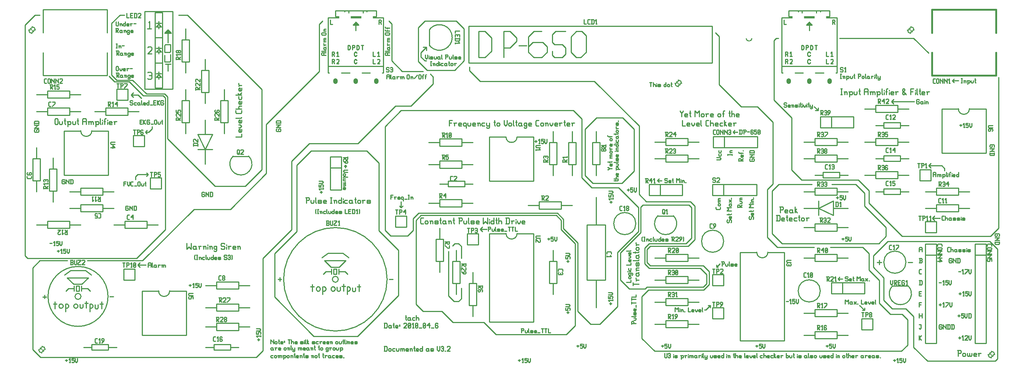
<source format=gbr>
G04 start of page 9 for group -4079 idx -4079 *
G04 Title: (unknown), topsilk *
G04 Creator: pcb 20091103 *
G04 CreationDate: Mon Apr 26 17:04:44 2010 UTC *
G04 For: fosse *
G04 Format: Gerber/RS-274X *
G04 PCB-Dimensions: 1200000 1000000 *
G04 PCB-Coordinate-Origin: lower left *
%MOIN*%
%FSLAX25Y25*%
%LNFRONTSILK*%
%ADD11C,0.0200*%
%ADD12C,0.0400*%
%ADD14C,0.0100*%
%ADD49C,0.0102*%
%ADD50C,0.0114*%
%ADD51C,0.0150*%
G54D11*G36*
X1024900Y481300D02*Y482300D01*
X1025900D01*
Y481300D01*
X1024900D01*
G37*
G36*
X1025900Y480300D02*Y481300D01*
X1026900D01*
Y480300D01*
X1025900D01*
G37*
G36*
X951900Y775300D02*Y776300D01*
X952900D01*
Y775300D01*
X951900D01*
G37*
G36*
X952900Y774300D02*Y775300D01*
X953900D01*
Y774300D01*
X952900D01*
G37*
G36*
X156400Y775300D02*Y776300D01*
X157400D01*
Y775300D01*
X156400D01*
G37*
G36*
X157400Y774300D02*Y775300D01*
X158400D01*
Y774300D01*
X157400D01*
G37*
G36*
X165400Y485800D02*Y486800D01*
X166400D01*
Y485800D01*
X165400D01*
G37*
G36*
X166400Y484800D02*Y485800D01*
X167400D01*
Y484800D01*
X166400D01*
G37*
G36*
X741500Y727000D02*Y728000D01*
X742500D01*
Y727000D01*
X741500D01*
G37*
G36*
X742500Y726000D02*Y727000D01*
X743500D01*
Y726000D01*
X742500D01*
G37*
G54D14*X563000Y729000D02*X553500Y738500D01*
X666500Y729000D02*X563000D01*
X647500Y702500D02*X491500D01*
X668500Y696000D02*X692000D01*
X707000Y688500D02*X666500Y729000D01*
X702500Y685500D02*X692000Y696000D01*
X658000Y685500D02*X668500Y696000D01*
X520500Y733000D02*X518000Y735500D01*
X520500Y726500D02*Y733000D01*
X500500Y706500D02*X520500Y726500D01*
X655000Y687500D02*Y695000D01*
X647500Y702500D01*
X687500Y574000D02*Y525000D01*
X671500Y509000D01*
X663000D01*
X651500Y520500D01*
Y582500D01*
X638500Y595500D02*Y604000D01*
X655000Y641500D02*X664000Y632500D01*
X688500D01*
X658000Y643500D02*X665000Y636500D01*
X753500Y620000D02*X713500D01*
X708500Y615000D02*Y592000D01*
X707000Y626500D02*Y688500D01*
X712500Y541000D02*X714000Y542500D01*
X702500Y647500D02*Y685500D01*
X714000Y576500D02*Y565000D01*
X713500Y620000D02*X707000Y626500D01*
X691500Y636500D02*X702500Y647500D01*
X688500Y632500D02*X706500Y614500D01*
X658000Y685500D02*Y643500D01*
X655000Y688000D02*Y641500D01*
X665000Y636500D02*X691500D01*
X714000Y565000D02*X717000Y562000D01*
X690000Y573500D02*Y549000D01*
X727500Y639000D02*X723500D01*
X725000Y640500D01*
X723500Y639000D02*X725000Y637500D01*
X706500Y614500D02*Y593000D01*
X687500Y574000D01*
X708500Y592000D02*X690000Y573500D01*
X698000Y541000D02*X712500D01*
X757500Y585500D02*Y616000D01*
X749500Y582000D02*X754500Y587000D01*
X751500Y579500D02*X757500Y585500D01*
X754500Y614500D02*Y587000D01*
X710500Y617000D02*X752000D01*
X757500Y616000D02*X753500Y620000D01*
X710500Y617000D02*X708500Y615000D01*
X752000Y617000D02*X754500Y614500D01*
X717000Y579500D02*X751500D01*
X749500Y582000D02*X735500D01*
X717000Y579500D02*X714000Y576500D01*
X566500Y510500D02*X538500D01*
X543500Y529500D02*X546000Y532000D01*
X528500Y520500D02*X511500D01*
X505000Y527000D01*
Y571500D01*
X534500Y575000D02*Y534500D01*
X546000Y568500D02*Y579500D01*
Y532000D02*Y541500D01*
X543500Y582000D02*X540000D01*
X546000Y579500D02*X543500Y582000D01*
X505000Y603000D02*Y566000D01*
X491500Y620000D02*Y614500D01*
X493000Y616000D01*
X247000Y716500D02*X253500D01*
X247000D02*X249000Y718500D01*
X247000Y716500D02*X249000Y714500D01*
X290000Y789000D02*X298000D01*
X237000D02*X241000D01*
X298000D02*X365500Y721500D01*
X277500Y717500D02*X280000Y715000D01*
X276000Y716000D02*X278000Y714000D01*
X258000Y716000D02*X276000D01*
X261000Y717500D02*X277500D01*
X227000Y733500D02*X232000Y728500D01*
X234000Y730000D02*X229500Y734500D01*
Y781500D01*
X237000Y789000D01*
X253500Y716500D02*X256500Y713500D01*
X365500Y721500D02*Y649000D01*
X350500Y634000D01*
X323000D01*
X369500Y645500D02*X337000Y613000D01*
X369500Y645500D02*Y690000D01*
X323000Y634000D02*X280000Y677000D01*
X278000Y714000D02*Y597500D01*
Y594500D02*Y598000D01*
X280000Y677000D02*Y715000D01*
X337000Y613000D02*X304000D01*
X417500Y738000D02*Y780500D01*
X420500Y783500D02*X417500Y780500D01*
X369500Y690000D02*X417500Y738000D01*
X483000Y781000D02*Y747500D01*
Y781000D02*X480500Y783500D01*
X410000Y666000D02*X447500D01*
X446000D02*X460500D01*
X471500Y655000D01*
X452500Y672500D02*X486500Y706500D01*
X408500Y672500D02*X452500D01*
X232000Y728500D02*X245500D01*
X258000Y716000D01*
X261000Y717500D02*X248500Y730000D01*
X234000D01*
X164500Y789000D02*X160000D01*
X151000Y780000D01*
X260000Y683000D02*X263000D01*
X260000D02*X261500Y684500D01*
X260000Y683000D02*X261500Y681500D01*
X263000Y683000D02*X266000Y686000D01*
Y688000D01*
X151000Y597500D02*Y780000D01*
X251000Y640000D02*Y642500D01*
X253000Y644500D01*
X262500D01*
X261000Y646000D01*
X262500Y644500D02*X261000Y643000D01*
X969000Y754500D02*X955500Y768000D01*
X888500D01*
X956000Y710500D02*X935500D01*
X937500Y712500D01*
X935500Y710500D02*X937500Y708500D01*
X1032500Y596000D02*Y732500D01*
X969000Y652500D02*X971000Y654500D01*
X969000Y652500D02*X971000Y650500D01*
X969000Y652500D02*X981000D01*
X983500Y650000D01*
Y648000D01*
X996000Y729500D02*X990500D01*
X992000Y731000D01*
X990500Y729500D02*X992000Y728000D01*
X924000Y582000D02*X930500Y588500D01*
X909500Y578500D02*X880000D01*
X905500Y639500D02*X915000Y630000D01*
Y618500D01*
X945000Y588500D01*
X930500D02*Y596500D01*
X911000Y616000D02*Y627500D01*
X930500Y596500D02*X911000Y616000D01*
Y627500D02*X903000Y635500D01*
X979500Y605000D02*X972500D01*
X974500Y607000D01*
X972500Y605000D02*X974500Y603000D01*
X534500Y534500D02*X539500Y529500D01*
X566500Y510500D02*X577500Y499500D01*
X641000D01*
X649000Y507500D01*
X539500Y529500D02*X543500D01*
X538500Y510500D02*X528500Y520500D01*
X651500Y582500D02*X638500Y595500D01*
X563000Y595000D02*X565000Y593000D01*
X569000Y595000D02*X563000D01*
X638500Y604000D02*X633000Y609500D01*
X601000D01*
X599500Y607500D02*X632000D01*
X636500Y603000D01*
X649000Y507500D02*Y582000D01*
X636500Y594500D01*
Y603000D01*
X563000Y595000D02*X565000Y597000D01*
X509500Y607500D02*X600000D01*
X601500Y609500D02*X507500D01*
X709500Y534000D02*X715500Y540000D01*
X765500D01*
X709500Y534000D02*Y496000D01*
X721000Y484500D02*X709500Y496000D01*
X766000Y522000D02*X767500D01*
X770500Y556500D02*Y545000D01*
X765000Y562000D02*X770500Y556500D01*
X768000Y554000D02*X762500Y559500D01*
X768000Y545500D02*Y554000D01*
X765500Y540000D02*X770500Y545000D01*
X762500Y559500D02*X716000D01*
X712000Y563500D01*
Y578000D01*
X716000Y582000D01*
X736500D01*
X717000Y562000D02*X765000D01*
X714000Y542500D02*X765000D01*
X690000Y549000D02*X698000Y541000D01*
X768000Y545500D02*X765000Y542500D01*
X502500Y604500D02*Y594000D01*
X477000Y688000D02*Y594000D01*
X482000Y589000D01*
X502500Y594000D02*X497500Y589000D01*
X482000D02*X497500D01*
X540000Y582000D02*X538000Y580000D01*
X471500Y593500D02*X489000Y576000D01*
Y535000D01*
X505000Y603000D02*X509500Y607500D01*
X507500Y609500D02*X502500Y604500D01*
X491500Y614500D02*X490000Y616000D01*
X514500Y760000D02*X509500Y755000D01*
X514500Y760000D02*X511500D01*
X514500D02*Y757000D01*
Y747500D02*X513000D01*
X509500Y751000D01*
Y755000D01*
X540000Y739000D02*X515000D01*
X507000Y747000D01*
Y777500D02*X513000Y783500D01*
X541500D02*X513000D01*
X507000Y747000D02*Y777500D01*
X491500Y702500D02*X477000Y688000D01*
X483000Y747500D02*X492500Y738000D01*
X511500D02*X492500D01*
X486500Y706500D02*X500500D01*
X541500Y783500D02*X548500Y776500D01*
Y747500D01*
X540000Y739000D01*
X553500Y738500D02*Y742000D01*
X968000Y475500D02*X1029500D01*
X1031500Y477500D01*
Y577000D01*
X1024500Y584000D01*
X983000D02*X966500D01*
X945000Y588500D02*X1025000D01*
X1024500Y584000D02*X982500D01*
X1025000Y588500D02*X1032500Y596000D01*
X936000Y523000D02*X928500Y530500D01*
Y551000D01*
X948500Y523000D02*X936000D01*
X934500Y518000D02*X945000D01*
X950000Y513000D01*
X967000Y584000D02*X932000D01*
X968000Y475500D02*X955500Y488000D01*
Y516000D01*
X948500Y523000D01*
X950000Y513000D02*Y490000D01*
X944500Y484500D01*
X832000Y578500D02*X823000Y587500D01*
Y592000D01*
X854000Y639500D02*X905500D01*
X903000Y635500D02*X881500D01*
X828000Y692000D02*Y636000D01*
X823000Y631000D01*
Y590500D01*
X827500Y629500D02*Y591000D01*
X863500Y635500D02*X833500D01*
X827500Y629500D01*
X865500Y706000D02*X869000Y702500D01*
Y705000D01*
Y702500D02*X866500D01*
X944500Y484500D02*X721000D01*
X932000Y584000D02*X919000Y571000D01*
X928500Y551000D02*X919000Y560500D01*
Y571000D01*
X924500Y548500D02*X915000Y558000D01*
Y573000D01*
X909500Y578500D02*X915000Y573000D01*
X891000Y550000D02*X887000D01*
X888500Y551500D01*
X887000Y550000D02*X888500Y548500D01*
X924500Y528000D02*X934500Y518000D01*
X924500Y528000D02*Y548500D01*
X906500Y526000D02*X911000Y521500D01*
Y523500D01*
Y521500D02*X909000D01*
X833000Y768000D02*X831000D01*
X799500Y706000D02*X779500Y726000D01*
X814000Y706000D02*X828000Y692000D01*
X814000Y706000D02*X799500D01*
X831000Y768000D02*X829000Y766000D01*
Y712000D01*
X779500Y726000D02*Y769500D01*
X776000Y773000D01*
X829000Y712000D02*X845000Y696000D01*
Y648500D01*
X854000Y639500D01*
X796000Y683000D02*X792000D01*
X793500Y684500D01*
X792000Y683000D02*X793500Y681500D01*
X865500Y578500D02*X832000D01*
X827500Y591000D02*X836500Y582000D01*
X924000D01*
X780000Y563500D02*X777000Y560500D01*
Y562500D01*
Y560500D02*X778500D01*
X767500Y522000D02*X771500Y526000D01*
X769500D01*
X771500D02*Y524000D01*
X153500Y568500D02*X252000D01*
X158000Y486000D02*X165000Y479000D01*
X158000Y486000D02*Y560000D01*
X164500Y566500D01*
X189500D01*
X151000Y598000D02*Y571000D01*
X153500Y568500D01*
X257500Y566500D02*X207500D01*
X253000Y562500D02*X255000Y564500D01*
X253000Y562500D02*X255000Y560500D01*
X471500Y655000D02*Y593500D01*
X441000Y653000D02*Y650500D01*
Y653000D02*X440000Y652000D01*
X441000Y653000D02*X442000Y652000D01*
X489000Y535000D02*X452000Y498000D01*
X412500D01*
X377000Y533500D01*
Y573000D01*
X366500Y568500D02*X392500Y594500D01*
X377000Y573000D02*X397000Y593000D01*
Y653000D01*
X410000Y666000D01*
X392500Y656500D02*X408500Y672500D01*
X392500Y594500D02*Y656500D01*
X360500Y479000D02*X366500Y485000D01*
Y568500D01*
X252000D02*X278000Y594500D01*
X304000Y613000D02*X257500Y566500D01*
X253000Y562500D02*X260500D01*
X165000Y479000D02*X360500D01*
X157399Y772300D02*G75*G02X154400Y775299I0J2999D01*G01*
X157400Y778300D02*G75*G02X160400Y775300I0J-3000D01*G01*
X157400Y777300D02*G75*G03X155400Y775300I0J-2000D01*G01*
X157400Y773300D02*G75*G03X159400Y775300I0J2000D01*G01*
X166399Y482800D02*G75*G02X163400Y485799I0J2999D01*G01*
X166400Y488800D02*G75*G02X169400Y485800I0J-3000D01*G01*
X166400Y487800D02*G75*G03X164400Y485800I0J-2000D01*G01*
X166400Y483800D02*G75*G03X168400Y485800I0J2000D01*G01*
X1025900Y483300D02*G75*G03X1023900Y481300I0J-2000D01*G01*
X1025900Y479300D02*G75*G03X1027900Y481300I0J2000D01*G01*
X1025899Y478300D02*G75*G02X1022900Y481299I0J2999D01*G01*
X1025900Y484300D02*G75*G02X1028900Y481300I0J-3000D01*G01*
X952900Y777300D02*G75*G03X950900Y775300I0J-2000D01*G01*
X952900Y773300D02*G75*G03X954900Y775300I0J2000D01*G01*
X952900Y778300D02*G75*G02X955900Y775300I0J-3000D01*G01*
X952899Y772300D02*G75*G02X949900Y775299I0J2999D01*G01*
X804000Y767500D02*G75*G03X806000Y765500I2000J0D01*G01*
X807000D02*G75*G03X809000Y767500I0J2000D01*G01*
X742499Y724000D02*G75*G02X739500Y726999I0J2999D01*G01*
X742500Y730000D02*G75*G02X745500Y727000I0J-3000D01*G01*
X742500Y729000D02*G75*G03X740500Y727000I0J-2000D01*G01*
X742500Y725000D02*G75*G03X744500Y727000I0J2000D01*G01*
X419985Y752500D02*X423450D01*
X419985D02*X419490Y752995D01*
Y754480D02*Y752995D01*
Y754480D02*X419985Y754975D01*
X423450D01*
X421470D02*Y752500D01*
X419490Y756163D02*X422955D01*
X423450Y756658D01*
X421470Y759134D02*X421965Y759629D01*
X421470Y759134D02*Y758144D01*
X421965Y757649D02*X421470Y758144D01*
X421965Y757649D02*X422955D01*
X423450Y758144D01*
X421470Y759629D02*X422955D01*
X423450Y760124D01*
Y759134D02*Y758144D01*
Y759134D02*X422955Y759629D01*
X421965Y761808D02*X423450D01*
X421965D02*X421470Y762303D01*
Y763293D02*Y762303D01*
Y761313D02*X421965Y761808D01*
Y764977D02*X423450D01*
X421965D02*X421470Y765472D01*
Y765967D02*Y765472D01*
Y765967D02*X421965Y766462D01*
X423450D01*
X421965D02*X421470Y766957D01*
Y767452D02*Y766957D01*
Y767452D02*X421965Y767947D01*
X423450D01*
X421470Y764482D02*X421965Y764977D01*
X419985Y770918D02*X422955D01*
X419985D02*X419490Y771413D01*
Y772403D02*Y771413D01*
Y772403D02*X419985Y772898D01*
X422955D01*
X423450Y772403D02*X422955Y772898D01*
X423450Y772403D02*Y771413D01*
X422955Y770918D02*X423450Y771413D01*
X421965Y774582D02*X423450D01*
X421965D02*X421470Y775077D01*
Y775572D02*Y775077D01*
Y775572D02*X421965Y776067D01*
X423450D01*
X421470Y774087D02*X421965Y774582D01*
X418970Y629480D02*Y627500D01*
X417980Y628490D02*X419960D01*
X420950Y632153D02*Y631163D01*
X416990Y631658D02*X420950D01*
X417980Y630668D02*X416990Y631658D01*
Y635322D02*Y633342D01*
X418970D01*
X418475Y633837D01*
Y634827D02*Y633837D01*
Y634827D02*X418970Y635322D01*
X420455D01*
X420950Y634827D02*X420455Y635322D01*
X420950Y634827D02*Y633837D01*
X420455Y633342D02*X420950Y633837D01*
X416990Y636511D02*X419960D01*
X420950Y637501D01*
X419960Y638491D01*
X416990D02*X419960D01*
X378490Y685480D02*X378985Y685975D01*
X378490Y685480D02*Y683995D01*
X378985Y683500D02*X378490Y683995D01*
X378985Y683500D02*X381955D01*
X382450Y683995D01*
Y685480D02*Y683995D01*
Y685480D02*X381955Y685975D01*
X380965D02*X381955D01*
X380470Y685480D02*X380965Y685975D01*
X380470Y685480D02*Y684490D01*
X378490Y687163D02*X382450D01*
X378490D02*X378985D01*
X381460Y689638D01*
X378490D02*X382450D01*
X378490Y691322D02*X382450D01*
X378490Y692807D02*X378985Y693302D01*
X381955D01*
X382450Y692807D02*X381955Y693302D01*
X382450Y692807D02*Y690827D01*
X378490Y692807D02*Y690827D01*
X414000Y609545D02*X414495Y609050D01*
X414000Y612515D02*X414495Y613010D01*
X414000Y612515D02*Y609545D01*
X415683Y613010D02*X416673D01*
X416178D02*Y609050D01*
X415683D02*X416673D01*
X418357Y610535D02*Y609050D01*
Y610535D02*X418852Y611030D01*
X419347D01*
X419842Y610535D01*
Y609050D01*
X417862Y611030D02*X418357Y610535D01*
X421526Y611030D02*X423011D01*
X421031Y610535D02*X421526Y611030D01*
X421031Y610535D02*Y609545D01*
X421526Y609050D01*
X423011D01*
X424200Y613010D02*Y609545D01*
X424695Y609050D01*
X425686Y611030D02*Y609545D01*
X426181Y609050D01*
X427171D01*
X427666Y609545D01*
Y611030D02*Y609545D01*
X430835Y613010D02*Y609050D01*
X430340D02*X430835Y609545D01*
X429350Y609050D02*X430340D01*
X428855Y609545D02*X429350Y609050D01*
X428855Y610535D02*Y609545D01*
Y610535D02*X429350Y611030D01*
X430340D01*
X430835Y610535D01*
X432519Y609050D02*X434004D01*
X432024Y609545D02*X432519Y609050D01*
X432024Y610535D02*Y609545D01*
Y610535D02*X432519Y611030D01*
X433509D01*
X434004Y610535D01*
X432024Y610040D02*X434004D01*
Y610535D02*Y610040D01*
X435688Y609050D02*X437173D01*
X437668Y609545D01*
X437173Y610040D02*X437668Y609545D01*
X435688Y610040D02*X437173D01*
X435193Y610535D02*X435688Y610040D01*
X435193Y610535D02*X435688Y611030D01*
X437173D01*
X437668Y610535D01*
X435193Y609545D02*X435688Y609050D01*
X440639Y613010D02*Y609050D01*
X442619D01*
X443808Y611030D02*X445293D01*
X443808Y609050D02*X445788D01*
X443808Y613010D02*Y609050D01*
Y613010D02*X445788D01*
X447472D02*Y609050D01*
X448957Y613010D02*X449452Y612515D01*
Y609545D01*
X448957Y609050D02*X449452Y609545D01*
X446977Y609050D02*X448957D01*
X446977Y613010D02*X448957D01*
X451136Y609050D02*X452126D01*
X451631Y613010D02*Y609050D01*
X450641Y612020D02*X451631Y613010D01*
X453315D02*X453810Y612515D01*
Y609545D01*
X453315Y609050D02*X453810Y609545D01*
X405660Y623680D02*Y618400D01*
X405000Y623680D02*X407640D01*
X408300Y623020D01*
Y621700D01*
X407640Y621040D02*X408300Y621700D01*
X405660Y621040D02*X407640D01*
X409885D02*Y619060D01*
X410545Y618400D01*
X411865D01*
X412525Y619060D01*
Y621040D02*Y619060D01*
X414110Y623680D02*Y619060D01*
X414770Y618400D01*
X416751D02*X418731D01*
X419391Y619060D01*
X418731Y619720D02*X419391Y619060D01*
X416751Y619720D02*X418731D01*
X416091Y620380D02*X416751Y619720D01*
X416091Y620380D02*X416751Y621040D01*
X418731D01*
X419391Y620380D01*
X416091Y619060D02*X416751Y618400D01*
X421637D02*X423617D01*
X420977Y619060D02*X421637Y618400D01*
X420977Y620380D02*Y619060D01*
Y620380D02*X421637Y621040D01*
X422957D01*
X423617Y620380D01*
X420977Y619720D02*X423617D01*
Y620380D02*Y619720D01*
X427578Y623680D02*X428898D01*
X428238D02*Y618400D01*
X427578D02*X428898D01*
X431143Y620380D02*Y618400D01*
Y620380D02*X431803Y621040D01*
X432463D01*
X433123Y620380D01*
Y618400D01*
X430483Y621040D02*X431143Y620380D01*
X437349Y623680D02*Y618400D01*
X436689D02*X437349Y619060D01*
X435369Y618400D02*X436689D01*
X434709Y619060D02*X435369Y618400D01*
X434709Y620380D02*Y619060D01*
Y620380D02*X435369Y621040D01*
X436689D01*
X437349Y620380D01*
X438934Y622360D02*Y621700D01*
Y620380D02*Y618400D01*
X440915Y621040D02*X442895D01*
X440255Y620380D02*X440915Y621040D01*
X440255Y620380D02*Y619060D01*
X440915Y618400D01*
X442895D01*
X446461Y621040D02*X447121Y620380D01*
X445141Y621040D02*X446461D01*
X444481Y620380D02*X445141Y621040D01*
X444481Y620380D02*Y619060D01*
X445141Y618400D01*
X447121Y621040D02*Y619060D01*
X447781Y618400D01*
X445141D02*X446461D01*
X447121Y619060D01*
X450026Y623680D02*Y619060D01*
X450686Y618400D01*
X449366Y621700D02*X450686D01*
X452007Y620380D02*Y619060D01*
Y620380D02*X452667Y621040D01*
X453987D01*
X454647Y620380D01*
Y619060D01*
X453987Y618400D02*X454647Y619060D01*
X452667Y618400D02*X453987D01*
X452007Y619060D02*X452667Y618400D01*
X456893Y620380D02*Y618400D01*
Y620380D02*X457553Y621040D01*
X458873D01*
X456233D02*X456893Y620380D01*
X461118Y618400D02*X463098D01*
X463758Y619060D01*
X463098Y619720D02*X463758Y619060D01*
X461118Y619720D02*X463098D01*
X460458Y620380D02*X461118Y619720D01*
X460458Y620380D02*X461118Y621040D01*
X463098D01*
X463758Y620380D01*
X460458Y619060D02*X461118Y618400D01*
X477485Y752500D02*X480950D01*
X477485D02*X476990Y752995D01*
Y754480D02*Y752995D01*
Y754480D02*X477485Y754975D01*
X480950D01*
X478970D02*Y752500D01*
X476990Y756163D02*X480455D01*
X480950Y756658D01*
X478970Y759134D02*X479465Y759629D01*
X478970Y759134D02*Y758144D01*
X479465Y757649D02*X478970Y758144D01*
X479465Y757649D02*X480455D01*
X480950Y758144D01*
X478970Y759629D02*X480455D01*
X480950Y760124D01*
Y759134D02*Y758144D01*
Y759134D02*X480455Y759629D01*
X479465Y761808D02*X480950D01*
X479465D02*X478970Y762303D01*
Y763293D02*Y762303D01*
Y761313D02*X479465Y761808D01*
Y764977D02*X480950D01*
X479465D02*X478970Y765472D01*
Y765967D02*Y765472D01*
Y765967D02*X479465Y766462D01*
X480950D01*
X479465D02*X478970Y766957D01*
Y767452D02*Y766957D01*
Y767452D02*X479465Y767947D01*
X480950D01*
X478970Y764482D02*X479465Y764977D01*
X477485Y770918D02*X480455D01*
X477485D02*X476990Y771413D01*
Y772403D02*Y771413D01*
Y772403D02*X477485Y772898D01*
X480455D01*
X480950Y772403D02*X480455Y772898D01*
X480950Y772403D02*Y771413D01*
X480455Y770918D02*X480950Y771413D01*
X477485Y774582D02*X480950D01*
X477485D02*X476990Y775077D01*
Y775572D02*Y775077D01*
X478970D02*Y774087D01*
X477485Y777058D02*X480950D01*
X477485D02*X476990Y777553D01*
Y778048D02*Y777553D01*
X478970D02*Y776563D01*
X440040Y648500D02*X443010D01*
X440040D02*X439050Y647510D01*
X440040Y646520D01*
X443010D01*
X439545Y645332D02*X440535D01*
X441030Y644837D01*
Y643847D01*
X440535Y643352D01*
X439545D02*X440535D01*
X439050Y643847D02*X439545Y643352D01*
X439050Y644837D02*Y643847D01*
X439545Y645332D02*X439050Y644837D01*
X439545Y642163D02*X443010D01*
X439545D02*X439050Y641668D01*
X439545Y640677D02*X441030D01*
X439545D02*X439050Y640182D01*
Y639192D01*
X439545Y638697D01*
X441030D01*
X439050Y637013D02*X440535D01*
X441030Y636518D01*
Y636023D01*
X440535Y635528D01*
X439050D02*X440535D01*
X441030Y635033D01*
Y634538D01*
X440535Y634043D01*
X439050D02*X440535D01*
X441030Y637508D02*X440535Y637013D01*
X439050Y632359D02*Y630874D01*
X439545Y632854D02*X439050Y632359D01*
X439545Y632854D02*X440535D01*
X441030Y632359D01*
Y631369D01*
X440535Y630874D01*
X440040Y632854D02*Y630874D01*
X440535D01*
X187500Y476030D02*X189480D01*
X188490Y477020D02*Y475040D01*
X191163Y474050D02*X192153D01*
X191658Y478010D02*Y474050D01*
X190668Y477020D02*X191658Y478010D01*
X193342D02*X195322D01*
X193342D02*Y476030D01*
X193837Y476525D01*
X194827D01*
X195322Y476030D01*
Y474545D01*
X194827Y474050D02*X195322Y474545D01*
X193837Y474050D02*X194827D01*
X193342Y474545D02*X193837Y474050D01*
X196511Y478010D02*Y475040D01*
X197501Y474050D01*
X198491Y475040D01*
Y478010D02*Y475040D01*
X373995Y480530D02*X375480D01*
X373500Y480035D02*X373995Y480530D01*
X373500Y480035D02*Y479045D01*
X373995Y478550D01*
X375480D01*
X376668Y480035D02*Y479045D01*
Y480035D02*X377163Y480530D01*
X378153D01*
X378648Y480035D01*
Y479045D01*
X378153Y478550D02*X378648Y479045D01*
X377163Y478550D02*X378153D01*
X376668Y479045D02*X377163Y478550D01*
X380332Y480035D02*Y478550D01*
Y480035D02*X380827Y480530D01*
X381322D01*
X381817Y480035D01*
Y478550D01*
Y480035D02*X382312Y480530D01*
X382807D01*
X383302Y480035D01*
Y478550D01*
X379837Y480530D02*X380332Y480035D01*
X384986D02*Y477065D01*
X384491Y480530D02*X384986Y480035D01*
X385481Y480530D01*
X386471D01*
X386966Y480035D01*
Y479045D01*
X386471Y478550D02*X386966Y479045D01*
X385481Y478550D02*X386471D01*
X384986Y479045D02*X385481Y478550D01*
X388155Y480035D02*Y479045D01*
Y480035D02*X388650Y480530D01*
X389640D01*
X390135Y480035D01*
Y479045D01*
X389640Y478550D02*X390135Y479045D01*
X388650Y478550D02*X389640D01*
X388155Y479045D02*X388650Y478550D01*
X391819Y480035D02*Y478550D01*
Y480035D02*X392314Y480530D01*
X392809D01*
X393304Y480035D01*
Y478550D01*
X391324Y480530D02*X391819Y480035D01*
X394988Y482510D02*Y479045D01*
X395483Y478550D01*
X394493Y481025D02*X395483D01*
X396969Y478550D02*X398454D01*
X396474Y479045D02*X396969Y478550D01*
X396474Y480035D02*Y479045D01*
Y480035D02*X396969Y480530D01*
X397959D01*
X398454Y480035D01*
X396474Y479540D02*X398454D01*
Y480035D02*Y479540D01*
X400138Y480035D02*Y478550D01*
Y480035D02*X400633Y480530D01*
X401128D01*
X401623Y480035D01*
Y478550D01*
X399643Y480530D02*X400138Y480035D01*
X403307Y482510D02*Y479045D01*
X403802Y478550D01*
X402812Y481025D02*X403802D01*
X405288Y478550D02*X406773D01*
X407268Y479045D01*
X406773Y479540D02*X407268Y479045D01*
X405288Y479540D02*X406773D01*
X404793Y480035D02*X405288Y479540D01*
X404793Y480035D02*X405288Y480530D01*
X406773D01*
X407268Y480035D01*
X404793Y479045D02*X405288Y478550D01*
X410734Y480035D02*Y478550D01*
Y480035D02*X411229Y480530D01*
X411724D01*
X412219Y480035D01*
Y478550D01*
X410239Y480530D02*X410734Y480035D01*
X413408D02*Y479045D01*
Y480035D02*X413903Y480530D01*
X414893D01*
X415388Y480035D01*
Y479045D01*
X414893Y478550D02*X415388Y479045D01*
X413903Y478550D02*X414893D01*
X413408Y479045D02*X413903Y478550D01*
X417072Y482510D02*Y479045D01*
X417567Y478550D01*
X416577Y481025D02*X417567D01*
X420835Y482510D02*Y479045D01*
X421330Y478550D01*
X420340Y481025D02*X421330D01*
X422816Y480035D02*Y478550D01*
Y480035D02*X423311Y480530D01*
X424301D01*
X422321D02*X422816Y480035D01*
X426975Y480530D02*X427470Y480035D01*
X425985Y480530D02*X426975D01*
X425490Y480035D02*X425985Y480530D01*
X425490Y480035D02*Y479045D01*
X425985Y478550D01*
X427470Y480530D02*Y479045D01*
X427965Y478550D01*
X425985D02*X426975D01*
X427470Y479045D01*
X429649Y480530D02*X431134D01*
X429154Y480035D02*X429649Y480530D01*
X429154Y480035D02*Y479045D01*
X429649Y478550D01*
X431134D01*
X432818D02*X434303D01*
X432323Y479045D02*X432818Y478550D01*
X432323Y480035D02*Y479045D01*
Y480035D02*X432818Y480530D01*
X433808D01*
X434303Y480035D01*
X432323Y479540D02*X434303D01*
Y480035D02*Y479540D01*
X435987Y478550D02*X437472D01*
X437967Y479045D01*
X437472Y479540D02*X437967Y479045D01*
X435987Y479540D02*X437472D01*
X435492Y480035D02*X435987Y479540D01*
X435492Y480035D02*X435987Y480530D01*
X437472D01*
X437967Y480035D01*
X435492Y479045D02*X435987Y478550D01*
X439156D02*X439651D01*
X362470Y495980D02*Y494000D01*
X361480Y494990D02*X363460D01*
X364450Y498653D02*Y497663D01*
X360490Y498158D02*X364450D01*
X361480Y497168D02*X360490Y498158D01*
Y501822D02*Y499842D01*
X362470D01*
X361975Y500337D01*
Y501327D02*Y500337D01*
Y501327D02*X362470Y501822D01*
X363955D01*
X364450Y501327D02*X363955Y501822D01*
X364450Y501327D02*Y500337D01*
X363955Y499842D02*X364450Y500337D01*
X360490Y503011D02*X363460D01*
X364450Y504001D01*
X363460Y504991D01*
X360490D02*X363460D01*
X374985Y487530D02*X375480Y487035D01*
X373995Y487530D02*X374985D01*
X373500Y487035D02*X373995Y487530D01*
X373500Y487035D02*Y486045D01*
X373995Y485550D01*
X375480Y487530D02*Y486045D01*
X375975Y485550D01*
X373995D02*X374985D01*
X375480Y486045D01*
X377658Y487035D02*Y485550D01*
Y487035D02*X378153Y487530D01*
X379143D01*
X377163D02*X377658Y487035D01*
X380827Y485550D02*X382312D01*
X380332Y486045D02*X380827Y485550D01*
X380332Y487035D02*Y486045D01*
Y487035D02*X380827Y487530D01*
X381817D01*
X382312Y487035D01*
X380332Y486540D02*X382312D01*
Y487035D02*Y486540D01*
X385283Y487035D02*Y486045D01*
Y487035D02*X385778Y487530D01*
X386768D01*
X387263Y487035D01*
Y486045D01*
X386768Y485550D02*X387263Y486045D01*
X385778Y485550D02*X386768D01*
X385283Y486045D02*X385778Y485550D01*
X388947Y487035D02*Y485550D01*
Y487035D02*X389442Y487530D01*
X389937D01*
X390432Y487035D01*
Y485550D01*
X388452Y487530D02*X388947Y487035D01*
X391621Y489510D02*Y486045D01*
X392116Y485550D01*
X393107Y487530D02*Y486045D01*
X393602Y485550D01*
X395087Y487530D02*Y484560D01*
X394592Y484065D02*X395087Y484560D01*
X393602Y484065D02*X394592D01*
X393107Y484560D02*X393602Y484065D01*
Y485550D02*X394592D01*
X395087Y486045D01*
X398553Y487035D02*Y485550D01*
Y487035D02*X399048Y487530D01*
X399543D01*
X400038Y487035D01*
Y485550D01*
Y487035D02*X400533Y487530D01*
X401028D01*
X401523Y487035D01*
Y485550D01*
X398058Y487530D02*X398553Y487035D01*
X403207Y485550D02*X404692D01*
X402712Y486045D02*X403207Y485550D01*
X402712Y487035D02*Y486045D01*
Y487035D02*X403207Y487530D01*
X404197D01*
X404692Y487035D01*
X402712Y486540D02*X404692D01*
Y487035D02*Y486540D01*
X407366Y487530D02*X407861Y487035D01*
X406376Y487530D02*X407366D01*
X405881Y487035D02*X406376Y487530D01*
X405881Y487035D02*Y486045D01*
X406376Y485550D01*
X407861Y487530D02*Y486045D01*
X408356Y485550D01*
X406376D02*X407366D01*
X407861Y486045D01*
X410040Y487035D02*Y485550D01*
Y487035D02*X410535Y487530D01*
X411030D01*
X411525Y487035D01*
Y485550D01*
X409545Y487530D02*X410040Y487035D01*
X413209Y489510D02*Y486045D01*
X413704Y485550D01*
X412714Y488025D02*X413704D01*
X416972Y489510D02*Y486045D01*
X417467Y485550D01*
X416477Y488025D02*X417467D01*
X418458Y487035D02*Y486045D01*
Y487035D02*X418953Y487530D01*
X419943D01*
X420438Y487035D01*
Y486045D01*
X419943Y485550D02*X420438Y486045D01*
X418953Y485550D02*X419943D01*
X418458Y486045D02*X418953Y485550D01*
X424894Y487530D02*X425389Y487035D01*
X423904Y487530D02*X424894D01*
X423409Y487035D02*X423904Y487530D01*
X423409Y487035D02*Y486045D01*
X423904Y485550D01*
X424894D01*
X425389Y486045D01*
X423409Y484560D02*X423904Y484065D01*
X424894D01*
X425389Y484560D01*
Y487530D02*Y484560D01*
X427073Y487035D02*Y485550D01*
Y487035D02*X427568Y487530D01*
X428558D01*
X426578D02*X427073Y487035D01*
X429747D02*Y486045D01*
Y487035D02*X430242Y487530D01*
X431232D01*
X431727Y487035D01*
Y486045D01*
X431232Y485550D02*X431727Y486045D01*
X430242Y485550D02*X431232D01*
X429747Y486045D02*X430242Y485550D01*
X432916Y487530D02*Y486045D01*
X433411Y485550D01*
X434401D01*
X434896Y486045D01*
Y487530D02*Y486045D01*
X436580Y487035D02*Y484065D01*
X436085Y487530D02*X436580Y487035D01*
X437075Y487530D01*
X438065D01*
X438560Y487035D01*
Y486045D01*
X438065Y485550D02*X438560Y486045D01*
X437075Y485550D02*X438065D01*
X436580Y486045D02*X437075Y485550D01*
X373500Y495010D02*Y491050D01*
Y495010D02*Y494515D01*
X375975Y492040D01*
Y495010D02*Y491050D01*
X377163Y492535D02*Y491545D01*
Y492535D02*X377658Y493030D01*
X378648D01*
X379143Y492535D01*
Y491545D01*
X378648Y491050D02*X379143Y491545D01*
X377658Y491050D02*X378648D01*
X377163Y491545D02*X377658Y491050D01*
X380827Y495010D02*Y491545D01*
X381322Y491050D01*
X380332Y493525D02*X381322D01*
X382808Y491050D02*X384293D01*
X382313Y491545D02*X382808Y491050D01*
X382313Y492535D02*Y491545D01*
Y492535D02*X382808Y493030D01*
X383798D01*
X384293Y492535D01*
X382313Y492040D02*X384293D01*
Y492535D02*Y492040D01*
X385482Y493525D02*X385977D01*
X385482Y492535D02*X385977D01*
X388948Y495010D02*X390928D01*
X389938D02*Y491050D01*
X392117Y495010D02*Y491050D01*
Y492535D02*X392612Y493030D01*
X393602D01*
X394097Y492535D01*
Y491050D01*
X395781D02*X397266D01*
X395286Y491545D02*X395781Y491050D01*
X395286Y492535D02*Y491545D01*
Y492535D02*X395781Y493030D01*
X396771D01*
X397266Y492535D01*
X395286Y492040D02*X397266D01*
Y492535D02*Y492040D01*
X400732Y491050D02*X402217D01*
X402712Y491545D01*
X402217Y492040D02*X402712Y491545D01*
X400732Y492040D02*X402217D01*
X400237Y492535D02*X400732Y492040D01*
X400237Y492535D02*X400732Y493030D01*
X402217D01*
X402712Y492535D01*
X400237Y491545D02*X400732Y491050D01*
X403901Y494020D02*Y493525D01*
Y492535D02*Y491050D01*
X404892Y495010D02*Y491545D01*
X405387Y491050D01*
X406378Y495010D02*Y491050D01*
Y492535D02*X407863Y491050D01*
X406378Y492535D02*X407368Y493525D01*
X411329Y491050D02*X412814D01*
X413309Y491545D01*
X412814Y492040D02*X413309Y491545D01*
X411329Y492040D02*X412814D01*
X410834Y492535D02*X411329Y492040D01*
X410834Y492535D02*X411329Y493030D01*
X412814D01*
X413309Y492535D01*
X410834Y491545D02*X411329Y491050D01*
X414993Y493030D02*X416478D01*
X414498Y492535D02*X414993Y493030D01*
X414498Y492535D02*Y491545D01*
X414993Y491050D01*
X416478D01*
X418162Y492535D02*Y491050D01*
Y492535D02*X418657Y493030D01*
X419647D01*
X417667D02*X418162Y492535D01*
X421331Y491050D02*X422816D01*
X420836Y491545D02*X421331Y491050D01*
X420836Y492535D02*Y491545D01*
Y492535D02*X421331Y493030D01*
X422321D01*
X422816Y492535D01*
X420836Y492040D02*X422816D01*
Y492535D02*Y492040D01*
X424500Y491050D02*X425985D01*
X424005Y491545D02*X424500Y491050D01*
X424005Y492535D02*Y491545D01*
Y492535D02*X424500Y493030D01*
X425490D01*
X425985Y492535D01*
X424005Y492040D02*X425985D01*
Y492535D02*Y492040D01*
X427669Y492535D02*Y491050D01*
Y492535D02*X428164Y493030D01*
X428659D01*
X429154Y492535D01*
Y491050D01*
X427174Y493030D02*X427669Y492535D01*
X432125D02*Y491545D01*
Y492535D02*X432620Y493030D01*
X433610D01*
X434105Y492535D01*
Y491545D01*
X433610Y491050D02*X434105Y491545D01*
X432620Y491050D02*X433610D01*
X432125Y491545D02*X432620Y491050D01*
X435294Y493030D02*Y491545D01*
X435789Y491050D01*
X436779D01*
X437274Y491545D01*
Y493030D02*Y491545D01*
X438958Y495010D02*Y491545D01*
X439453Y491050D01*
X438463Y493525D02*X439453D01*
X440444Y495010D02*Y491545D01*
X440939Y491050D01*
X441930Y494020D02*Y493525D01*
Y492535D02*Y491050D01*
X443416Y492535D02*Y491050D01*
Y492535D02*X443911Y493030D01*
X444406D01*
X444901Y492535D01*
Y491050D01*
X442921Y493030D02*X443416Y492535D01*
X446585Y491050D02*X448070D01*
X446090Y491545D02*X446585Y491050D01*
X446090Y492535D02*Y491545D01*
Y492535D02*X446585Y493030D01*
X447575D01*
X448070Y492535D01*
X446090Y492040D02*X448070D01*
Y492535D02*Y492040D01*
X449754Y491050D02*X451239D01*
X451734Y491545D01*
X451239Y492040D02*X451734Y491545D01*
X449754Y492040D02*X451239D01*
X449259Y492535D02*X449754Y492040D01*
X449259Y492535D02*X449754Y493030D01*
X451239D01*
X451734Y492535D01*
X449259Y491545D02*X449754Y491050D01*
X312980Y628510D02*X313475Y628015D01*
X311495Y628510D02*X312980D01*
X311000Y628015D02*X311495Y628510D01*
X311000Y628015D02*Y625045D01*
X311495Y624550D01*
X312980D01*
X313475Y625045D01*
Y626035D02*Y625045D01*
X312980Y626530D02*X313475Y626035D01*
X311990Y626530D02*X312980D01*
X314663Y628510D02*Y624550D01*
Y628510D02*Y628015D01*
X317138Y625540D01*
Y628510D02*Y624550D01*
X318822Y628510D02*Y624550D01*
X320307Y628510D02*X320802Y628015D01*
Y625045D01*
X320307Y624550D02*X320802Y625045D01*
X318327Y624550D02*X320307D01*
X318327Y628510D02*X320307D01*
X243980Y616010D02*X244475Y615515D01*
X242495Y616010D02*X243980D01*
X242000Y615515D02*X242495Y616010D01*
X242000Y615515D02*Y612545D01*
X242495Y612050D01*
X243980D01*
X244475Y612545D01*
Y613535D02*Y612545D01*
X243980Y614030D02*X244475Y613535D01*
X242990Y614030D02*X243980D01*
X245663Y616010D02*Y612050D01*
Y616010D02*Y615515D01*
X248138Y613040D01*
Y616010D02*Y612050D01*
X249822Y616010D02*Y612050D01*
X251307Y616010D02*X251802Y615515D01*
Y612545D01*
X251307Y612050D02*X251802Y612545D01*
X249327Y612050D02*X251307D01*
X249327Y616010D02*X251307D01*
X180000Y575030D02*X181980D01*
X180990Y576020D02*Y574040D01*
X183663Y573050D02*X184653D01*
X184158Y577010D02*Y573050D01*
X183168Y576020D02*X184158Y577010D01*
X185842D02*X187822D01*
X185842D02*Y575030D01*
X186337Y575525D01*
X187327D01*
X187822Y575030D01*
Y573545D01*
X187327Y573050D02*X187822Y573545D01*
X186337Y573050D02*X187327D01*
X185842Y573545D02*X186337Y573050D01*
X189011Y577010D02*Y574040D01*
X190001Y573050D01*
X190991Y574040D01*
Y577010D02*Y574040D01*
X304500Y568045D02*X304995Y567550D01*
X304500Y571015D02*X304995Y571510D01*
X304500Y571015D02*Y568045D01*
X306183Y571510D02*X307173D01*
X306678D02*Y567550D01*
X306183D02*X307173D01*
X308857Y569035D02*Y567550D01*
Y569035D02*X309352Y569530D01*
X309847D01*
X310342Y569035D01*
Y567550D01*
X308362Y569530D02*X308857Y569035D01*
X312026Y569530D02*X313511D01*
X311531Y569035D02*X312026Y569530D01*
X311531Y569035D02*Y568045D01*
X312026Y567550D01*
X313511D01*
X314700Y571510D02*Y568045D01*
X315195Y567550D01*
X316186Y569530D02*Y568045D01*
X316681Y567550D01*
X317671D01*
X318166Y568045D01*
Y569530D02*Y568045D01*
X321335Y571510D02*Y567550D01*
X320840D02*X321335Y568045D01*
X319850Y567550D02*X320840D01*
X319355Y568045D02*X319850Y567550D01*
X319355Y569035D02*Y568045D01*
Y569035D02*X319850Y569530D01*
X320840D01*
X321335Y569035D01*
X323019Y567550D02*X324504D01*
X322524Y568045D02*X323019Y567550D01*
X322524Y569035D02*Y568045D01*
Y569035D02*X323019Y569530D01*
X324009D01*
X324504Y569035D01*
X322524Y568540D02*X324504D01*
Y569035D02*Y568540D01*
X326188Y567550D02*X327673D01*
X328168Y568045D01*
X327673Y568540D02*X328168Y568045D01*
X326188Y568540D02*X327673D01*
X325693Y569035D02*X326188Y568540D01*
X325693Y569035D02*X326188Y569530D01*
X327673D01*
X328168Y569035D01*
X325693Y568045D02*X326188Y567550D01*
X333119Y571510D02*X333614Y571015D01*
X331634Y571510D02*X333119D01*
X331139Y571015D02*X331634Y571510D01*
X331139Y571015D02*Y570025D01*
X331634Y569530D01*
X333119D01*
X333614Y569035D01*
Y568045D01*
X333119Y567550D02*X333614Y568045D01*
X331634Y567550D02*X333119D01*
X331139Y568045D02*X331634Y567550D01*
X334803Y571015D02*X335298Y571510D01*
X336288D01*
X336783Y571015D01*
Y568045D01*
X336288Y567550D02*X336783Y568045D01*
X335298Y567550D02*X336288D01*
X334803Y568045D02*X335298Y567550D01*
Y569530D02*X336783D01*
X337972Y571510D02*X338467Y571015D01*
Y568045D01*
X337972Y567550D02*X338467Y568045D01*
X297500Y582180D02*Y576900D01*
X299480Y578880D01*
X301460Y576900D01*
Y582180D02*Y576900D01*
X305025Y579540D02*X305685Y578880D01*
X303705Y579540D02*X305025D01*
X303045Y578880D02*X303705Y579540D01*
X303045Y578880D02*Y577560D01*
X303705Y576900D01*
X305685Y579540D02*Y577560D01*
X306345Y576900D01*
X303705D02*X305025D01*
X305685Y577560D01*
X308590Y578880D02*Y576900D01*
Y578880D02*X309250Y579540D01*
X310570D01*
X307930D02*X308590Y578880D01*
X312815D02*Y576900D01*
Y578880D02*X313475Y579540D01*
X314135D01*
X314795Y578880D01*
Y576900D01*
X312155Y579540D02*X312815Y578880D01*
X316381Y580860D02*Y580200D01*
Y578880D02*Y576900D01*
X318362Y578880D02*Y576900D01*
Y578880D02*X319022Y579540D01*
X319682D01*
X320342Y578880D01*
Y576900D01*
X317702Y579540D02*X318362Y578880D01*
X323907Y579540D02*X324567Y578880D01*
X322587Y579540D02*X323907D01*
X321927Y578880D02*X322587Y579540D01*
X321927Y578880D02*Y577560D01*
X322587Y576900D01*
X323907D01*
X324567Y577560D01*
X321927Y575580D02*X322587Y574920D01*
X323907D01*
X324567Y575580D01*
Y579540D02*Y575580D01*
X331169Y582180D02*X331829Y581520D01*
X329189Y582180D02*X331169D01*
X328529Y581520D02*X329189Y582180D01*
X328529Y581520D02*Y580200D01*
X329189Y579540D01*
X331169D01*
X331829Y578880D01*
Y577560D01*
X331169Y576900D02*X331829Y577560D01*
X329189Y576900D02*X331169D01*
X328529Y577560D02*X329189Y576900D01*
X333414Y580860D02*Y580200D01*
Y578880D02*Y576900D01*
X335395Y578880D02*Y576900D01*
Y578880D02*X336055Y579540D01*
X337375D01*
X334735D02*X335395Y578880D01*
X339621Y576900D02*X341601D01*
X338961Y577560D02*X339621Y576900D01*
X338961Y578880D02*Y577560D01*
Y578880D02*X339621Y579540D01*
X340941D01*
X341601Y578880D01*
X338961Y578220D02*X341601D01*
Y578880D02*Y578220D01*
X343846Y578880D02*Y576900D01*
Y578880D02*X344506Y579540D01*
X345166D01*
X345826Y578880D01*
Y576900D01*
X343186Y579540D02*X343846Y578880D01*
X299500Y544030D02*X301480D01*
X300490Y545020D02*Y543040D01*
X303163Y542050D02*X304153D01*
X303658Y546010D02*Y542050D01*
X302668Y545020D02*X303658Y546010D01*
X305342D02*X307322D01*
X305342D02*Y544030D01*
X305837Y544525D01*
X306827D01*
X307322Y544030D01*
Y542545D01*
X306827Y542050D02*X307322Y542545D01*
X305837Y542050D02*X306827D01*
X305342Y542545D02*X305837Y542050D01*
X308511Y546010D02*Y543040D01*
X309501Y542050D01*
X310491Y543040D01*
Y546010D02*Y543040D01*
X262500Y564015D02*Y560550D01*
Y564015D02*X262995Y564510D01*
X264480D01*
X264975Y564015D01*
Y560550D01*
X262500Y562530D02*X264975D01*
X266163Y564510D02*Y561045D01*
X266658Y560550D01*
X269134Y562530D02*X269629Y562035D01*
X268144Y562530D02*X269134D01*
X267649Y562035D02*X268144Y562530D01*
X267649Y562035D02*Y561045D01*
X268144Y560550D01*
X269629Y562530D02*Y561045D01*
X270124Y560550D01*
X268144D02*X269134D01*
X269629Y561045D01*
X271808Y562035D02*Y560550D01*
Y562035D02*X272303Y562530D01*
X273293D01*
X271313D02*X271808Y562035D01*
X274977D02*Y560550D01*
Y562035D02*X275472Y562530D01*
X275967D01*
X276462Y562035D01*
Y560550D01*
Y562035D02*X276957Y562530D01*
X277452D01*
X277947Y562035D01*
Y560550D01*
X274482Y562530D02*X274977Y562035D01*
X173500Y582030D02*X175480D01*
X177163Y580050D02*X178153D01*
X177658Y584010D02*Y580050D01*
X176668Y583020D02*X177658Y584010D01*
X179342D02*X181322D01*
X179342D02*Y582030D01*
X179837Y582525D01*
X180827D01*
X181322Y582030D01*
Y580545D01*
X180827Y580050D02*X181322Y580545D01*
X179837Y580050D02*X180827D01*
X179342Y580545D02*X179837Y580050D01*
X182511Y584010D02*Y581040D01*
X183501Y580050D01*
X184491Y581040D01*
Y584010D02*Y581040D01*
X159490Y684980D02*X159985Y685475D01*
X159490Y684980D02*Y683495D01*
X159985Y683000D02*X159490Y683495D01*
X159985Y683000D02*X162955D01*
X163450Y683495D01*
Y684980D02*Y683495D01*
Y684980D02*X162955Y685475D01*
X161965D02*X162955D01*
X161470Y684980D02*X161965Y685475D01*
X161470Y684980D02*Y683990D01*
X159490Y686663D02*X163450D01*
X159490D02*X159985D01*
X162460Y689138D01*
X159490D02*X163450D01*
X159490Y690822D02*X163450D01*
X159490Y692307D02*X159985Y692802D01*
X162955D01*
X163450Y692307D02*X162955Y692802D01*
X163450Y692307D02*Y690327D01*
X159490Y692307D02*Y690327D01*
X186480Y640010D02*X186975Y639515D01*
X184995Y640010D02*X186480D01*
X184500Y639515D02*X184995Y640010D01*
X184500Y639515D02*Y636545D01*
X184995Y636050D01*
X186480D01*
X186975Y636545D01*
Y637535D02*Y636545D01*
X186480Y638030D02*X186975Y637535D01*
X185490Y638030D02*X186480D01*
X188163Y640010D02*Y636050D01*
Y640010D02*Y639515D01*
X190638Y637040D01*
Y640010D02*Y636050D01*
X192322Y640010D02*Y636050D01*
X193807Y640010D02*X194302Y639515D01*
Y636545D01*
X193807Y636050D02*X194302Y636545D01*
X191827Y636050D02*X193807D01*
X191827Y640010D02*X193807D01*
X178000Y694520D02*Y690560D01*
Y694520D02*X178660Y695180D01*
X179980D01*
X180640Y694520D01*
Y690560D01*
X179980Y689900D02*X180640Y690560D01*
X178660Y689900D02*X179980D01*
X178000Y690560D02*X178660Y689900D01*
X182225Y692540D02*Y690560D01*
X182885Y689900D01*
X184205D01*
X184865Y690560D01*
Y692540D02*Y690560D01*
X187110Y695180D02*Y690560D01*
X187770Y689900D01*
X186450Y693200D02*X187770D01*
X189751Y691880D02*Y687920D01*
X189091Y692540D02*X189751Y691880D01*
X190411Y692540D01*
X191731D01*
X192391Y691880D01*
Y690560D01*
X191731Y689900D02*X192391Y690560D01*
X190411Y689900D02*X191731D01*
X189751Y690560D02*X190411Y689900D01*
X193977Y692540D02*Y690560D01*
X194637Y689900D01*
X195957D01*
X196617Y690560D01*
Y692540D02*Y690560D01*
X198862Y695180D02*Y690560D01*
X199522Y689900D01*
X198202Y693200D02*X199522D01*
X203219Y694520D02*Y689900D01*
Y694520D02*X203879Y695180D01*
X205859D01*
X206519Y694520D01*
Y689900D01*
X203219Y692540D02*X206519D01*
X208765Y691880D02*Y689900D01*
Y691880D02*X209425Y692540D01*
X210085D01*
X210745Y691880D01*
Y689900D01*
Y691880D02*X211405Y692540D01*
X212065D01*
X212725Y691880D01*
Y689900D01*
X208105Y692540D02*X208765Y691880D01*
X214970D02*Y687920D01*
X214310Y692540D02*X214970Y691880D01*
X215630Y692540D01*
X216950D01*
X217610Y691880D01*
Y690560D01*
X216950Y689900D02*X217610Y690560D01*
X215630Y689900D02*X216950D01*
X214970Y690560D02*X215630Y689900D01*
X219195Y695180D02*Y690560D01*
X219855Y689900D01*
X221177Y693860D02*Y693200D01*
Y691880D02*Y689900D01*
X223158Y694520D02*Y689900D01*
Y694520D02*X223818Y695180D01*
X224478D01*
X222498Y692540D02*X223818D01*
X225799Y693860D02*Y693200D01*
Y691880D02*Y689900D01*
X227781D02*X229761D01*
X227121Y690560D02*X227781Y689900D01*
X227121Y691880D02*Y690560D01*
Y691880D02*X227781Y692540D01*
X229101D01*
X229761Y691880D01*
X227121Y691220D02*X229761D01*
Y691880D02*Y691220D01*
X232006Y691880D02*Y689900D01*
Y691880D02*X232666Y692540D01*
X233986D01*
X231346D02*X232006Y691880D01*
X233500Y756510D02*X235480D01*
X235975Y756015D01*
Y755025D01*
X235480Y754530D02*X235975Y755025D01*
X233995Y754530D02*X235480D01*
X233995Y756510D02*Y752550D01*
Y754530D02*X235975Y752550D01*
X238648Y754530D02*X239143Y754035D01*
X237658Y754530D02*X238648D01*
X237163Y754035D02*X237658Y754530D01*
X237163Y754035D02*Y753045D01*
X237658Y752550D01*
X239143Y754530D02*Y753045D01*
X239638Y752550D01*
X237658D02*X238648D01*
X239143Y753045D01*
X241322Y754035D02*Y752550D01*
Y754035D02*X241817Y754530D01*
X242312D01*
X242807Y754035D01*
Y752550D01*
X240827Y754530D02*X241322Y754035D01*
X245481Y754530D02*X245976Y754035D01*
X244491Y754530D02*X245481D01*
X243996Y754035D02*X244491Y754530D01*
X243996Y754035D02*Y753045D01*
X244491Y752550D01*
X245481D01*
X245976Y753045D01*
X243996Y751560D02*X244491Y751065D01*
X245481D01*
X245976Y751560D01*
Y754530D02*Y751560D01*
X247660Y752550D02*X249145D01*
X247165Y753045D02*X247660Y752550D01*
X247165Y754035D02*Y753045D01*
Y754035D02*X247660Y754530D01*
X248650D01*
X249145Y754035D01*
X247165Y753540D02*X249145D01*
Y754035D02*Y753540D01*
X233500Y742015D02*Y739045D01*
Y742015D02*X233995Y742510D01*
X234985D01*
X235480Y742015D01*
Y739045D01*
X234985Y738550D02*X235480Y739045D01*
X233995Y738550D02*X234985D01*
X233500Y739045D02*X233995Y738550D01*
X236668Y740530D02*Y739540D01*
X237658Y738550D01*
X238648Y739540D01*
Y740530D02*Y739540D01*
X240332Y738550D02*X241817D01*
X239837Y739045D02*X240332Y738550D01*
X239837Y740035D02*Y739045D01*
Y740035D02*X240332Y740530D01*
X241322D01*
X241817Y740035D01*
X239837Y739540D02*X241817D01*
Y740035D02*Y739540D01*
X243501Y740035D02*Y738550D01*
Y740035D02*X243996Y740530D01*
X244986D01*
X243006D02*X243501Y740035D01*
X246175Y740530D02*X248155D01*
X233500Y763010D02*X234490D01*
X233995D02*Y759050D01*
X233500D02*X234490D01*
X236173Y760535D02*Y759050D01*
Y760535D02*X236668Y761030D01*
X237163D01*
X237658Y760535D01*
Y759050D01*
X235678Y761030D02*X236173Y760535D01*
X238847Y761030D02*X240827D01*
X233000Y777010D02*X234980D01*
X235475Y776515D01*
Y775525D01*
X234980Y775030D02*X235475Y775525D01*
X233495Y775030D02*X234980D01*
X233495Y777010D02*Y773050D01*
Y775030D02*X235475Y773050D01*
X238148Y775030D02*X238643Y774535D01*
X237158Y775030D02*X238148D01*
X236663Y774535D02*X237158Y775030D01*
X236663Y774535D02*Y773545D01*
X237158Y773050D01*
X238643Y775030D02*Y773545D01*
X239138Y773050D01*
X237158D02*X238148D01*
X238643Y773545D01*
X240822Y774535D02*Y773050D01*
Y774535D02*X241317Y775030D01*
X241812D01*
X242307Y774535D01*
Y773050D01*
X240327Y775030D02*X240822Y774535D01*
X244981Y775030D02*X245476Y774535D01*
X243991Y775030D02*X244981D01*
X243496Y774535D02*X243991Y775030D01*
X243496Y774535D02*Y773545D01*
X243991Y773050D01*
X244981D01*
X245476Y773545D01*
X243496Y772060D02*X243991Y771565D01*
X244981D01*
X245476Y772060D01*
Y775030D02*Y772060D01*
X247160Y773050D02*X248645D01*
X246665Y773545D02*X247160Y773050D01*
X246665Y774535D02*Y773545D01*
Y774535D02*X247160Y775030D01*
X248150D01*
X248645Y774535D01*
X246665Y774040D02*X248645D01*
Y774535D02*Y774040D01*
X233500Y783010D02*Y779545D01*
X233995Y779050D01*
X234985D01*
X235480Y779545D01*
Y783010D02*Y779545D01*
X237163Y780535D02*Y779050D01*
Y780535D02*X237658Y781030D01*
X238153D01*
X238648Y780535D01*
Y779050D01*
X236668Y781030D02*X237163Y780535D01*
X241817Y783010D02*Y779050D01*
X241322D02*X241817Y779545D01*
X240332Y779050D02*X241322D01*
X239837Y779545D02*X240332Y779050D01*
X239837Y780535D02*Y779545D01*
Y780535D02*X240332Y781030D01*
X241322D01*
X241817Y780535D01*
X243501Y779050D02*X244986D01*
X243006Y779545D02*X243501Y779050D01*
X243006Y780535D02*Y779545D01*
Y780535D02*X243501Y781030D01*
X244491D01*
X244986Y780535D01*
X243006Y780040D02*X244986D01*
Y780535D02*Y780040D01*
X246670Y780535D02*Y779050D01*
Y780535D02*X247165Y781030D01*
X248155D01*
X246175D02*X246670Y780535D01*
X249344Y781030D02*X251324D01*
X233500Y736510D02*X235480D01*
X235975Y736015D01*
Y735025D01*
X235480Y734530D02*X235975Y735025D01*
X233995Y734530D02*X235480D01*
X233995Y736510D02*Y732550D01*
Y734530D02*X235975Y732550D01*
X238648Y734530D02*X239143Y734035D01*
X237658Y734530D02*X238648D01*
X237163Y734035D02*X237658Y734530D01*
X237163Y734035D02*Y733045D01*
X237658Y732550D01*
X239143Y734530D02*Y733045D01*
X239638Y732550D01*
X237658D02*X238648D01*
X239143Y733045D01*
X241322Y734035D02*Y732550D01*
Y734035D02*X241817Y734530D01*
X242312D01*
X242807Y734035D01*
Y732550D01*
X240827Y734530D02*X241322Y734035D01*
X245481Y734530D02*X245976Y734035D01*
X244491Y734530D02*X245481D01*
X243996Y734035D02*X244491Y734530D01*
X243996Y734035D02*Y733045D01*
X244491Y732550D01*
X245481D01*
X245976Y733045D01*
X243996Y731560D02*X244491Y731065D01*
X245481D01*
X245976Y731560D01*
Y734530D02*Y731560D01*
X247660Y732550D02*X249145D01*
X247165Y733045D02*X247660Y732550D01*
X247165Y734035D02*Y733045D01*
Y734035D02*X247660Y734530D01*
X248650D01*
X249145Y734035D01*
X247165Y733540D02*X249145D01*
Y734035D02*Y733540D01*
X341820Y678500D02*X347100D01*
Y681140D02*Y678500D01*
Y685365D02*Y683385D01*
X346440Y682725D02*X347100Y683385D01*
X345120Y682725D02*X346440D01*
X345120D02*X344460Y683385D01*
Y684705D02*Y683385D01*
Y684705D02*X345120Y685365D01*
X345780D02*Y682725D01*
X345120Y685365D02*X345780D01*
X344460Y686950D02*X345780D01*
X347100Y688270D01*
X345780Y689590D01*
X344460D02*X345780D01*
X347100Y693815D02*Y691835D01*
X346440Y691175D02*X347100Y691835D01*
X345120Y691175D02*X346440D01*
X345120D02*X344460Y691835D01*
Y693155D02*Y691835D01*
Y693155D02*X345120Y693815D01*
X345780D02*Y691175D01*
X345120Y693815D02*X345780D01*
X341820Y695401D02*X346440D01*
X347100Y696061D01*
Y702398D02*Y700418D01*
X346440Y699758D02*X347100Y700418D01*
X342480Y699758D02*X346440D01*
X342480D02*X341820Y700418D01*
Y702398D02*Y700418D01*
Y703983D02*X347100D01*
X345120D02*X344460Y704643D01*
Y705963D02*Y704643D01*
Y705963D02*X345120Y706623D01*
X347100D01*
Y710849D02*Y708869D01*
X346440Y708209D02*X347100Y708869D01*
X345120Y708209D02*X346440D01*
X345120D02*X344460Y708869D01*
Y710189D02*Y708869D01*
Y710189D02*X345120Y710849D01*
X345780D02*Y708209D01*
X345120Y710849D02*X345780D01*
X344460Y715074D02*Y713094D01*
X345120Y712434D02*X344460Y713094D01*
X345120Y712434D02*X346440D01*
X347100Y713094D01*
Y715074D02*Y713094D01*
X341820Y716659D02*X347100D01*
X345120D02*X347100Y718639D01*
X345120Y716659D02*X343800Y717979D01*
X347100Y722865D02*Y720885D01*
X346440Y720225D02*X347100Y720885D01*
X345120Y720225D02*X346440D01*
X345120D02*X344460Y720885D01*
Y722205D02*Y720885D01*
Y722205D02*X345120Y722865D01*
X345780D02*Y720225D01*
X345120Y722865D02*X345780D01*
X345120Y725110D02*X347100D01*
X345120D02*X344460Y725770D01*
Y727090D02*Y725770D01*
Y724450D02*X345120Y725110D01*
X247980Y711510D02*X248475Y711015D01*
X246495Y711510D02*X247980D01*
X246000Y711015D02*X246495Y711510D01*
X246000Y711015D02*Y710025D01*
X246495Y709530D01*
X247980D01*
X248475Y709035D01*
Y708045D01*
X247980Y707550D02*X248475Y708045D01*
X246495Y707550D02*X247980D01*
X246000Y708045D02*X246495Y707550D01*
X250158Y709530D02*X251643D01*
X249663Y709035D02*X250158Y709530D01*
X249663Y709035D02*Y708045D01*
X250158Y707550D01*
X251643D01*
X254317Y709530D02*X254812Y709035D01*
X253327Y709530D02*X254317D01*
X252832Y709035D02*X253327Y709530D01*
X252832Y709035D02*Y708045D01*
X253327Y707550D01*
X254812Y709530D02*Y708045D01*
X255307Y707550D01*
X253327D02*X254317D01*
X254812Y708045D01*
X256496Y711510D02*Y708045D01*
X256991Y707550D01*
X258477D02*X259962D01*
X257982Y708045D02*X258477Y707550D01*
X257982Y709035D02*Y708045D01*
Y709035D02*X258477Y709530D01*
X259467D01*
X259962Y709035D01*
X257982Y708540D02*X259962D01*
Y709035D02*Y708540D01*
X263131Y711510D02*Y707550D01*
X262636D02*X263131Y708045D01*
X261646Y707550D02*X262636D01*
X261151Y708045D02*X261646Y707550D01*
X261151Y709035D02*Y708045D01*
Y709035D02*X261646Y709530D01*
X262636D01*
X263131Y709035D01*
X264320Y707550D02*X266300D01*
X267489Y709530D02*X268974D01*
X267489Y707550D02*X269469D01*
X267489Y711510D02*Y707550D01*
Y711510D02*X269469D01*
X270658D02*Y707550D01*
Y709530D02*X272638Y711510D01*
X270658Y709530D02*X272638Y707550D01*
X275807Y711510D02*X276302Y711015D01*
X274322Y711510D02*X275807D01*
X273827Y711015D02*X274322Y711510D01*
X273827Y711015D02*Y708045D01*
X274322Y707550D01*
X275807D01*
X276302Y708045D01*
Y709035D02*Y708045D01*
X275807Y709530D02*X276302Y709035D01*
X274817Y709530D02*X275807D01*
X255000Y692030D02*X256485D01*
X255000Y690050D02*X256980D01*
X255000Y694010D02*Y690050D01*
Y694010D02*X256980D01*
X258168D02*Y690050D01*
Y692030D02*X260148Y694010D01*
X258168Y692030D02*X260148Y690050D01*
X263317Y694010D02*X263812Y693515D01*
X261832Y694010D02*X263317D01*
X261337Y693515D02*X261832Y694010D01*
X261337Y693515D02*Y690545D01*
X261832Y690050D01*
X263317D01*
X263812Y690545D01*
Y691535D02*Y690545D01*
X263317Y692030D02*X263812Y691535D01*
X262327Y692030D02*X263317D01*
X265001Y690050D02*X266981D01*
X268170Y693515D02*Y690545D01*
Y693515D02*X268665Y694010D01*
X269655D01*
X270150Y693515D01*
Y690545D01*
X269655Y690050D02*X270150Y690545D01*
X268665Y690050D02*X269655D01*
X268170Y690545D02*X268665Y690050D01*
X271339Y692030D02*Y690545D01*
X271834Y690050D01*
X272824D01*
X273319Y690545D01*
Y692030D02*Y690545D01*
X275003Y694010D02*Y690545D01*
X275498Y690050D01*
X274508Y692525D02*X275498D01*
X240500Y638010D02*Y634050D01*
Y638010D02*X242480D01*
X240500Y636030D02*X241985D01*
X243668Y638010D02*Y635040D01*
X244658Y634050D01*
X245648Y635040D01*
Y638010D02*Y635040D01*
X247332Y634050D02*X248817D01*
X246837Y634545D02*X247332Y634050D01*
X246837Y637515D02*Y634545D01*
Y637515D02*X247332Y638010D01*
X248817D01*
X250006Y634050D02*X251986D01*
X253175Y637515D02*Y634545D01*
Y637515D02*X253670Y638010D01*
X254660D01*
X255155Y637515D01*
Y634545D01*
X254660Y634050D02*X255155Y634545D01*
X253670Y634050D02*X254660D01*
X253175Y634545D02*X253670Y634050D01*
X256344Y636030D02*Y634545D01*
X256839Y634050D01*
X257829D01*
X258324Y634545D01*
Y636030D02*Y634545D01*
X260008Y638010D02*Y634545D01*
X260503Y634050D01*
X259513Y636525D02*X260503D01*
X476550Y509900D02*Y505500D01*
X478200Y509900D02*X478750Y509350D01*
Y506050D01*
X478200Y505500D02*X478750Y506050D01*
X476000Y505500D02*X478200D01*
X476000Y509900D02*X478200D01*
X481721Y507700D02*X482271Y507150D01*
X480621Y507700D02*X481721D01*
X480071Y507150D02*X480621Y507700D01*
X480071Y507150D02*Y506050D01*
X480621Y505500D01*
X482271Y507700D02*Y506050D01*
X482821Y505500D01*
X480621D02*X481721D01*
X482271Y506050D01*
X484692Y509900D02*Y506050D01*
X485242Y505500D01*
X484142Y508250D02*X485242D01*
X486893Y505500D02*X488543D01*
X486343Y506050D02*X486893Y505500D01*
X486343Y507150D02*Y506050D01*
Y507150D02*X486893Y507700D01*
X487993D01*
X488543Y507150D01*
X486343Y506600D02*X488543D01*
Y507150D02*Y506600D01*
X489864Y508250D02*X490414D01*
X489864Y507150D02*X490414D01*
X493715Y509350D02*X494265Y509900D01*
X495915D01*
X496465Y509350D01*
Y508250D01*
X493715Y505500D02*X496465Y508250D01*
X493715Y505500D02*X496465D01*
X497786Y506050D02*X498336Y505500D01*
X497786Y509350D02*Y506050D01*
Y509350D02*X498336Y509900D01*
X499436D01*
X499986Y509350D01*
Y506050D01*
X499436Y505500D02*X499986Y506050D01*
X498336Y505500D02*X499436D01*
X497786Y506600D02*X499986Y508800D01*
X501857Y505500D02*X502957D01*
X502407Y509900D02*Y505500D01*
X501307Y508800D02*X502407Y509900D01*
X504278Y506050D02*X504828Y505500D01*
X504278Y509350D02*Y506050D01*
Y509350D02*X504828Y509900D01*
X505928D01*
X506478Y509350D01*
Y506050D01*
X505928Y505500D02*X506478Y506050D01*
X504828Y505500D02*X505928D01*
X504278Y506600D02*X506478Y508800D01*
X507799Y505500D02*X509999D01*
X511321Y506050D02*X511871Y505500D01*
X511321Y509350D02*Y506050D01*
Y509350D02*X511871Y509900D01*
X512971D01*
X513521Y509350D01*
Y506050D01*
X512971Y505500D02*X513521Y506050D01*
X511871Y505500D02*X512971D01*
X511321Y506600D02*X513521Y508800D01*
X514842Y507700D02*X517042Y509900D01*
X514842Y507700D02*X517592D01*
X517042Y509900D02*Y505500D01*
X518913D02*X521113D01*
X524084Y509900D02*X524634Y509350D01*
X522984Y509900D02*X524084D01*
X522434Y509350D02*X522984Y509900D01*
X522434Y509350D02*Y506050D01*
X522984Y505500D01*
X524084Y507700D02*X524634Y507150D01*
X522434Y507700D02*X524084D01*
X522984Y505500D02*X524084D01*
X524634Y506050D01*
Y507150D02*Y506050D01*
X495880Y516900D02*Y513050D01*
X496430Y512500D01*
X495330Y515250D02*X496430D01*
X499181Y514700D02*X499731Y514150D01*
X498081Y514700D02*X499181D01*
X497531Y514150D02*X498081Y514700D01*
X497531Y514150D02*Y513050D01*
X498081Y512500D01*
X499731Y514700D02*Y513050D01*
X500281Y512500D01*
X498081D02*X499181D01*
X499731Y513050D01*
X502152Y514700D02*X503802D01*
X501602Y514150D02*X502152Y514700D01*
X501602Y514150D02*Y513050D01*
X502152Y512500D01*
X503802D01*
X505123Y516900D02*Y512500D01*
Y514150D02*X505673Y514700D01*
X506773D01*
X507323Y514150D01*
Y512500D01*
X476550Y488900D02*Y484500D01*
X478200Y488900D02*X478750Y488350D01*
Y485050D01*
X478200Y484500D02*X478750Y485050D01*
X476000Y484500D02*X478200D01*
X476000Y488900D02*X478200D01*
X480071Y486150D02*Y485050D01*
Y486150D02*X480621Y486700D01*
X481721D01*
X482271Y486150D01*
Y485050D01*
X481721Y484500D02*X482271Y485050D01*
X480621Y484500D02*X481721D01*
X480071Y485050D02*X480621Y484500D01*
X484142Y486700D02*X485792D01*
X483592Y486150D02*X484142Y486700D01*
X483592Y486150D02*Y485050D01*
X484142Y484500D01*
X485792D01*
X487113Y486700D02*Y485050D01*
X487663Y484500D01*
X488763D01*
X489313Y485050D01*
Y486700D02*Y485050D01*
X491184Y486150D02*Y484500D01*
Y486150D02*X491734Y486700D01*
X492284D01*
X492834Y486150D01*
Y484500D01*
Y486150D02*X493384Y486700D01*
X493934D01*
X494484Y486150D01*
Y484500D01*
X490634Y486700D02*X491184Y486150D01*
X496355Y484500D02*X498005D01*
X495805Y485050D02*X496355Y484500D01*
X495805Y486150D02*Y485050D01*
Y486150D02*X496355Y486700D01*
X497455D01*
X498005Y486150D01*
X495805Y485600D02*X498005D01*
Y486150D02*Y485600D01*
X499876Y486150D02*Y484500D01*
Y486150D02*X500426Y486700D01*
X500976D01*
X501526Y486150D01*
Y484500D01*
X499326Y486700D02*X499876Y486150D01*
X503397Y488900D02*Y485050D01*
X503947Y484500D01*
X502847Y487250D02*X503947D01*
X505598Y484500D02*X507248D01*
X505048Y485050D02*X505598Y484500D01*
X505048Y486150D02*Y485050D01*
Y486150D02*X505598Y486700D01*
X506698D01*
X507248Y486150D01*
X505048Y485600D02*X507248D01*
Y486150D02*Y485600D01*
X510769Y488900D02*Y484500D01*
X510219D02*X510769Y485050D01*
X509119Y484500D02*X510219D01*
X508569Y485050D02*X509119Y484500D01*
X508569Y486150D02*Y485050D01*
Y486150D02*X509119Y486700D01*
X510219D01*
X510769Y486150D01*
X515721Y486700D02*X516271Y486150D01*
X514621Y486700D02*X515721D01*
X514071Y486150D02*X514621Y486700D01*
X514071Y486150D02*Y485050D01*
X514621Y484500D01*
X516271Y486700D02*Y485050D01*
X516821Y484500D01*
X514621D02*X515721D01*
X516271Y485050D01*
X518692Y484500D02*X520342D01*
X520892Y485050D01*
X520342Y485600D02*X520892Y485050D01*
X518692Y485600D02*X520342D01*
X518142Y486150D02*X518692Y485600D01*
X518142Y486150D02*X518692Y486700D01*
X520342D01*
X520892Y486150D01*
X518142Y485050D02*X518692Y484500D01*
X524193Y488900D02*Y485600D01*
X525293Y484500D01*
X526393Y485600D01*
Y488900D02*Y485600D01*
X527714Y488350D02*X528264Y488900D01*
X529364D01*
X529914Y488350D01*
Y485050D01*
X529364Y484500D02*X529914Y485050D01*
X528264Y484500D02*X529364D01*
X527714Y485050D02*X528264Y484500D01*
Y486700D02*X529914D01*
X531235Y484500D02*X531785D01*
X533106Y488350D02*X533656Y488900D01*
X535306D01*
X535856Y488350D01*
Y487250D01*
X533106Y484500D02*X535856Y487250D01*
X533106Y484500D02*X535856D01*
X600495Y505010D02*Y501050D01*
X600000Y505010D02*X601980D01*
X602475Y504515D01*
Y503525D01*
X601980Y503030D02*X602475Y503525D01*
X600495Y503030D02*X601980D01*
X603663D02*Y501545D01*
X604158Y501050D01*
X605148D01*
X605643Y501545D01*
Y503030D02*Y501545D01*
X606832Y505010D02*Y501545D01*
X607327Y501050D01*
X608813D02*X610298D01*
X610793Y501545D01*
X610298Y502040D02*X610793Y501545D01*
X608813Y502040D02*X610298D01*
X608318Y502535D02*X608813Y502040D01*
X608318Y502535D02*X608813Y503030D01*
X610298D01*
X610793Y502535D01*
X608318Y501545D02*X608813Y501050D01*
X612477D02*X613962D01*
X611982Y501545D02*X612477Y501050D01*
X611982Y502535D02*Y501545D01*
Y502535D02*X612477Y503030D01*
X613467D01*
X613962Y502535D01*
X611982Y502040D02*X613962D01*
Y502535D02*Y502040D01*
X615151Y501050D02*X617131D01*
X618320Y505010D02*X620300D01*
X619310D02*Y501050D01*
X621489Y505010D02*X623469D01*
X622479D02*Y501050D01*
X624658Y505010D02*Y501050D01*
X626638D01*
X650500Y489030D02*X652480D01*
X651490Y490020D02*Y488040D01*
X653668Y491010D02*X655648D01*
X653668D02*Y489030D01*
X654163Y489525D01*
X655153D01*
X655648Y489030D01*
Y487545D01*
X655153Y487050D02*X655648Y487545D01*
X654163Y487050D02*X655153D01*
X653668Y487545D02*X654163Y487050D01*
X656837Y491010D02*Y488040D01*
X657827Y487050D01*
X658817Y488040D01*
Y491010D02*Y488040D01*
X642470Y520480D02*Y518500D01*
X641480Y519490D02*X643460D01*
X640490Y523648D02*Y521668D01*
X642470D01*
X641975Y522163D01*
Y523153D02*Y522163D01*
Y523153D02*X642470Y523648D01*
X643955D01*
X644450Y523153D02*X643955Y523648D01*
X644450Y523153D02*Y522163D01*
X643955Y521668D02*X644450Y522163D01*
X640490Y524837D02*X643460D01*
X644450Y525827D01*
X643460Y526817D01*
X640490D02*X643460D01*
X597500Y476030D02*X599480D01*
X598490Y477020D02*Y475040D01*
X601163Y474050D02*X602153D01*
X601658Y478010D02*Y474050D01*
X600668Y477020D02*X601658Y478010D01*
X603342D02*X605322D01*
X603342D02*Y476030D01*
X603837Y476525D01*
X604827D01*
X605322Y476030D01*
Y474545D01*
X604827Y474050D02*X605322Y474545D01*
X603837Y474050D02*X604827D01*
X603342Y474545D02*X603837Y474050D01*
X606511Y478010D02*Y475040D01*
X607501Y474050D01*
X608491Y475040D01*
Y478010D02*Y475040D01*
X509660Y599900D02*X511640D01*
X509000Y600560D02*X509660Y599900D01*
X509000Y604520D02*Y600560D01*
Y604520D02*X509660Y605180D01*
X511640D01*
X513225Y601880D02*Y600560D01*
Y601880D02*X513885Y602540D01*
X515205D01*
X515865Y601880D01*
Y600560D01*
X515205Y599900D02*X515865Y600560D01*
X513885Y599900D02*X515205D01*
X513225Y600560D02*X513885Y599900D01*
X518110Y601880D02*Y599900D01*
Y601880D02*X518770Y602540D01*
X519430D01*
X520090Y601880D01*
Y599900D01*
X517450Y602540D02*X518110Y601880D01*
X522335Y599900D02*X524315D01*
X524975Y600560D01*
X524315Y601220D02*X524975Y600560D01*
X522335Y601220D02*X524315D01*
X521675Y601880D02*X522335Y601220D01*
X521675Y601880D02*X522335Y602540D01*
X524315D01*
X524975Y601880D01*
X521675Y600560D02*X522335Y599900D01*
X527221Y605180D02*Y600560D01*
X527881Y599900D01*
X526561Y603200D02*X527881D01*
X531182Y602540D02*X531842Y601880D01*
X529862Y602540D02*X531182D01*
X529202Y601880D02*X529862Y602540D01*
X529202Y601880D02*Y600560D01*
X529862Y599900D01*
X531842Y602540D02*Y600560D01*
X532502Y599900D01*
X529862D02*X531182D01*
X531842Y600560D01*
X534747Y601880D02*Y599900D01*
Y601880D02*X535407Y602540D01*
X536067D01*
X536727Y601880D01*
Y599900D01*
X534087Y602540D02*X534747Y601880D01*
X538973Y605180D02*Y600560D01*
X539633Y599900D01*
X538313Y603200D02*X539633D01*
X543990Y605180D02*Y599900D01*
X543330Y605180D02*X545970D01*
X546630Y604520D01*
Y603200D01*
X545970Y602540D02*X546630Y603200D01*
X543990Y602540D02*X545970D01*
X548215D02*Y600560D01*
X548875Y599900D01*
X550195D01*
X550855Y600560D01*
Y602540D02*Y600560D01*
X552441Y605180D02*Y600560D01*
X553101Y599900D01*
X555082D02*X557062D01*
X557722Y600560D01*
X557062Y601220D02*X557722Y600560D01*
X555082Y601220D02*X557062D01*
X554422Y601880D02*X555082Y601220D01*
X554422Y601880D02*X555082Y602540D01*
X557062D01*
X557722Y601880D01*
X554422Y600560D02*X555082Y599900D01*
X559967D02*X561947D01*
X559307Y600560D02*X559967Y599900D01*
X559307Y601880D02*Y600560D01*
Y601880D02*X559967Y602540D01*
X561287D01*
X561947Y601880D01*
X559307Y601220D02*X561947D01*
Y601880D02*Y601220D01*
X565909Y605180D02*Y599900D01*
X567889Y601880D01*
X569869Y599900D01*
Y605180D02*Y599900D01*
X571454Y603860D02*Y603200D01*
Y601880D02*Y599900D01*
X575415Y605180D02*Y599900D01*
X574755D02*X575415Y600560D01*
X573435Y599900D02*X574755D01*
X572775Y600560D02*X573435Y599900D01*
X572775Y601880D02*Y600560D01*
Y601880D02*X573435Y602540D01*
X574755D01*
X575415Y601880D01*
X577661Y605180D02*Y600560D01*
X578321Y599900D01*
X577001Y603200D02*X578321D01*
X579642Y605180D02*Y599900D01*
Y601880D02*X580302Y602540D01*
X581622D01*
X582282Y601880D01*
Y599900D01*
X586903Y605180D02*Y599900D01*
X588883Y605180D02*X589543Y604520D01*
Y600560D01*
X588883Y599900D02*X589543Y600560D01*
X586243Y599900D02*X588883D01*
X586243Y605180D02*X588883D01*
X591789Y601880D02*Y599900D01*
Y601880D02*X592449Y602540D01*
X593769D01*
X591129D02*X591789Y601880D01*
X595354Y603860D02*Y603200D01*
Y601880D02*Y599900D01*
X596675Y602540D02*Y601220D01*
X597995Y599900D01*
X599315Y601220D01*
Y602540D02*Y601220D01*
X601561Y599900D02*X603541D01*
X600901Y600560D02*X601561Y599900D01*
X600901Y601880D02*Y600560D01*
Y601880D02*X601561Y602540D01*
X602881D01*
X603541Y601880D01*
X600901Y601220D02*X603541D01*
Y601880D02*Y601220D01*
X624000Y586030D02*X625980D01*
X624990Y587020D02*Y585040D01*
X627168Y588010D02*X629148D01*
X627168D02*Y586030D01*
X627663Y586525D01*
X628653D01*
X629148Y586030D01*
Y584545D01*
X628653Y584050D02*X629148Y584545D01*
X627663Y584050D02*X628653D01*
X627168Y584545D02*X627663Y584050D01*
X630337Y588010D02*Y585040D01*
X631327Y584050D01*
X632317Y585040D01*
Y588010D02*Y585040D01*
X570495Y597010D02*Y593050D01*
X570000Y597010D02*X571980D01*
X572475Y596515D01*
Y595525D01*
X571980Y595030D02*X572475Y595525D01*
X570495Y595030D02*X571980D01*
X573663D02*Y593545D01*
X574158Y593050D01*
X575148D01*
X575643Y593545D01*
Y595030D02*Y593545D01*
X576832Y597010D02*Y593545D01*
X577327Y593050D01*
X578813D02*X580298D01*
X580793Y593545D01*
X580298Y594040D02*X580793Y593545D01*
X578813Y594040D02*X580298D01*
X578318Y594535D02*X578813Y594040D01*
X578318Y594535D02*X578813Y595030D01*
X580298D01*
X580793Y594535D01*
X578318Y593545D02*X578813Y593050D01*
X582477D02*X583962D01*
X581982Y593545D02*X582477Y593050D01*
X581982Y594535D02*Y593545D01*
Y594535D02*X582477Y595030D01*
X583467D01*
X583962Y594535D01*
X581982Y594040D02*X583962D01*
Y594535D02*Y594040D01*
X585151Y593050D02*X587131D01*
X588320Y597010D02*X590300D01*
X589310D02*Y593050D01*
X591489Y597010D02*X593469D01*
X592479D02*Y593050D01*
X594658Y597010D02*Y593050D01*
X596638D01*
X642470Y566980D02*Y565000D01*
X641480Y565990D02*X643460D01*
X640490Y570148D02*Y568168D01*
X642470D01*
X641975Y568663D01*
Y569653D02*Y568663D01*
Y569653D02*X642470Y570148D01*
X643955D01*
X644450Y569653D02*X643955Y570148D01*
X644450Y569653D02*Y568663D01*
X643955Y568168D02*X644450Y568663D01*
X640490Y571337D02*X643460D01*
X644450Y572327D01*
X643460Y573317D01*
X640490D02*X643460D01*
X535000Y693680D02*Y688400D01*
Y693680D02*X537640D01*
X535000Y691040D02*X536980D01*
X539885Y690380D02*Y688400D01*
Y690380D02*X540545Y691040D01*
X541865D01*
X539225D02*X539885Y690380D01*
X544110Y688400D02*X546090D01*
X543450Y689060D02*X544110Y688400D01*
X543450Y690380D02*Y689060D01*
Y690380D02*X544110Y691040D01*
X545430D01*
X546090Y690380D01*
X543450Y689720D02*X546090D01*
Y690380D02*Y689720D01*
X550315Y690380D02*Y686420D01*
X549655Y691040D02*X550315Y690380D01*
X548335Y691040D02*X549655D01*
X547675Y690380D02*X548335Y691040D01*
X547675Y690380D02*Y689060D01*
X548335Y688400D01*
X549655D01*
X550315Y689060D01*
X551901Y691040D02*Y689060D01*
X552561Y688400D01*
X553881D01*
X554541Y689060D01*
Y691040D02*Y689060D01*
X556786Y688400D02*X558766D01*
X556126Y689060D02*X556786Y688400D01*
X556126Y690380D02*Y689060D01*
Y690380D02*X556786Y691040D01*
X558106D01*
X558766Y690380D01*
X556126Y689720D02*X558766D01*
Y690380D02*Y689720D01*
X561011Y690380D02*Y688400D01*
Y690380D02*X561671Y691040D01*
X562331D01*
X562991Y690380D01*
Y688400D01*
X560351Y691040D02*X561011Y690380D01*
X565237Y691040D02*X567217D01*
X564577Y690380D02*X565237Y691040D01*
X564577Y690380D02*Y689060D01*
X565237Y688400D01*
X567217D01*
X568802Y691040D02*Y689060D01*
X569462Y688400D01*
X571442Y691040D02*Y687080D01*
X570782Y686420D02*X571442Y687080D01*
X569462Y686420D02*X570782D01*
X568802Y687080D02*X569462Y686420D01*
Y688400D02*X570782D01*
X571442Y689060D01*
X576063Y693680D02*Y689060D01*
X576723Y688400D01*
X575403Y691700D02*X576723D01*
X578045Y690380D02*Y689060D01*
Y690380D02*X578705Y691040D01*
X580025D01*
X580685Y690380D01*
Y689060D01*
X580025Y688400D02*X580685Y689060D01*
X578705Y688400D02*X580025D01*
X578045Y689060D02*X578705Y688400D01*
X584646Y693680D02*Y689720D01*
X585966Y688400D01*
X587286Y689720D01*
Y693680D02*Y689720D01*
X588871Y690380D02*Y689060D01*
Y690380D02*X589531Y691040D01*
X590851D01*
X591511Y690380D01*
Y689060D01*
X590851Y688400D02*X591511Y689060D01*
X589531Y688400D02*X590851D01*
X588871Y689060D02*X589531Y688400D01*
X593097Y693680D02*Y689060D01*
X593757Y688400D01*
X595738Y693680D02*Y689060D01*
X596398Y688400D01*
X595078Y691700D02*X596398D01*
X599699Y691040D02*X600359Y690380D01*
X598379Y691040D02*X599699D01*
X597719Y690380D02*X598379Y691040D01*
X597719Y690380D02*Y689060D01*
X598379Y688400D01*
X600359Y691040D02*Y689060D01*
X601019Y688400D01*
X598379D02*X599699D01*
X600359Y689060D01*
X604585Y691040D02*X605245Y690380D01*
X603265Y691040D02*X604585D01*
X602605Y690380D02*X603265Y691040D01*
X602605Y690380D02*Y689060D01*
X603265Y688400D01*
X604585D01*
X605245Y689060D01*
X602605Y687080D02*X603265Y686420D01*
X604585D01*
X605245Y687080D01*
Y691040D02*Y687080D01*
X607490Y688400D02*X609470D01*
X606830Y689060D02*X607490Y688400D01*
X606830Y690380D02*Y689060D01*
Y690380D02*X607490Y691040D01*
X608810D01*
X609470Y690380D01*
X606830Y689720D02*X609470D01*
Y690380D02*Y689720D01*
X614091Y688400D02*X616071D01*
X613431Y689060D02*X614091Y688400D01*
X613431Y693020D02*Y689060D01*
Y693020D02*X614091Y693680D01*
X616071D01*
X617657Y690380D02*Y689060D01*
Y690380D02*X618317Y691040D01*
X619637D01*
X620297Y690380D01*
Y689060D01*
X619637Y688400D02*X620297Y689060D01*
X618317Y688400D02*X619637D01*
X617657Y689060D02*X618317Y688400D01*
X622542Y690380D02*Y688400D01*
Y690380D02*X623202Y691040D01*
X623862D01*
X624522Y690380D01*
Y688400D01*
X621882Y691040D02*X622542Y690380D01*
X626107Y691040D02*Y689720D01*
X627427Y688400D01*
X628747Y689720D01*
Y691040D02*Y689720D01*
X630993Y688400D02*X632973D01*
X630333Y689060D02*X630993Y688400D01*
X630333Y690380D02*Y689060D01*
Y690380D02*X630993Y691040D01*
X632313D01*
X632973Y690380D01*
X630333Y689720D02*X632973D01*
Y690380D02*Y689720D01*
X635218Y690380D02*Y688400D01*
Y690380D02*X635878Y691040D01*
X637198D01*
X634558D02*X635218Y690380D01*
X639443Y693680D02*Y689060D01*
X640103Y688400D01*
X638783Y691700D02*X640103D01*
X642085Y688400D02*X644065D01*
X641425Y689060D02*X642085Y688400D01*
X641425Y690380D02*Y689060D01*
Y690380D02*X642085Y691040D01*
X643405D01*
X644065Y690380D01*
X641425Y689720D02*X644065D01*
Y690380D02*Y689720D01*
X646310Y690380D02*Y688400D01*
Y690380D02*X646970Y691040D01*
X648290D01*
X645650D02*X646310Y690380D01*
X612500Y674530D02*X614480D01*
X613490Y675520D02*Y673540D01*
X616163Y672550D02*X617153D01*
X616658Y676510D02*Y672550D01*
X615668Y675520D02*X616658Y676510D01*
X618342D02*X620322D01*
X618342D02*Y674530D01*
X618837Y675025D01*
X619827D01*
X620322Y674530D01*
Y673045D01*
X619827Y672550D02*X620322Y673045D01*
X618837Y672550D02*X619827D01*
X618342Y673045D02*X618837Y672550D01*
X621511Y676510D02*Y673540D01*
X622501Y672550D01*
X623491Y673540D01*
Y676510D02*Y673540D01*
X513500Y753010D02*Y750040D01*
X514490Y749050D01*
X515480Y750040D01*
Y753010D02*Y750040D01*
X516668Y752020D02*Y751525D01*
Y750535D02*Y749050D01*
X518154D02*X519639D01*
X520134Y749545D01*
X519639Y750040D02*X520134Y749545D01*
X518154Y750040D02*X519639D01*
X517659Y750535D02*X518154Y750040D01*
X517659Y750535D02*X518154Y751030D01*
X519639D01*
X520134Y750535D01*
X517659Y749545D02*X518154Y749050D01*
X521323Y751030D02*Y749545D01*
X521818Y749050D01*
X522808D01*
X523303Y749545D01*
Y751030D02*Y749545D01*
X525977Y751030D02*X526472Y750535D01*
X524987Y751030D02*X525977D01*
X524492Y750535D02*X524987Y751030D01*
X524492Y750535D02*Y749545D01*
X524987Y749050D01*
X526472Y751030D02*Y749545D01*
X526967Y749050D01*
X524987D02*X525977D01*
X526472Y749545D01*
X528156Y753010D02*Y749545D01*
X528651Y749050D01*
X531919Y753010D02*Y749050D01*
X531424Y753010D02*X533404D01*
X533899Y752515D01*
Y751525D01*
X533404Y751030D02*X533899Y751525D01*
X531919Y751030D02*X533404D01*
X535088D02*Y749545D01*
X535583Y749050D01*
X536573D01*
X537068Y749545D01*
Y751030D02*Y749545D01*
X538257Y753010D02*Y749545D01*
X538752Y749050D01*
X540238D02*X541723D01*
X542218Y749545D01*
X541723Y750040D02*X542218Y749545D01*
X540238Y750040D02*X541723D01*
X539743Y750535D02*X540238Y750040D01*
X539743Y750535D02*X540238Y751030D01*
X541723D01*
X542218Y750535D01*
X539743Y749545D02*X540238Y749050D01*
X543902D02*X545387D01*
X543407Y749545D02*X543902Y749050D01*
X543407Y750535D02*Y749545D01*
Y750535D02*X543902Y751030D01*
X544892D01*
X545387Y750535D01*
X543407Y750040D02*X545387D01*
Y750535D02*Y750040D01*
X518000Y747010D02*X518990D01*
X518495D02*Y743050D01*
X518000D02*X518990D01*
X520673Y744535D02*Y743050D01*
Y744535D02*X521168Y745030D01*
X521663D01*
X522158Y744535D01*
Y743050D01*
X520178Y745030D02*X520673Y744535D01*
X525327Y747010D02*Y743050D01*
X524832D02*X525327Y743545D01*
X523842Y743050D02*X524832D01*
X523347Y743545D02*X523842Y743050D01*
X523347Y744535D02*Y743545D01*
Y744535D02*X523842Y745030D01*
X524832D01*
X525327Y744535D01*
X526516Y746020D02*Y745525D01*
Y744535D02*Y743050D01*
X528002Y745030D02*X529487D01*
X527507Y744535D02*X528002Y745030D01*
X527507Y744535D02*Y743545D01*
X528002Y743050D01*
X529487D01*
X532161Y745030D02*X532656Y744535D01*
X531171Y745030D02*X532161D01*
X530676Y744535D02*X531171Y745030D01*
X530676Y744535D02*Y743545D01*
X531171Y743050D01*
X532656Y745030D02*Y743545D01*
X533151Y743050D01*
X531171D02*X532161D01*
X532656Y743545D01*
X534835Y747010D02*Y743545D01*
X535330Y743050D01*
X534340Y745525D02*X535330D01*
X536321Y744535D02*Y743545D01*
Y744535D02*X536816Y745030D01*
X537806D01*
X538301Y744535D01*
Y743545D01*
X537806Y743050D02*X538301Y743545D01*
X536816Y743050D02*X537806D01*
X536321Y743545D02*X536816Y743050D01*
X539985Y744535D02*Y743050D01*
Y744535D02*X540480Y745030D01*
X541470D01*
X539490D02*X539985Y744535D01*
X478500Y734515D02*Y731050D01*
Y734515D02*X478995Y735010D01*
X480480D01*
X480975Y734515D01*
Y731050D01*
X478500Y733030D02*X480975D01*
X482163Y735010D02*Y731545D01*
X482658Y731050D01*
X485134Y733030D02*X485629Y732535D01*
X484144Y733030D02*X485134D01*
X483649Y732535D02*X484144Y733030D01*
X483649Y732535D02*Y731545D01*
X484144Y731050D01*
X485629Y733030D02*Y731545D01*
X486124Y731050D01*
X484144D02*X485134D01*
X485629Y731545D01*
X487808Y732535D02*Y731050D01*
Y732535D02*X488303Y733030D01*
X489293D01*
X487313D02*X487808Y732535D01*
X490977D02*Y731050D01*
Y732535D02*X491472Y733030D01*
X491967D01*
X492462Y732535D01*
Y731050D01*
Y732535D02*X492957Y733030D01*
X493452D01*
X493947Y732535D01*
Y731050D01*
X490482Y733030D02*X490977Y732535D01*
X496918Y734515D02*Y731545D01*
Y734515D02*X497413Y735010D01*
X498403D01*
X498898Y734515D01*
Y731545D01*
X498403Y731050D02*X498898Y731545D01*
X497413Y731050D02*X498403D01*
X496918Y731545D02*X497413Y731050D01*
X500582Y732535D02*Y731050D01*
Y732535D02*X501077Y733030D01*
X501572D01*
X502067Y732535D01*
Y731050D01*
X500087Y733030D02*X500582Y732535D01*
X503256Y731545D02*X506226Y734515D01*
X507415D02*Y731545D01*
Y734515D02*X507910Y735010D01*
X508900D01*
X509395Y734515D01*
Y731545D01*
X508900Y731050D02*X509395Y731545D01*
X507910Y731050D02*X508900D01*
X507415Y731545D02*X507910Y731050D01*
X511079Y734515D02*Y731050D01*
Y734515D02*X511574Y735010D01*
X512069D01*
X510584Y733030D02*X511574D01*
X513555Y734515D02*Y731050D01*
Y734515D02*X514050Y735010D01*
X514545D01*
X513060Y733030D02*X514050D01*
X482000Y626010D02*Y622050D01*
Y626010D02*X483980D01*
X482000Y624030D02*X483485D01*
X485663Y623535D02*Y622050D01*
Y623535D02*X486158Y624030D01*
X487148D01*
X485168D02*X485663Y623535D01*
X488832Y622050D02*X490317D01*
X488337Y622545D02*X488832Y622050D01*
X488337Y623535D02*Y622545D01*
Y623535D02*X488832Y624030D01*
X489822D01*
X490317Y623535D01*
X488337Y623040D02*X490317D01*
Y623535D02*Y623040D01*
X493486Y623535D02*Y620565D01*
X492991Y624030D02*X493486Y623535D01*
X492001Y624030D02*X492991D01*
X491506Y623535D02*X492001Y624030D01*
X491506Y623535D02*Y622545D01*
X492001Y622050D01*
X492991D01*
X493486Y622545D01*
X494675Y622050D02*X496655D01*
X497844Y626010D02*X498834D01*
X498339D02*Y622050D01*
X497844D02*X498834D01*
X500518Y623535D02*Y622050D01*
Y623535D02*X501013Y624030D01*
X501508D01*
X502003Y623535D01*
Y622050D01*
X500023Y624030D02*X500518Y623535D01*
X973000Y646015D02*Y642550D01*
Y646015D02*X973495Y646510D01*
X974980D01*
X975475Y646015D01*
Y642550D01*
X973000Y644530D02*X975475D01*
X977158Y644035D02*Y642550D01*
Y644035D02*X977653Y644530D01*
X978148D01*
X978643Y644035D01*
Y642550D01*
Y644035D02*X979138Y644530D01*
X979633D01*
X980128Y644035D01*
Y642550D01*
X976663Y644530D02*X977158Y644035D01*
X981812D02*Y641065D01*
X981317Y644530D02*X981812Y644035D01*
X982307Y644530D01*
X983297D01*
X983792Y644035D01*
Y643045D01*
X983297Y642550D02*X983792Y643045D01*
X982307Y642550D02*X983297D01*
X981812Y643045D02*X982307Y642550D01*
X984981Y646510D02*Y643045D01*
X985476Y642550D01*
X986467Y645520D02*Y645025D01*
Y644035D02*Y642550D01*
X987953Y646015D02*Y642550D01*
Y646015D02*X988448Y646510D01*
X988943D01*
X987458Y644530D02*X988448D01*
X989934Y645520D02*Y645025D01*
Y644035D02*Y642550D01*
X991420D02*X992905D01*
X990925Y643045D02*X991420Y642550D01*
X990925Y644035D02*Y643045D01*
Y644035D02*X991420Y644530D01*
X992410D01*
X992905Y644035D01*
X990925Y643540D02*X992905D01*
Y644035D02*Y643540D01*
X996074Y646510D02*Y642550D01*
X995579D02*X996074Y643045D01*
X994589Y642550D02*X995579D01*
X994094Y643045D02*X994589Y642550D01*
X994094Y644035D02*Y643045D01*
Y644035D02*X994589Y644530D01*
X995579D01*
X996074Y644035D01*
X981495Y603050D02*X982980D01*
X981000Y603545D02*X981495Y603050D01*
X981000Y606515D02*Y603545D01*
Y606515D02*X981495Y607010D01*
X982980D01*
X984168D02*Y603050D01*
Y604535D02*X984663Y605030D01*
X985653D01*
X986148Y604535D01*
Y603050D01*
X988822Y605030D02*X989317Y604535D01*
X987832Y605030D02*X988822D01*
X987337Y604535D02*X987832Y605030D01*
X987337Y604535D02*Y603545D01*
X987832Y603050D01*
X989317Y605030D02*Y603545D01*
X989812Y603050D01*
X987832D02*X988822D01*
X989317Y603545D01*
X991496Y603050D02*X992981D01*
X993476Y603545D01*
X992981Y604040D02*X993476Y603545D01*
X991496Y604040D02*X992981D01*
X991001Y604535D02*X991496Y604040D01*
X991001Y604535D02*X991496Y605030D01*
X992981D01*
X993476Y604535D01*
X991001Y603545D02*X991496Y603050D01*
X995160D02*X996645D01*
X997140Y603545D01*
X996645Y604040D02*X997140Y603545D01*
X995160Y604040D02*X996645D01*
X994665Y604535D02*X995160Y604040D01*
X994665Y604535D02*X995160Y605030D01*
X996645D01*
X997140Y604535D01*
X994665Y603545D02*X995160Y603050D01*
X998329Y606020D02*Y605525D01*
Y604535D02*Y603050D01*
X999815D02*X1001300D01*
X1001795Y603545D01*
X1001300Y604040D02*X1001795Y603545D01*
X999815Y604040D02*X1001300D01*
X999320Y604535D02*X999815Y604040D01*
X999320Y604535D02*X999815Y605030D01*
X1001300D01*
X1001795Y604535D01*
X999320Y603545D02*X999815Y603050D01*
X986495Y574550D02*X987980D01*
X986000Y575045D02*X986495Y574550D01*
X986000Y578015D02*Y575045D01*
Y578015D02*X986495Y578510D01*
X987980D01*
X989168D02*Y574550D01*
Y576035D02*X989663Y576530D01*
X990653D01*
X991148Y576035D01*
Y574550D01*
X993822Y576530D02*X994317Y576035D01*
X992832Y576530D02*X993822D01*
X992337Y576035D02*X992832Y576530D01*
X992337Y576035D02*Y575045D01*
X992832Y574550D01*
X994317Y576530D02*Y575045D01*
X994812Y574550D01*
X992832D02*X993822D01*
X994317Y575045D01*
X996496Y574550D02*X997981D01*
X998476Y575045D01*
X997981Y575540D02*X998476Y575045D01*
X996496Y575540D02*X997981D01*
X996001Y576035D02*X996496Y575540D01*
X996001Y576035D02*X996496Y576530D01*
X997981D01*
X998476Y576035D01*
X996001Y575045D02*X996496Y574550D01*
X1000160D02*X1001645D01*
X1002140Y575045D01*
X1001645Y575540D02*X1002140Y575045D01*
X1000160Y575540D02*X1001645D01*
X999665Y576035D02*X1000160Y575540D01*
X999665Y576035D02*X1000160Y576530D01*
X1001645D01*
X1002140Y576035D01*
X999665Y575045D02*X1000160Y574550D01*
X1003329Y577520D02*Y577025D01*
Y576035D02*Y574550D01*
X1004815D02*X1006300D01*
X1006795Y575045D01*
X1006300Y575540D02*X1006795Y575045D01*
X1004815Y575540D02*X1006300D01*
X1004320Y576035D02*X1004815Y575540D01*
X1004320Y576035D02*X1004815Y576530D01*
X1006300D01*
X1006795Y576035D01*
X1004320Y575045D02*X1004815Y574550D01*
X989480Y568510D02*X989975Y568015D01*
X987995Y568510D02*X989480D01*
X987500Y568015D02*X987995Y568510D01*
X987500Y568015D02*Y565045D01*
X987995Y564550D01*
X989480D01*
X989975Y565045D01*
Y566035D02*Y565045D01*
X989480Y566530D02*X989975Y566035D01*
X988490Y566530D02*X989480D01*
X991163Y568510D02*Y564550D01*
Y568510D02*Y568015D01*
X993638Y565540D01*
Y568510D02*Y564550D01*
X995322Y568510D02*Y564550D01*
X996807Y568510D02*X997302Y568015D01*
Y565045D01*
X996807Y564550D02*X997302Y565045D01*
X994827Y564550D02*X996807D01*
X994827Y568510D02*X996807D01*
X996000Y556530D02*X997980D01*
X999663Y554550D02*X1000653D01*
X1000158Y558510D02*Y554550D01*
X999168Y557520D02*X1000158Y558510D01*
X1001842Y554550D02*X1004317Y557025D01*
Y558510D02*Y557025D01*
X1001842Y558510D02*X1004317D01*
X1005506D02*Y555540D01*
X1006496Y554550D01*
X1007486Y555540D01*
Y558510D02*Y555540D01*
X1033010Y589020D02*X1032515Y588525D01*
X1033010Y590505D02*Y589020D01*
X1032515Y591000D02*X1033010Y590505D01*
X1029545Y591000D02*X1032515D01*
X1029545D02*X1029050Y590505D01*
Y589020D01*
X1029545Y588525D01*
X1030535D01*
X1031030Y589020D02*X1030535Y588525D01*
X1031030Y590010D02*Y589020D01*
X1029050Y587337D02*X1033010D01*
X1032515D02*X1033010D01*
X1032515D02*X1030040Y584862D01*
X1029050D02*X1033010D01*
X1029050Y583178D02*X1033010D01*
Y581693D02*X1032515Y581198D01*
X1029545D02*X1032515D01*
X1029050Y581693D02*X1029545Y581198D01*
X1029050Y583673D02*Y581693D01*
X1033010Y583673D02*Y581693D01*
X960500Y518510D02*Y514550D01*
X962975Y518510D02*Y514550D01*
X960500Y516530D02*X962975D01*
X978500Y546530D02*X980480D01*
X982163Y544550D02*X983153D01*
X982658Y548510D02*Y544550D01*
X981668Y547520D02*X982658Y548510D01*
X984342D02*X986322D01*
X984342D02*Y546530D01*
X984837Y547025D01*
X985827D01*
X986322Y546530D01*
Y545045D01*
X985827Y544550D02*X986322Y545045D01*
X984837Y544550D02*X985827D01*
X984342Y545045D02*X984837Y544550D01*
X987511Y548510D02*Y545540D01*
X988501Y544550D01*
X989491Y545540D01*
Y548510D02*Y545540D01*
X980480Y508510D02*X980975Y508015D01*
X978995Y508510D02*X980480D01*
X978500Y508015D02*X978995Y508510D01*
X978500Y508015D02*Y505045D01*
X978995Y504550D01*
X980480D01*
X980975Y505045D01*
Y506035D02*Y505045D01*
X980480Y506530D02*X980975Y506035D01*
X979490Y506530D02*X980480D01*
X982163Y508510D02*Y504550D01*
Y508510D02*Y508015D01*
X984638Y505540D01*
Y508510D02*Y504550D01*
X986322Y508510D02*Y504550D01*
X987807Y508510D02*X988302Y508015D01*
Y505045D01*
X987807Y504550D02*X988302Y505045D01*
X985827Y504550D02*X987807D01*
X985827Y508510D02*X987807D01*
X989986D02*Y504550D01*
X991471Y508510D02*X991966Y508015D01*
Y505045D01*
X991471Y504550D02*X991966Y505045D01*
X989491Y504550D02*X991471D01*
X989491Y508510D02*X991471D01*
X978500Y526530D02*X980480D01*
X979490Y527520D02*Y525540D01*
X982163Y524550D02*X983153D01*
X982658Y528510D02*Y524550D01*
X981668Y527520D02*X982658Y528510D01*
X984342Y524550D02*X986817Y527025D01*
Y528510D02*Y527025D01*
X984342Y528510D02*X986817D01*
X988006D02*Y525540D01*
X988996Y524550D01*
X989986Y525540D01*
Y528510D02*Y525540D01*
X996500Y536530D02*X998480D01*
X997490Y537520D02*Y535540D01*
X1000163Y534550D02*X1001153D01*
X1000658Y538510D02*Y534550D01*
X999668Y537520D02*X1000658Y538510D01*
X1002342D02*X1004322D01*
X1002342D02*Y536530D01*
X1002837Y537025D01*
X1003827D01*
X1004322Y536530D01*
Y535045D01*
X1003827Y534550D02*X1004322Y535045D01*
X1002837Y534550D02*X1003827D01*
X1002342Y535045D02*X1002837Y534550D01*
X1005511Y538510D02*Y535540D01*
X1006501Y534550D01*
X1007491Y535540D01*
Y538510D02*Y535540D01*
X995500Y516530D02*X997480D01*
X996490Y517520D02*Y515540D01*
X998668Y518510D02*X1000648D01*
X998668D02*Y516530D01*
X999163Y517025D01*
X1000153D01*
X1000648Y516530D01*
Y515045D01*
X1000153Y514550D02*X1000648Y515045D01*
X999163Y514550D02*X1000153D01*
X998668Y515045D02*X999163Y514550D01*
X1001837Y518510D02*Y515540D01*
X1002827Y514550D01*
X1003817Y515540D01*
Y518510D02*Y515540D01*
X1005501Y518510D02*Y514550D01*
X1006986Y518510D02*X1007481Y518015D01*
Y515045D01*
X1006986Y514550D02*X1007481Y515045D01*
X1005006Y514550D02*X1006986D01*
X1005006Y518510D02*X1006986D01*
X997000Y689030D02*X998980D01*
X997990Y690020D02*Y688040D01*
X1000663Y687050D02*X1001653D01*
X1001158Y691010D02*Y687050D01*
X1000168Y690020D02*X1001158Y691010D01*
X1002842D02*X1004822D01*
X1002842D02*Y689030D01*
X1003337Y689525D01*
X1004327D01*
X1004822Y689030D01*
Y687545D01*
X1004327Y687050D02*X1004822Y687545D01*
X1003337Y687050D02*X1004327D01*
X1002842Y687545D02*X1003337Y687050D01*
X1006011Y691010D02*Y688040D01*
X1007001Y687050D01*
X1007991Y688040D01*
Y691010D02*Y688040D01*
X1028510Y669520D02*X1028015Y669025D01*
X1028510Y671005D02*Y669520D01*
X1028015Y671500D02*X1028510Y671005D01*
X1025045Y671500D02*X1028015D01*
X1025045D02*X1024550Y671005D01*
Y669520D01*
X1025045Y669025D01*
X1026035D01*
X1026530Y669520D02*X1026035Y669025D01*
X1026530Y670510D02*Y669520D01*
X1024550Y667837D02*X1028510D01*
X1028015D02*X1028510D01*
X1028015D02*X1025540Y665362D01*
X1024550D02*X1028510D01*
X1024550Y663678D02*X1028510D01*
Y662193D02*X1028015Y661698D01*
X1025045D02*X1028015D01*
X1024550Y662193D02*X1025045Y661698D01*
X1024550Y664173D02*Y662193D01*
X1028510Y664173D02*Y662193D01*
X998500Y731510D02*X999490D01*
X998995D02*Y727550D01*
X998500D02*X999490D01*
X1001173Y729035D02*Y727550D01*
Y729035D02*X1001668Y729530D01*
X1002163D01*
X1002658Y729035D01*
Y727550D01*
X1000678Y729530D02*X1001173Y729035D01*
X1004342D02*Y726065D01*
X1003847Y729530D02*X1004342Y729035D01*
X1004837Y729530D01*
X1005827D01*
X1006322Y729035D01*
Y728045D01*
X1005827Y727550D02*X1006322Y728045D01*
X1004837Y727550D02*X1005827D01*
X1004342Y728045D02*X1004837Y727550D01*
X1007511Y729530D02*Y728045D01*
X1008006Y727550D01*
X1008996D01*
X1009491Y728045D01*
Y729530D02*Y728045D01*
X1011175Y731510D02*Y728045D01*
X1011670Y727550D01*
X1010680Y730025D02*X1011670D01*
X889000Y735510D02*X889990D01*
X889495D02*Y731550D01*
X889000D02*X889990D01*
X891673Y733035D02*Y731550D01*
Y733035D02*X892168Y733530D01*
X892663D01*
X893158Y733035D01*
Y731550D01*
X891178Y733530D02*X891673Y733035D01*
X894842D02*Y730065D01*
X894347Y733530D02*X894842Y733035D01*
X895337Y733530D01*
X896327D01*
X896822Y733035D01*
Y732045D01*
X896327Y731550D02*X896822Y732045D01*
X895337Y731550D02*X896327D01*
X894842Y732045D02*X895337Y731550D01*
X898011Y733530D02*Y732045D01*
X898506Y731550D01*
X899496D01*
X899991Y732045D01*
Y733530D02*Y732045D01*
X901675Y735510D02*Y732045D01*
X902170Y731550D01*
X901180Y734025D02*X902170D01*
X905438Y735510D02*Y731550D01*
X904943Y735510D02*X906923D01*
X907418Y735015D01*
Y734025D01*
X906923Y733530D02*X907418Y734025D01*
X905438Y733530D02*X906923D01*
X908607Y733035D02*Y732045D01*
Y733035D02*X909102Y733530D01*
X910092D01*
X910587Y733035D01*
Y732045D01*
X910092Y731550D02*X910587Y732045D01*
X909102Y731550D02*X910092D01*
X908607Y732045D02*X909102Y731550D01*
X911776Y735510D02*Y732045D01*
X912271Y731550D01*
X914747Y733530D02*X915242Y733035D01*
X913757Y733530D02*X914747D01*
X913262Y733035D02*X913757Y733530D01*
X913262Y733035D02*Y732045D01*
X913757Y731550D01*
X915242Y733530D02*Y732045D01*
X915737Y731550D01*
X913757D02*X914747D01*
X915242Y732045D01*
X917421Y733035D02*Y731550D01*
Y733035D02*X917916Y733530D01*
X918906D01*
X916926D02*X917421Y733035D01*
X920095Y734520D02*Y734025D01*
Y733035D02*Y731550D01*
X921581Y735510D02*Y732045D01*
X922076Y731550D01*
X921086Y734025D02*X922076D01*
X923067Y733530D02*Y732045D01*
X923562Y731550D01*
X925047Y733530D02*Y730560D01*
X924552Y730065D02*X925047Y730560D01*
X923562Y730065D02*X924552D01*
X923067Y730560D02*X923562Y730065D01*
Y731550D02*X924552D01*
X925047Y732045D01*
X889500Y722180D02*X890820D01*
X890160D02*Y716900D01*
X889500D02*X890820D01*
X893065Y718880D02*Y716900D01*
Y718880D02*X893725Y719540D01*
X894385D01*
X895045Y718880D01*
Y716900D01*
X892405Y719540D02*X893065Y718880D01*
X897290D02*Y714920D01*
X896630Y719540D02*X897290Y718880D01*
X897950Y719540D01*
X899270D01*
X899930Y718880D01*
Y717560D01*
X899270Y716900D02*X899930Y717560D01*
X897950Y716900D02*X899270D01*
X897290Y717560D02*X897950Y716900D01*
X901515Y719540D02*Y717560D01*
X902175Y716900D01*
X903495D01*
X904155Y717560D01*
Y719540D02*Y717560D01*
X906401Y722180D02*Y717560D01*
X907061Y716900D01*
X905741Y720200D02*X907061D01*
X910758Y721520D02*Y716900D01*
Y721520D02*X911418Y722180D01*
X913398D01*
X914058Y721520D01*
Y716900D01*
X910758Y719540D02*X914058D01*
X916303Y718880D02*Y716900D01*
Y718880D02*X916963Y719540D01*
X917623D01*
X918283Y718880D01*
Y716900D01*
Y718880D02*X918943Y719540D01*
X919603D01*
X920263Y718880D01*
Y716900D01*
X915643Y719540D02*X916303Y718880D01*
X922509D02*Y714920D01*
X921849Y719540D02*X922509Y718880D01*
X923169Y719540D01*
X924489D01*
X925149Y718880D01*
Y717560D01*
X924489Y716900D02*X925149Y717560D01*
X923169Y716900D02*X924489D01*
X922509Y717560D02*X923169Y716900D01*
X926734Y722180D02*Y717560D01*
X927394Y716900D01*
X928715Y720860D02*Y720200D01*
Y718880D02*Y716900D01*
X930697Y721520D02*Y716900D01*
Y721520D02*X931357Y722180D01*
X932017D01*
X930037Y719540D02*X931357D01*
X933338Y720860D02*Y720200D01*
Y718880D02*Y716900D01*
X935319D02*X937299D01*
X934659Y717560D02*X935319Y716900D01*
X934659Y718880D02*Y717560D01*
Y718880D02*X935319Y719540D01*
X936639D01*
X937299Y718880D01*
X934659Y718220D02*X937299D01*
Y718880D02*Y718220D01*
X939545Y718880D02*Y716900D01*
Y718880D02*X940205Y719540D01*
X941525D01*
X938885D02*X939545Y718880D01*
X945486Y717560D02*X946146Y716900D01*
X945486Y721520D02*Y720200D01*
Y721520D02*X946146Y722180D01*
X945486Y718880D02*X947466Y720860D01*
X946146Y716900D02*X946806D01*
X948126Y718220D01*
X945486Y720200D02*X948786Y716900D01*
X946146Y722180D02*X946806D01*
X947466Y721520D01*
Y720860D01*
X945486Y718880D02*Y717560D01*
X952747Y722180D02*Y716900D01*
Y722180D02*X955387D01*
X952747Y719540D02*X954727D01*
X956973Y720860D02*Y720200D01*
Y718880D02*Y716900D01*
X958294Y722180D02*Y717560D01*
X958954Y716900D01*
X960935Y722180D02*Y717560D01*
X961595Y716900D01*
X960275Y720200D02*X961595D01*
X963577Y716900D02*X965557D01*
X962917Y717560D02*X963577Y716900D01*
X962917Y718880D02*Y717560D01*
Y718880D02*X963577Y719540D01*
X964897D01*
X965557Y718880D01*
X962917Y718220D02*X965557D01*
Y718880D02*Y718220D01*
X967802Y718880D02*Y716900D01*
Y718880D02*X968462Y719540D01*
X969782D01*
X967142D02*X967802Y718880D01*
X959980Y712510D02*X960475Y712015D01*
X958495Y712510D02*X959980D01*
X958000Y712015D02*X958495Y712510D01*
X958000Y712015D02*Y709045D01*
X958495Y708550D01*
X959980D01*
X960475Y709045D01*
Y710035D02*Y709045D01*
X959980Y710530D02*X960475Y710035D01*
X958990Y710530D02*X959980D01*
X963148D02*X963643Y710035D01*
X962158Y710530D02*X963148D01*
X961663Y710035D02*X962158Y710530D01*
X961663Y710035D02*Y709045D01*
X962158Y708550D01*
X963643Y710530D02*Y709045D01*
X964138Y708550D01*
X962158D02*X963148D01*
X963643Y709045D01*
X965327Y711520D02*Y711025D01*
Y710035D02*Y708550D01*
X966813Y710035D02*Y708550D01*
Y710035D02*X967308Y710530D01*
X967803D01*
X968298Y710035D01*
Y708550D01*
X966318Y710530D02*X966813Y710035D01*
X895480Y552010D02*X895975Y551515D01*
X893995Y552010D02*X895480D01*
X893500Y551515D02*X893995Y552010D01*
X893500Y551515D02*Y550525D01*
X893995Y550030D01*
X895480D01*
X895975Y549535D01*
Y548545D01*
X895480Y548050D02*X895975Y548545D01*
X893995Y548050D02*X895480D01*
X893500Y548545D02*X893995Y548050D01*
X897658D02*X899143D01*
X897163Y548545D02*X897658Y548050D01*
X897163Y549535D02*Y548545D01*
Y549535D02*X897658Y550030D01*
X898648D01*
X899143Y549535D01*
X897163Y549040D02*X899143D01*
Y549535D02*Y549040D01*
X900827Y552010D02*Y548545D01*
X901322Y548050D01*
X900332Y550525D02*X901322D01*
X904095Y552010D02*Y548050D01*
Y552010D02*X905580Y550525D01*
X907065Y552010D01*
Y548050D01*
X909739Y550030D02*X910234Y549535D01*
X908749Y550030D02*X909739D01*
X908254Y549535D02*X908749Y550030D01*
X908254Y549535D02*Y548545D01*
X908749Y548050D01*
X910234Y550030D02*Y548545D01*
X910729Y548050D01*
X908749D02*X909739D01*
X910234Y548545D01*
X911918Y550030D02*X913898Y548050D01*
X911918D02*X913898Y550030D01*
X915087Y548050D02*X915582D01*
X893500Y531010D02*Y527050D01*
Y531010D02*X894985Y529525D01*
X896470Y531010D01*
Y527050D01*
X899143Y529030D02*X899638Y528535D01*
X898153Y529030D02*X899143D01*
X897658Y528535D02*X898153Y529030D01*
X897658Y528535D02*Y527545D01*
X898153Y527050D01*
X899638Y529030D02*Y527545D01*
X900133Y527050D01*
X898153D02*X899143D01*
X899638Y527545D01*
X901322Y529030D02*X903302Y527050D01*
X901322D02*X903302Y529030D01*
X904491Y527050D02*X904986D01*
X907957Y531010D02*Y527050D01*
X909937D01*
X911621D02*X913106D01*
X911126Y527545D02*X911621Y527050D01*
X911126Y528535D02*Y527545D01*
Y528535D02*X911621Y529030D01*
X912611D01*
X913106Y528535D01*
X911126Y528040D02*X913106D01*
Y528535D02*Y528040D01*
X914295Y529030D02*Y528040D01*
X915285Y527050D01*
X916275Y528040D01*
Y529030D02*Y528040D01*
X917959Y527050D02*X919444D01*
X917464Y527545D02*X917959Y527050D01*
X917464Y528535D02*Y527545D01*
Y528535D02*X917959Y529030D01*
X918949D01*
X919444Y528535D01*
X917464Y528040D02*X919444D01*
Y528535D02*Y528040D01*
X920633Y531010D02*Y527545D01*
X921128Y527050D01*
X840000Y529530D02*X841980D01*
X843663Y527550D02*X844653D01*
X844158Y531510D02*Y527550D01*
X843168Y530520D02*X844158Y531510D01*
X845842D02*X847822D01*
X845842D02*Y529530D01*
X846337Y530025D01*
X847327D01*
X847822Y529530D01*
Y528045D01*
X847327Y527550D02*X847822Y528045D01*
X846337Y527550D02*X847327D01*
X845842Y528045D02*X846337Y527550D01*
X849011Y531510D02*Y528540D01*
X850001Y527550D01*
X850991Y528540D01*
Y531510D02*Y528540D01*
X696000Y630530D02*X697980D01*
X696990Y631520D02*Y629540D01*
X699168Y632510D02*X701148D01*
X699168D02*Y630530D01*
X699663Y631025D01*
X700653D01*
X701148Y630530D01*
Y629045D01*
X700653Y628550D02*X701148Y629045D01*
X699663Y628550D02*X700653D01*
X699168Y629045D02*X699663Y628550D01*
X702337Y632510D02*Y629540D01*
X703327Y628550D01*
X704317Y629540D01*
Y632510D02*Y629540D01*
X695490Y547000D02*X699450D01*
Y548980D02*Y547000D01*
X697965Y550168D02*X698955D01*
X697965D02*X697470Y550663D01*
Y551653D02*Y550663D01*
Y551653D02*X697965Y552148D01*
X698955D01*
X699450Y551653D02*X698955Y552148D01*
X699450Y551653D02*Y550663D01*
X698955Y550168D02*X699450Y550663D01*
X697470Y554822D02*X697965Y555317D01*
X697470Y554822D02*Y553832D01*
X697965Y553337D02*X697470Y553832D01*
X697965Y553337D02*X698955D01*
X699450Y553832D01*
Y554822D02*Y553832D01*
Y554822D02*X698955Y555317D01*
X700440Y553337D02*X700935Y553832D01*
Y554822D02*Y553832D01*
Y554822D02*X700440Y555317D01*
X697470D02*X700440D01*
X696480Y556506D02*X696975D01*
X697965D02*X699450D01*
X697470Y559477D02*Y557992D01*
X697965Y557497D02*X697470Y557992D01*
X697965Y557497D02*X698955D01*
X699450Y557992D01*
Y559477D02*Y557992D01*
X695490Y562448D02*X699450D01*
Y564428D02*Y562448D01*
Y567597D02*Y566112D01*
X698955Y565617D02*X699450Y566112D01*
X697965Y565617D02*X698955D01*
X697965D02*X697470Y566112D01*
Y567102D02*Y566112D01*
Y567102D02*X697965Y567597D01*
X698460D02*Y565617D01*
X697965Y567597D02*X698460D01*
X697470Y568786D02*X698460D01*
X699450Y569776D01*
X698460Y570766D01*
X697470D02*X698460D01*
X699450Y573935D02*Y572450D01*
X698955Y571955D02*X699450Y572450D01*
X697965Y571955D02*X698955D01*
X697965D02*X697470Y572450D01*
Y573440D02*Y572450D01*
Y573440D02*X697965Y573935D01*
X698460D02*Y571955D01*
X697965Y573935D02*X698460D01*
X695490Y575124D02*X698955D01*
X699450Y575619D01*
X699990Y509495D02*X703950D01*
X699990Y510980D02*Y509000D01*
Y510980D02*X700485Y511475D01*
X701475D01*
X701970Y510980D02*X701475Y511475D01*
X701970Y510980D02*Y509495D01*
Y512663D02*X703455D01*
X703950Y513158D01*
Y514148D02*Y513158D01*
Y514148D02*X703455Y514643D01*
X701970D02*X703455D01*
X699990Y515832D02*X703455D01*
X703950Y516327D01*
Y519298D02*Y517813D01*
Y519298D02*X703455Y519793D01*
X702960Y519298D02*X703455Y519793D01*
X702960Y519298D02*Y517813D01*
X702465Y517318D02*X702960Y517813D01*
X702465Y517318D02*X701970Y517813D01*
Y519298D02*Y517813D01*
Y519298D02*X702465Y519793D01*
X703455Y517318D02*X703950Y517813D01*
Y522962D02*Y521477D01*
X703455Y520982D02*X703950Y521477D01*
X702465Y520982D02*X703455D01*
X702465D02*X701970Y521477D01*
Y522467D02*Y521477D01*
Y522467D02*X702465Y522962D01*
X702960D02*Y520982D01*
X702465Y522962D02*X702960D01*
X703950Y526131D02*Y524151D01*
X699990Y529300D02*Y527320D01*
Y528310D02*X703950D01*
X699990Y532469D02*Y530489D01*
Y531479D02*X703950D01*
X699990Y533658D02*X703950D01*
Y535638D02*Y533658D01*
X701320Y546640D02*Y544000D01*
Y545320D02*X706600D01*
X704620Y548885D02*X706600D01*
X704620D02*X703960Y549545D01*
Y550865D02*Y549545D01*
Y548225D02*X704620Y548885D01*
X703960Y554430D02*X704620Y555090D01*
X703960Y554430D02*Y553110D01*
X704620Y552450D02*X703960Y553110D01*
X704620Y552450D02*X705940D01*
X706600Y553110D01*
X703960Y555090D02*X705940D01*
X706600Y555750D01*
Y554430D02*Y553110D01*
Y554430D02*X705940Y555090D01*
X704620Y557995D02*X706600D01*
X704620D02*X703960Y558655D01*
Y559315D02*Y558655D01*
Y559315D02*X704620Y559975D01*
X706600D01*
X703960Y557335D02*X704620Y557995D01*
X706600Y564201D02*Y562221D01*
Y564201D02*X705940Y564861D01*
X705280Y564201D02*X705940Y564861D01*
X705280Y564201D02*Y562221D01*
X704620Y561561D02*X705280Y562221D01*
X704620Y561561D02*X703960Y562221D01*
Y564201D02*Y562221D01*
Y564201D02*X704620Y564861D01*
X705940Y561561D02*X706600Y562221D01*
X701320Y566446D02*X705940D01*
X706600Y567106D01*
X703960Y570407D02*X704620Y571067D01*
X703960Y570407D02*Y569087D01*
X704620Y568427D02*X703960Y569087D01*
X704620Y568427D02*X705940D01*
X706600Y569087D01*
X703960Y571067D02*X705940D01*
X706600Y571727D01*
Y570407D02*Y569087D01*
Y570407D02*X705940Y571067D01*
X701320Y573973D02*X705940D01*
X706600Y574633D01*
X703300D02*Y573313D01*
X704620Y575954D02*X705940D01*
X704620D02*X703960Y576614D01*
Y577934D02*Y576614D01*
Y577934D02*X704620Y578594D01*
X705940D01*
X706600Y577934D02*X705940Y578594D01*
X706600Y577934D02*Y576614D01*
X705940Y575954D02*X706600Y576614D01*
X704620Y580839D02*X706600D01*
X704620D02*X703960Y581499D01*
Y582819D02*Y581499D01*
Y580179D02*X704620Y580839D01*
X781995Y565510D02*Y561550D01*
X781500Y565510D02*X783480D01*
X783975Y565015D01*
Y564025D01*
X783480Y563530D02*X783975Y564025D01*
X781995Y563530D02*X783480D01*
X785163D02*Y562045D01*
X785658Y561550D01*
X786648D01*
X787143Y562045D01*
Y563530D02*Y562045D01*
X788332Y565510D02*Y562045D01*
X788827Y561550D01*
X790313D02*X791798D01*
X792293Y562045D01*
X791798Y562540D02*X792293Y562045D01*
X790313Y562540D02*X791798D01*
X789818Y563035D02*X790313Y562540D01*
X789818Y563035D02*X790313Y563530D01*
X791798D01*
X792293Y563035D01*
X789818Y562045D02*X790313Y561550D01*
X793977D02*X795462D01*
X793482Y562045D02*X793977Y561550D01*
X793482Y563035D02*Y562045D01*
Y563035D02*X793977Y563530D01*
X794967D01*
X795462Y563035D01*
X793482Y562540D02*X795462D01*
Y563035D02*Y562540D01*
X739500Y524010D02*Y520050D01*
Y524010D02*X740985Y522525D01*
X742470Y524010D01*
Y520050D01*
X743658Y523020D02*Y522525D01*
Y521535D02*Y520050D01*
X745144Y521535D02*Y520050D01*
Y521535D02*X745639Y522030D01*
X746134D01*
X746629Y521535D01*
Y520050D01*
X744649Y522030D02*X745144Y521535D01*
X747818Y520050D02*X748313D01*
X751284Y524010D02*Y520050D01*
X753264D01*
X754948D02*X756433D01*
X754453Y520545D02*X754948Y520050D01*
X754453Y521535D02*Y520545D01*
Y521535D02*X754948Y522030D01*
X755938D01*
X756433Y521535D01*
X754453Y521040D02*X756433D01*
Y521535D02*Y521040D01*
X757622Y522030D02*Y521040D01*
X758612Y520050D01*
X759602Y521040D01*
Y522030D02*Y521040D01*
X761286Y520050D02*X762771D01*
X760791Y520545D02*X761286Y520050D01*
X760791Y521535D02*Y520545D01*
Y521535D02*X761286Y522030D01*
X762276D01*
X762771Y521535D01*
X760791Y521040D02*X762771D01*
Y521535D02*Y521040D01*
X763960Y524010D02*Y520545D01*
X764455Y520050D01*
X709500Y584545D02*X709995Y584050D01*
X709500Y587515D02*X709995Y588010D01*
X709500Y587515D02*Y584545D01*
X711183Y588010D02*X712173D01*
X711678D02*Y584050D01*
X711183D02*X712173D01*
X713857Y585535D02*Y584050D01*
Y585535D02*X714352Y586030D01*
X714847D01*
X715342Y585535D01*
Y584050D01*
X713362Y586030D02*X713857Y585535D01*
X717026Y586030D02*X718511D01*
X716531Y585535D02*X717026Y586030D01*
X716531Y585535D02*Y584545D01*
X717026Y584050D01*
X718511D01*
X719700Y588010D02*Y584545D01*
X720195Y584050D01*
X721186Y586030D02*Y584545D01*
X721681Y584050D01*
X722671D01*
X723166Y584545D01*
Y586030D02*Y584545D01*
X726335Y588010D02*Y584050D01*
X725840D02*X726335Y584545D01*
X724850Y584050D02*X725840D01*
X724355Y584545D02*X724850Y584050D01*
X724355Y585535D02*Y584545D01*
Y585535D02*X724850Y586030D01*
X725840D01*
X726335Y585535D01*
X728019Y584050D02*X729504D01*
X727524Y584545D02*X728019Y584050D01*
X727524Y585535D02*Y584545D01*
Y585535D02*X728019Y586030D01*
X729009D01*
X729504Y585535D01*
X727524Y585040D02*X729504D01*
Y585535D02*Y585040D01*
X731188Y584050D02*X732673D01*
X733168Y584545D01*
X732673Y585040D02*X733168Y584545D01*
X731188Y585040D02*X732673D01*
X730693Y585535D02*X731188Y585040D01*
X730693Y585535D02*X731188Y586030D01*
X732673D01*
X733168Y585535D01*
X730693Y584545D02*X731188Y584050D01*
X736139Y588010D02*X738119D01*
X738614Y587515D01*
Y586525D01*
X738119Y586030D02*X738614Y586525D01*
X736634Y586030D02*X738119D01*
X736634Y588010D02*Y584050D01*
Y586030D02*X738614Y584050D01*
X739803Y587515D02*X740298Y588010D01*
X741783D01*
X742278Y587515D01*
Y586525D01*
X739803Y584050D02*X742278Y586525D01*
X739803Y584050D02*X742278D01*
X743467D02*X745447Y586030D01*
Y587515D02*Y586030D01*
X744952Y588010D02*X745447Y587515D01*
X743962Y588010D02*X744952D01*
X743467Y587515D02*X743962Y588010D01*
X743467Y587515D02*Y586525D01*
X743962Y586030D01*
X745447D01*
X746636Y588010D02*X747131Y587515D01*
Y584545D01*
X746636Y584050D02*X747131Y584545D01*
X960500Y498510D02*Y494550D01*
Y496530D02*X962480Y498510D01*
X960500Y496530D02*X962480Y494550D01*
X960500Y508510D02*X961985D01*
Y505045D01*
X961490Y504550D02*X961985Y505045D01*
X960995Y504550D02*X961490D01*
X960500Y505045D02*X960995Y504550D01*
X937000Y476030D02*X938980D01*
X937990Y477020D02*Y475040D01*
X940663Y474050D02*X941653D01*
X941158Y478010D02*Y474050D01*
X940168Y477020D02*X941158Y478010D01*
X942842D02*X944822D01*
X942842D02*Y476030D01*
X943337Y476525D01*
X944327D01*
X944822Y476030D01*
Y474545D01*
X944327Y474050D02*X944822Y474545D01*
X943337Y474050D02*X944327D01*
X942842Y474545D02*X943337Y474050D01*
X946011Y478010D02*Y475040D01*
X947001Y474050D01*
X947991Y475040D01*
Y478010D02*Y475040D01*
X995660Y485180D02*Y479900D01*
X995000Y485180D02*X997640D01*
X998300Y484520D01*
Y483200D01*
X997640Y482540D02*X998300Y483200D01*
X995660Y482540D02*X997640D01*
X999885Y481880D02*Y480560D01*
Y481880D02*X1000545Y482540D01*
X1001865D01*
X1002525Y481880D01*
Y480560D01*
X1001865Y479900D02*X1002525Y480560D01*
X1000545Y479900D02*X1001865D01*
X999885Y480560D02*X1000545Y479900D01*
X1004110Y482540D02*Y480560D01*
X1004770Y479900D01*
X1005430D01*
X1006090Y480560D01*
Y482540D02*Y480560D01*
X1006750Y479900D01*
X1007410D01*
X1008070Y480560D01*
Y482540D02*Y480560D01*
X1010315Y479900D02*X1012295D01*
X1009655Y480560D02*X1010315Y479900D01*
X1009655Y481880D02*Y480560D01*
Y481880D02*X1010315Y482540D01*
X1011635D01*
X1012295Y481880D01*
X1009655Y481220D02*X1012295D01*
Y481880D02*Y481220D01*
X1014541Y481880D02*Y479900D01*
Y481880D02*X1015201Y482540D01*
X1016521D01*
X1013881D02*X1014541Y481880D01*
X996000Y496530D02*X997980D01*
X996990Y497520D02*Y495540D01*
X999663Y494550D02*X1000653D01*
X1000158Y498510D02*Y494550D01*
X999168Y497520D02*X1000158Y498510D01*
X1001842Y498015D02*X1002337Y498510D01*
X1003822D01*
X1004317Y498015D01*
Y497025D01*
X1001842Y494550D02*X1004317Y497025D01*
X1001842Y494550D02*X1004317D01*
X1005506Y498510D02*Y495540D01*
X1006496Y494550D01*
X1007486Y495540D01*
Y498510D02*Y495540D01*
X812500Y489030D02*X814480D01*
X813490Y490020D02*Y488040D01*
X815668Y491010D02*X817648D01*
X815668D02*Y489030D01*
X816163Y489525D01*
X817153D01*
X817648Y489030D01*
Y487545D01*
X817153Y487050D02*X817648Y487545D01*
X816163Y487050D02*X817153D01*
X815668Y487545D02*X816163Y487050D01*
X818837Y491010D02*Y488040D01*
X819827Y487050D01*
X820817Y488040D01*
Y491010D02*Y488040D01*
X730000Y482510D02*Y479045D01*
X730495Y478550D01*
X731485D01*
X731980Y479045D01*
Y482510D02*Y479045D01*
X733168Y482015D02*X733663Y482510D01*
X734653D01*
X735148Y482015D01*
Y479045D01*
X734653Y478550D02*X735148Y479045D01*
X733663Y478550D02*X734653D01*
X733168Y479045D02*X733663Y478550D01*
Y480530D02*X735148D01*
X738119Y481520D02*Y481025D01*
Y480035D02*Y478550D01*
X739605D02*X741090D01*
X741585Y479045D01*
X741090Y479540D02*X741585Y479045D01*
X739605Y479540D02*X741090D01*
X739110Y480035D02*X739605Y479540D01*
X739110Y480035D02*X739605Y480530D01*
X741090D01*
X741585Y480035D01*
X739110Y479045D02*X739605Y478550D01*
X745051Y480035D02*Y477065D01*
X744556Y480530D02*X745051Y480035D01*
X745546Y480530D01*
X746536D01*
X747031Y480035D01*
Y479045D01*
X746536Y478550D02*X747031Y479045D01*
X745546Y478550D02*X746536D01*
X745051Y479045D02*X745546Y478550D01*
X748715Y480035D02*Y478550D01*
Y480035D02*X749210Y480530D01*
X750200D01*
X748220D02*X748715Y480035D01*
X751389Y481520D02*Y481025D01*
Y480035D02*Y478550D01*
X752875Y480035D02*Y478550D01*
Y480035D02*X753370Y480530D01*
X753865D01*
X754360Y480035D01*
Y478550D01*
Y480035D02*X754855Y480530D01*
X755350D01*
X755845Y480035D01*
Y478550D01*
X752380Y480530D02*X752875Y480035D01*
X758519Y480530D02*X759014Y480035D01*
X757529Y480530D02*X758519D01*
X757034Y480035D02*X757529Y480530D01*
X757034Y480035D02*Y479045D01*
X757529Y478550D01*
X759014Y480530D02*Y479045D01*
X759509Y478550D01*
X757529D02*X758519D01*
X759014Y479045D01*
X761193Y480035D02*Y478550D01*
Y480035D02*X761688Y480530D01*
X762678D01*
X760698D02*X761193Y480035D01*
X763867Y481520D02*Y481025D01*
Y480035D02*Y478550D01*
X764858Y482510D02*Y479045D01*
X765353Y478550D01*
X766344Y480530D02*Y479045D01*
X766839Y478550D01*
X768324Y480530D02*Y477560D01*
X767829Y477065D02*X768324Y477560D01*
X766839Y477065D02*X767829D01*
X766344Y477560D02*X766839Y477065D01*
Y478550D02*X767829D01*
X768324Y479045D01*
X771295Y480530D02*Y479045D01*
X771790Y478550D01*
X772780D01*
X773275Y479045D01*
Y480530D02*Y479045D01*
X774959Y478550D02*X776444D01*
X776939Y479045D01*
X776444Y479540D02*X776939Y479045D01*
X774959Y479540D02*X776444D01*
X774464Y480035D02*X774959Y479540D01*
X774464Y480035D02*X774959Y480530D01*
X776444D01*
X776939Y480035D01*
X774464Y479045D02*X774959Y478550D01*
X778623D02*X780108D01*
X778128Y479045D02*X778623Y478550D01*
X778128Y480035D02*Y479045D01*
Y480035D02*X778623Y480530D01*
X779613D01*
X780108Y480035D01*
X778128Y479540D02*X780108D01*
Y480035D02*Y479540D01*
X783277Y482510D02*Y478550D01*
X782782D02*X783277Y479045D01*
X781792Y478550D02*X782782D01*
X781297Y479045D02*X781792Y478550D01*
X781297Y480035D02*Y479045D01*
Y480035D02*X781792Y480530D01*
X782782D01*
X783277Y480035D01*
X786248Y481520D02*Y481025D01*
Y480035D02*Y478550D01*
X787734Y480035D02*Y478550D01*
Y480035D02*X788229Y480530D01*
X788724D01*
X789219Y480035D01*
Y478550D01*
X787239Y480530D02*X787734Y480035D01*
X792685Y482510D02*Y479045D01*
X793180Y478550D01*
X792190Y481025D02*X793180D01*
X794171Y482510D02*Y478550D01*
Y480035D02*X794666Y480530D01*
X795656D01*
X796151Y480035D01*
Y478550D01*
X797835D02*X799320D01*
X797340Y479045D02*X797835Y478550D01*
X797340Y480035D02*Y479045D01*
Y480035D02*X797835Y480530D01*
X798825D01*
X799320Y480035D01*
X797340Y479540D02*X799320D01*
Y480035D02*Y479540D01*
X802291Y482510D02*Y479045D01*
X802786Y478550D01*
X804272D02*X805757D01*
X803777Y479045D02*X804272Y478550D01*
X803777Y480035D02*Y479045D01*
Y480035D02*X804272Y480530D01*
X805262D01*
X805757Y480035D01*
X803777Y479540D02*X805757D01*
Y480035D02*Y479540D01*
X806946Y480530D02*Y479540D01*
X807936Y478550D01*
X808926Y479540D01*
Y480530D02*Y479540D01*
X810610Y478550D02*X812095D01*
X810115Y479045D02*X810610Y478550D01*
X810115Y480035D02*Y479045D01*
Y480035D02*X810610Y480530D01*
X811600D01*
X812095Y480035D01*
X810115Y479540D02*X812095D01*
Y480035D02*Y479540D01*
X813284Y482510D02*Y479045D01*
X813779Y478550D01*
X817047Y480530D02*X818532D01*
X816552Y480035D02*X817047Y480530D01*
X816552Y480035D02*Y479045D01*
X817047Y478550D01*
X818532D01*
X819721Y482510D02*Y478550D01*
Y480035D02*X820216Y480530D01*
X821206D01*
X821701Y480035D01*
Y478550D01*
X823385D02*X824870D01*
X822890Y479045D02*X823385Y478550D01*
X822890Y480035D02*Y479045D01*
Y480035D02*X823385Y480530D01*
X824375D01*
X824870Y480035D01*
X822890Y479540D02*X824870D01*
Y480035D02*Y479540D01*
X826554Y480530D02*X828039D01*
X826059Y480035D02*X826554Y480530D01*
X826059Y480035D02*Y479045D01*
X826554Y478550D01*
X828039D01*
X829228Y482510D02*Y478550D01*
Y480035D02*X830713Y478550D01*
X829228Y480035D02*X830218Y481025D01*
X832397Y478550D02*X833882D01*
X831902Y479045D02*X832397Y478550D01*
X831902Y480035D02*Y479045D01*
Y480035D02*X832397Y480530D01*
X833387D01*
X833882Y480035D01*
X831902Y479540D02*X833882D01*
Y480035D02*Y479540D01*
X835566Y480035D02*Y478550D01*
Y480035D02*X836061Y480530D01*
X837051D01*
X835071D02*X835566Y480035D01*
X840022Y482510D02*Y478550D01*
Y479045D02*X840517Y478550D01*
X841507D01*
X842002Y479045D01*
Y480035D02*Y479045D01*
X841507Y480530D02*X842002Y480035D01*
X840517Y480530D02*X841507D01*
X840022Y480035D02*X840517Y480530D01*
X843191D02*Y479045D01*
X843686Y478550D01*
X844676D01*
X845171Y479045D01*
Y480530D02*Y479045D01*
X846855Y482510D02*Y479045D01*
X847350Y478550D01*
X846360Y481025D02*X847350D01*
X850123Y481520D02*Y481025D01*
Y480035D02*Y478550D01*
X851609D02*X853094D01*
X853589Y479045D01*
X853094Y479540D02*X853589Y479045D01*
X851609Y479540D02*X853094D01*
X851114Y480035D02*X851609Y479540D01*
X851114Y480035D02*X851609Y480530D01*
X853094D01*
X853589Y480035D01*
X851114Y479045D02*X851609Y478550D01*
X858045Y480530D02*X858540Y480035D01*
X857055Y480530D02*X858045D01*
X856560Y480035D02*X857055Y480530D01*
X856560Y480035D02*Y479045D01*
X857055Y478550D01*
X858540Y480530D02*Y479045D01*
X859035Y478550D01*
X857055D02*X858045D01*
X858540Y479045D01*
X860224Y482510D02*Y479045D01*
X860719Y478550D01*
X862205D02*X863690D01*
X864185Y479045D01*
X863690Y479540D02*X864185Y479045D01*
X862205Y479540D02*X863690D01*
X861710Y480035D02*X862205Y479540D01*
X861710Y480035D02*X862205Y480530D01*
X863690D01*
X864185Y480035D01*
X861710Y479045D02*X862205Y478550D01*
X865374Y480035D02*Y479045D01*
Y480035D02*X865869Y480530D01*
X866859D01*
X867354Y480035D01*
Y479045D01*
X866859Y478550D02*X867354Y479045D01*
X865869Y478550D02*X866859D01*
X865374Y479045D02*X865869Y478550D01*
X870325Y480530D02*Y479045D01*
X870820Y478550D01*
X871810D01*
X872305Y479045D01*
Y480530D02*Y479045D01*
X873989Y478550D02*X875474D01*
X875969Y479045D01*
X875474Y479540D02*X875969Y479045D01*
X873989Y479540D02*X875474D01*
X873494Y480035D02*X873989Y479540D01*
X873494Y480035D02*X873989Y480530D01*
X875474D01*
X875969Y480035D01*
X873494Y479045D02*X873989Y478550D01*
X877653D02*X879138D01*
X877158Y479045D02*X877653Y478550D01*
X877158Y480035D02*Y479045D01*
Y480035D02*X877653Y480530D01*
X878643D01*
X879138Y480035D01*
X877158Y479540D02*X879138D01*
Y480035D02*Y479540D01*
X882307Y482510D02*Y478550D01*
X881812D02*X882307Y479045D01*
X880822Y478550D02*X881812D01*
X880327Y479045D02*X880822Y478550D01*
X880327Y480035D02*Y479045D01*
Y480035D02*X880822Y480530D01*
X881812D01*
X882307Y480035D01*
X885278Y481520D02*Y481025D01*
Y480035D02*Y478550D01*
X886764Y480035D02*Y478550D01*
Y480035D02*X887259Y480530D01*
X887754D01*
X888249Y480035D01*
Y478550D01*
X886269Y480530D02*X886764Y480035D01*
X891220D02*Y479045D01*
Y480035D02*X891715Y480530D01*
X892705D01*
X893200Y480035D01*
Y479045D01*
X892705Y478550D02*X893200Y479045D01*
X891715Y478550D02*X892705D01*
X891220Y479045D02*X891715Y478550D01*
X894884Y482510D02*Y479045D01*
X895379Y478550D01*
X894389Y481025D02*X895379D01*
X896370Y482510D02*Y478550D01*
Y480035D02*X896865Y480530D01*
X897855D01*
X898350Y480035D01*
Y478550D01*
X900034D02*X901519D01*
X899539Y479045D02*X900034Y478550D01*
X899539Y480035D02*Y479045D01*
Y480035D02*X900034Y480530D01*
X901024D01*
X901519Y480035D01*
X899539Y479540D02*X901519D01*
Y480035D02*Y479540D01*
X903203Y480035D02*Y478550D01*
Y480035D02*X903698Y480530D01*
X904688D01*
X902708D02*X903203Y480035D01*
X909144Y480530D02*X909639Y480035D01*
X908154Y480530D02*X909144D01*
X907659Y480035D02*X908154Y480530D01*
X907659Y480035D02*Y479045D01*
X908154Y478550D01*
X909639Y480530D02*Y479045D01*
X910134Y478550D01*
X908154D02*X909144D01*
X909639Y479045D01*
X911818Y480035D02*Y478550D01*
Y480035D02*X912313Y480530D01*
X913303D01*
X911323D02*X911818Y480035D01*
X914987Y478550D02*X916472D01*
X914492Y479045D02*X914987Y478550D01*
X914492Y480035D02*Y479045D01*
Y480035D02*X914987Y480530D01*
X915977D01*
X916472Y480035D01*
X914492Y479540D02*X916472D01*
Y480035D02*Y479540D01*
X919146Y480530D02*X919641Y480035D01*
X918156Y480530D02*X919146D01*
X917661Y480035D02*X918156Y480530D01*
X917661Y480035D02*Y479045D01*
X918156Y478550D01*
X919641Y480530D02*Y479045D01*
X920136Y478550D01*
X918156D02*X919146D01*
X919641Y479045D01*
X921820Y478550D02*X923305D01*
X923800Y479045D01*
X923305Y479540D02*X923800Y479045D01*
X921820Y479540D02*X923305D01*
X921325Y480035D02*X921820Y479540D01*
X921325Y480035D02*X921820Y480530D01*
X923305D01*
X923800Y480035D01*
X921325Y479045D02*X921820Y478550D01*
X924989D02*X925484D01*
X876000Y489030D02*X877980D01*
X876990Y490020D02*Y488040D01*
X879168Y491010D02*X881148D01*
X879168D02*Y489030D01*
X879663Y489525D01*
X880653D01*
X881148Y489030D01*
Y487545D01*
X880653Y487050D02*X881148Y487545D01*
X879663Y487050D02*X880653D01*
X879168Y487545D02*X879663Y487050D01*
X882337Y491010D02*Y488040D01*
X883327Y487050D01*
X884317Y488040D01*
Y491010D02*Y488040D01*
X727000Y489030D02*X728980D01*
X727990Y490020D02*Y488040D01*
X730168Y491010D02*X732148D01*
X730168D02*Y489030D01*
X730663Y489525D01*
X731653D01*
X732148Y489030D01*
Y487545D01*
X731653Y487050D02*X732148Y487545D01*
X730663Y487050D02*X731653D01*
X730168Y487545D02*X730663Y487050D01*
X733337Y491010D02*Y488040D01*
X734327Y487050D01*
X735317Y488040D01*
Y491010D02*Y488040D01*
X680970Y528480D02*Y526500D01*
X679980Y527490D02*X681960D01*
X682950Y531153D02*Y530163D01*
X678990Y530658D02*X682950D01*
X679980Y529668D02*X678990Y530658D01*
Y534322D02*Y532342D01*
X680970D01*
X680475Y532837D01*
Y533827D02*Y532837D01*
Y533827D02*X680970Y534322D01*
X682455D01*
X682950Y533827D02*X682455Y534322D01*
X682950Y533827D02*Y532837D01*
X682455Y532342D02*X682950Y532837D01*
X678990Y535511D02*X681960D01*
X682950Y536501D01*
X681960Y537491D01*
X678990D02*X681960D01*
X681470Y620480D02*Y618500D01*
X680480Y619490D02*X682460D01*
X683450Y623153D02*Y622163D01*
X679490Y622658D02*X683450D01*
X680480Y621668D02*X679490Y622658D01*
Y626322D02*Y624342D01*
X681470D01*
X680975Y624837D01*
Y625827D02*Y624837D01*
Y625827D02*X681470Y626322D01*
X682955D01*
X683450Y625827D02*X682955Y626322D01*
X683450Y625827D02*Y624837D01*
X682955Y624342D02*X683450Y624837D01*
X679490Y627511D02*X682460D01*
X683450Y628501D01*
X682460Y629491D01*
X679490D02*X682460D01*
X683990Y638995D02*X687455D01*
X687950Y639490D01*
X685475D02*Y638500D01*
X683990Y640480D02*X687950D01*
X686465D02*X685970Y640975D01*
Y641965D02*Y640975D01*
Y641965D02*X686465Y642460D01*
X687950D01*
Y645629D02*Y644144D01*
X687455Y643649D02*X687950Y644144D01*
X686465Y643649D02*X687455D01*
X686465D02*X685970Y644144D01*
Y645134D02*Y644144D01*
Y645134D02*X686465Y645629D01*
X686960D02*Y643649D01*
X686465Y645629D02*X686960D01*
X686465Y649095D02*X689435D01*
X685970Y648600D02*X686465Y649095D01*
X685970Y649590D01*
Y650580D02*Y649590D01*
Y650580D02*X686465Y651075D01*
X687455D01*
X687950Y650580D02*X687455Y651075D01*
X687950Y650580D02*Y649590D01*
X687455Y649095D02*X687950Y649590D01*
X685970Y652264D02*X687455D01*
X687950Y652759D01*
Y653749D02*Y652759D01*
Y653749D02*X687455Y654244D01*
X685970D02*X687455D01*
X683990Y655433D02*X687455D01*
X687950Y655928D01*
Y658899D02*Y657414D01*
Y658899D02*X687455Y659394D01*
X686960Y658899D02*X687455Y659394D01*
X686960Y658899D02*Y657414D01*
X686465Y656919D02*X686960Y657414D01*
X686465Y656919D02*X685970Y657414D01*
Y658899D02*Y657414D01*
Y658899D02*X686465Y659394D01*
X687455Y656919D02*X687950Y657414D01*
Y662563D02*Y661078D01*
X687455Y660583D02*X687950Y661078D01*
X686465Y660583D02*X687455D01*
X686465D02*X685970Y661078D01*
Y662068D02*Y661078D01*
Y662068D02*X686465Y662563D01*
X686960D02*Y660583D01*
X686465Y662563D02*X686960D01*
X684980Y665534D02*X685475D01*
X686465D02*X687950D01*
X686465Y667020D02*X687950D01*
X686465D02*X685970Y667515D01*
Y668010D02*Y667515D01*
Y668010D02*X686465Y668505D01*
X687950D01*
X685970Y666525D02*X686465Y667020D01*
X683990Y671674D02*X687950D01*
Y671179D02*X687455Y671674D01*
X687950Y671179D02*Y670189D01*
X687455Y669694D02*X687950Y670189D01*
X686465Y669694D02*X687455D01*
X686465D02*X685970Y670189D01*
Y671179D02*Y670189D01*
Y671179D02*X686465Y671674D01*
X684980Y672863D02*X685475D01*
X686465D02*X687950D01*
X685970Y675834D02*Y674349D01*
X686465Y673854D02*X685970Y674349D01*
X686465Y673854D02*X687455D01*
X687950Y674349D01*
Y675834D02*Y674349D01*
X685970Y678508D02*X686465Y679003D01*
X685970Y678508D02*Y677518D01*
X686465Y677023D02*X685970Y677518D01*
X686465Y677023D02*X687455D01*
X687950Y677518D01*
X685970Y679003D02*X687455D01*
X687950Y679498D01*
Y678508D02*Y677518D01*
Y678508D02*X687455Y679003D01*
X683990Y681182D02*X687455D01*
X687950Y681677D01*
X685475D02*Y680687D01*
X686465Y682668D02*X687455D01*
X686465D02*X685970Y683163D01*
Y684153D02*Y683163D01*
Y684153D02*X686465Y684648D01*
X687455D01*
X687950Y684153D02*X687455Y684648D01*
X687950Y684153D02*Y683163D01*
X687455Y682668D02*X687950Y683163D01*
X686465Y686332D02*X687950D01*
X686465D02*X685970Y686827D01*
Y687817D02*Y686827D01*
Y685837D02*X686465Y686332D01*
X687950Y690986D02*Y689501D01*
Y690986D02*X687455Y691481D01*
X686960Y690986D02*X687455Y691481D01*
X686960Y690986D02*Y689501D01*
X686465Y689006D02*X686960Y689501D01*
X686465Y689006D02*X685970Y689501D01*
Y690986D02*Y689501D01*
Y690986D02*X686465Y691481D01*
X687455Y689006D02*X687950Y689501D01*
Y693165D02*Y692670D01*
X678490Y649000D02*X678985D01*
X679975Y649990D01*
X678985Y650980D01*
X678490D02*X678985D01*
X679975Y649990D02*X682450D01*
Y654148D02*Y652663D01*
X681955Y652168D02*X682450Y652663D01*
X680965Y652168D02*X681955D01*
X680965D02*X680470Y652663D01*
Y653653D02*Y652663D01*
Y653653D02*X680965Y654148D01*
X681460D02*Y652168D01*
X680965Y654148D02*X681460D01*
X678490Y655832D02*X681955D01*
X682450Y656327D01*
X679975D02*Y655337D01*
X680965Y659595D02*X682450D01*
X680965D02*X680470Y660090D01*
Y660585D02*Y660090D01*
Y660585D02*X680965Y661080D01*
X682450D01*
X680965D02*X680470Y661575D01*
Y662070D02*Y661575D01*
Y662070D02*X680965Y662565D01*
X682450D01*
X680470Y659100D02*X680965Y659595D01*
Y663754D02*X681955D01*
X680965D02*X680470Y664249D01*
Y665239D02*Y664249D01*
Y665239D02*X680965Y665734D01*
X681955D01*
X682450Y665239D02*X681955Y665734D01*
X682450Y665239D02*Y664249D01*
X681955Y663754D02*X682450Y664249D01*
X680965Y667418D02*X682450D01*
X680965D02*X680470Y667913D01*
Y668903D02*Y667913D01*
Y666923D02*X680965Y667418D01*
X682450Y672072D02*Y670587D01*
X681955Y670092D02*X682450Y670587D01*
X680965Y670092D02*X681955D01*
X680965D02*X680470Y670587D01*
Y671577D02*Y670587D01*
Y671577D02*X680965Y672072D01*
X681460D02*Y670092D01*
X680965Y672072D02*X681460D01*
X680965Y675043D02*X681955D01*
X680965D02*X680470Y675538D01*
Y676528D02*Y675538D01*
Y676528D02*X680965Y677023D01*
X681955D01*
X682450Y676528D02*X681955Y677023D01*
X682450Y676528D02*Y675538D01*
X681955Y675043D02*X682450Y675538D01*
X678985Y678707D02*X682450D01*
X678985D02*X678490Y679202D01*
Y679697D02*Y679202D01*
X680470D02*Y678212D01*
X839980Y709510D02*X840475Y709015D01*
X838495Y709510D02*X839980D01*
X838000Y709015D02*X838495Y709510D01*
X838000Y709015D02*Y708025D01*
X838495Y707530D01*
X839980D01*
X840475Y707035D01*
Y706045D01*
X839980Y705550D02*X840475Y706045D01*
X838495Y705550D02*X839980D01*
X838000Y706045D02*X838495Y705550D01*
X842158D02*X843643D01*
X841663Y706045D02*X842158Y705550D01*
X841663Y707035D02*Y706045D01*
Y707035D02*X842158Y707530D01*
X843148D01*
X843643Y707035D01*
X841663Y706540D02*X843643D01*
Y707035D02*Y706540D01*
X845327Y707035D02*Y705550D01*
Y707035D02*X845822Y707530D01*
X846317D01*
X846812Y707035D01*
Y705550D01*
X844832Y707530D02*X845327Y707035D01*
X848496Y705550D02*X849981D01*
X850476Y706045D01*
X849981Y706540D02*X850476Y706045D01*
X848496Y706540D02*X849981D01*
X848001Y707035D02*X848496Y706540D01*
X848001Y707035D02*X848496Y707530D01*
X849981D01*
X850476Y707035D01*
X848001Y706045D02*X848496Y705550D01*
X851665Y708520D02*Y708025D01*
Y707035D02*Y705550D01*
X853151Y709510D02*Y706045D01*
X853646Y705550D01*
X852656Y708025D02*X853646D01*
X854637Y708520D02*Y708025D01*
Y707035D02*Y705550D01*
X855628Y707530D02*Y706540D01*
X856618Y705550D01*
X857608Y706540D01*
Y707530D02*Y706540D01*
X858797Y708520D02*Y708025D01*
Y707035D02*Y705550D01*
X860283Y709510D02*Y706045D01*
X860778Y705550D01*
X859788Y708025D02*X860778D01*
X861769Y707530D02*Y706045D01*
X862264Y705550D01*
X863749Y707530D02*Y704560D01*
X863254Y704065D02*X863749Y704560D01*
X862264Y704065D02*X863254D01*
X861769Y704560D02*X862264Y704065D01*
Y705550D02*X863254D01*
X863749Y706045D01*
X716500Y728010D02*X718480D01*
X717490D02*Y724050D01*
X719668Y728010D02*Y724050D01*
Y725535D02*X720163Y726030D01*
X721153D01*
X721648Y725535D01*
Y724050D01*
X722837Y727020D02*Y726525D01*
Y725535D02*Y724050D01*
X724323D02*X725808D01*
X726303Y724545D01*
X725808Y725040D02*X726303Y724545D01*
X724323Y725040D02*X725808D01*
X723828Y725535D02*X724323Y725040D01*
X723828Y725535D02*X724323Y726030D01*
X725808D01*
X726303Y725535D01*
X723828Y724545D02*X724323Y724050D01*
X731254Y728010D02*Y724050D01*
X730759D02*X731254Y724545D01*
X729769Y724050D02*X730759D01*
X729274Y724545D02*X729769Y724050D01*
X729274Y725535D02*Y724545D01*
Y725535D02*X729769Y726030D01*
X730759D01*
X731254Y725535D01*
X732443D02*Y724545D01*
Y725535D02*X732938Y726030D01*
X733928D01*
X734423Y725535D01*
Y724545D01*
X733928Y724050D02*X734423Y724545D01*
X732938Y724050D02*X733928D01*
X732443Y724545D02*X732938Y724050D01*
X736107Y728010D02*Y724545D01*
X736602Y724050D01*
X735612Y726525D02*X736602D01*
X746000Y693680D02*Y688400D01*
X748640D01*
X750885D02*X752865D01*
X750225Y689060D02*X750885Y688400D01*
X750225Y690380D02*Y689060D01*
Y690380D02*X750885Y691040D01*
X752205D01*
X752865Y690380D01*
X750225Y689720D02*X752865D01*
Y690380D02*Y689720D01*
X754450Y691040D02*Y689720D01*
X755770Y688400D01*
X757090Y689720D01*
Y691040D02*Y689720D01*
X759335Y688400D02*X761315D01*
X758675Y689060D02*X759335Y688400D01*
X758675Y690380D02*Y689060D01*
Y690380D02*X759335Y691040D01*
X760655D01*
X761315Y690380D01*
X758675Y689720D02*X761315D01*
Y690380D02*Y689720D01*
X762901Y693680D02*Y689060D01*
X763561Y688400D01*
X767918D02*X769898D01*
X767258Y689060D02*X767918Y688400D01*
X767258Y693020D02*Y689060D01*
Y693020D02*X767918Y693680D01*
X769898D01*
X771483D02*Y688400D01*
Y690380D02*X772143Y691040D01*
X773463D01*
X774123Y690380D01*
Y688400D01*
X776369D02*X778349D01*
X775709Y689060D02*X776369Y688400D01*
X775709Y690380D02*Y689060D01*
Y690380D02*X776369Y691040D01*
X777689D01*
X778349Y690380D01*
X775709Y689720D02*X778349D01*
Y690380D02*Y689720D01*
X780594Y691040D02*X782574D01*
X779934Y690380D02*X780594Y691040D01*
X779934Y690380D02*Y689060D01*
X780594Y688400D01*
X782574D01*
X784159Y693680D02*Y688400D01*
Y690380D02*X786139Y688400D01*
X784159Y690380D02*X785479Y691700D01*
X788385Y688400D02*X790365D01*
X787725Y689060D02*X788385Y688400D01*
X787725Y690380D02*Y689060D01*
Y690380D02*X788385Y691040D01*
X789705D01*
X790365Y690380D01*
X787725Y689720D02*X790365D01*
Y690380D02*Y689720D01*
X792610Y690380D02*Y688400D01*
Y690380D02*X793270Y691040D01*
X794590D01*
X791950D02*X792610Y690380D01*
X744000Y702180D02*Y701520D01*
X745320Y700200D01*
X746640Y701520D01*
Y702180D02*Y701520D01*
X745320Y700200D02*Y696900D01*
X748885D02*X750865D01*
X748225Y697560D02*X748885Y696900D01*
X748225Y698880D02*Y697560D01*
Y698880D02*X748885Y699540D01*
X750205D01*
X750865Y698880D01*
X748225Y698220D02*X750865D01*
Y698880D02*Y698220D01*
X753110Y702180D02*Y697560D01*
X753770Y696900D01*
X752450Y700200D02*X753770D01*
X757467Y702180D02*Y696900D01*
Y702180D02*X759447Y700200D01*
X761427Y702180D01*
Y696900D01*
X763013Y698880D02*Y697560D01*
Y698880D02*X763673Y699540D01*
X764993D01*
X765653Y698880D01*
Y697560D01*
X764993Y696900D02*X765653Y697560D01*
X763673Y696900D02*X764993D01*
X763013Y697560D02*X763673Y696900D01*
X767898Y698880D02*Y696900D01*
Y698880D02*X768558Y699540D01*
X769878D01*
X767238D02*X767898Y698880D01*
X772123Y696900D02*X774103D01*
X771463Y697560D02*X772123Y696900D01*
X771463Y698880D02*Y697560D01*
Y698880D02*X772123Y699540D01*
X773443D01*
X774103Y698880D01*
X771463Y698220D02*X774103D01*
Y698880D02*Y698220D01*
X778065Y698880D02*Y697560D01*
Y698880D02*X778725Y699540D01*
X780045D01*
X780705Y698880D01*
Y697560D01*
X780045Y696900D02*X780705Y697560D01*
X778725Y696900D02*X780045D01*
X778065Y697560D02*X778725Y696900D01*
X782950Y701520D02*Y696900D01*
Y701520D02*X783610Y702180D01*
X784270D01*
X782290Y699540D02*X783610D01*
X788627Y702180D02*Y697560D01*
X789287Y696900D01*
X787967Y700200D02*X789287D01*
X790609Y702180D02*Y696900D01*
Y698880D02*X791269Y699540D01*
X792589D01*
X793249Y698880D01*
Y696900D01*
X795494D02*X797474D01*
X794834Y697560D02*X795494Y696900D01*
X794834Y698880D02*Y697560D01*
Y698880D02*X795494Y699540D01*
X796814D01*
X797474Y698880D01*
X794834Y698220D02*X797474D01*
Y698880D02*Y698220D01*
X797995Y685010D02*Y681050D01*
X799480Y685010D02*X799975Y684515D01*
Y681545D01*
X799480Y681050D02*X799975Y681545D01*
X797500Y681050D02*X799480D01*
X797500Y685010D02*X799480D01*
X801658D02*Y681050D01*
X801163Y685010D02*X803143D01*
X803638Y684515D01*
Y683525D01*
X803143Y683030D02*X803638Y683525D01*
X801658Y683030D02*X803143D01*
X804827D02*X806807D01*
X809481Y685010D02*X809976Y684515D01*
X808491Y685010D02*X809481D01*
X807996Y684515D02*X808491Y685010D01*
X807996Y684515D02*Y681545D01*
X808491Y681050D01*
X809481Y683030D02*X809976Y682535D01*
X807996Y683030D02*X809481D01*
X808491Y681050D02*X809481D01*
X809976Y681545D01*
Y682535D02*Y681545D01*
X811165Y685010D02*X813145D01*
X811165D02*Y683030D01*
X811660Y683525D01*
X812650D01*
X813145Y683030D01*
Y681545D01*
X812650Y681050D02*X813145Y681545D01*
X811660Y681050D02*X812650D01*
X811165Y681545D02*X811660Y681050D01*
X814334Y681545D02*X814829Y681050D01*
X814334Y684515D02*Y681545D01*
Y684515D02*X814829Y685010D01*
X815819D01*
X816314Y684515D01*
Y681545D01*
X815819Y681050D02*X816314Y681545D01*
X814829Y681050D02*X815819D01*
X814334Y682040D02*X816314Y684020D01*
X786490Y602980D02*X786985Y603475D01*
X786490Y602980D02*Y601495D01*
X786985Y601000D02*X786490Y601495D01*
X786985Y601000D02*X787975D01*
X788470Y601495D01*
Y602980D02*Y601495D01*
Y602980D02*X788965Y603475D01*
X789955D01*
X790450Y602980D02*X789955Y603475D01*
X790450Y602980D02*Y601495D01*
X789955Y601000D02*X790450Y601495D01*
Y606643D02*Y605158D01*
X789955Y604663D02*X790450Y605158D01*
X788965Y604663D02*X789955D01*
X788965D02*X788470Y605158D01*
Y606148D02*Y605158D01*
Y606148D02*X788965Y606643D01*
X789460D02*Y604663D01*
X788965Y606643D02*X789460D01*
X786490Y608327D02*X789955D01*
X790450Y608822D01*
X787975D02*Y607832D01*
X786490Y611595D02*X790450D01*
X786490D02*X787975Y613080D01*
X786490Y614565D01*
X790450D01*
X788470Y617239D02*X788965Y617734D01*
X788470Y617239D02*Y616249D01*
X788965Y615754D02*X788470Y616249D01*
X788965Y615754D02*X789955D01*
X790450Y616249D01*
X788470Y617734D02*X789955D01*
X790450Y618229D01*
Y617239D02*Y616249D01*
Y617239D02*X789955Y617734D01*
X788470Y619418D02*X790450Y621398D01*
Y619418D02*X788470Y621398D01*
X790450Y623082D02*Y622587D01*
X806490Y605980D02*X806985Y606475D01*
X806490Y605980D02*Y604495D01*
X806985Y604000D02*X806490Y604495D01*
X806985Y604000D02*X807975D01*
X808470Y604495D01*
Y605980D02*Y604495D01*
Y605980D02*X808965Y606475D01*
X809955D01*
X810450Y605980D02*X809955Y606475D01*
X810450Y605980D02*Y604495D01*
X809955Y604000D02*X810450Y604495D01*
Y609643D02*Y608158D01*
X809955Y607663D02*X810450Y608158D01*
X808965Y607663D02*X809955D01*
X808965D02*X808470Y608158D01*
Y609148D02*Y608158D01*
Y609148D02*X808965Y609643D01*
X809460D02*Y607663D01*
X808965Y609643D02*X809460D01*
X806490Y611327D02*X809955D01*
X810450Y611822D01*
X807975D02*Y610832D01*
X806490Y614595D02*X810450D01*
X806490D02*X807975Y616080D01*
X806490Y617565D01*
X810450D01*
X807480Y618754D02*X807975D01*
X808965D02*X810450D01*
X808965Y620240D02*X810450D01*
X808965D02*X808470Y620735D01*
Y621230D02*Y620735D01*
Y621230D02*X808965Y621725D01*
X810450D01*
X808470Y619745D02*X808965Y620240D01*
X810450Y623409D02*Y622914D01*
X795990Y616480D02*Y614500D01*
Y616480D02*X796485Y616975D01*
X797475D01*
X797970Y616480D02*X797475Y616975D01*
X797970Y616480D02*Y614995D01*
X795990D02*X799950D01*
X797970D02*X799950Y616975D01*
X797970Y618163D02*X799455D01*
X799950Y618658D01*
Y619648D02*Y618658D01*
Y619648D02*X799455Y620143D01*
X797970D02*X799455D01*
X798465Y621827D02*X799950D01*
X798465D02*X797970Y622322D01*
Y622817D02*Y622322D01*
Y622817D02*X798465Y623312D01*
X799950D01*
X797970Y621332D02*X798465Y621827D01*
X780450Y614980D02*Y613495D01*
X779955Y613000D02*X780450Y613495D01*
X776985Y613000D02*X779955D01*
X776985D02*X776490Y613495D01*
Y614980D02*Y613495D01*
X778965Y616168D02*X779955D01*
X778965D02*X778470Y616663D01*
Y617653D02*Y616663D01*
Y617653D02*X778965Y618148D01*
X779955D01*
X780450Y617653D02*X779955Y618148D01*
X780450Y617653D02*Y616663D01*
X779955Y616168D02*X780450Y616663D01*
X778965Y619832D02*X780450D01*
X778965D02*X778470Y620327D01*
Y620822D02*Y620327D01*
Y620822D02*X778965Y621317D01*
X780450D01*
X778965D02*X778470Y621812D01*
Y622307D02*Y621812D01*
Y622307D02*X778965Y622802D01*
X780450D01*
X778470Y619337D02*X778965Y619832D01*
X776990Y658000D02*X779960D01*
X780950Y658990D01*
X779960Y659980D01*
X776990D02*X779960D01*
X778970Y663148D02*Y661663D01*
X779465Y661168D02*X778970Y661663D01*
X779465Y661168D02*X780455D01*
X780950Y661663D01*
Y663148D02*Y661663D01*
X778970Y666317D02*Y664832D01*
X779465Y664337D02*X778970Y664832D01*
X779465Y664337D02*X780455D01*
X780950Y664832D01*
Y666317D02*Y664832D01*
X786990Y662990D02*Y662000D01*
Y662495D02*X790950D01*
Y662990D02*Y662000D01*
X789465Y664673D02*X790950D01*
X789465D02*X788970Y665168D01*
Y665663D02*Y665168D01*
Y665663D02*X789465Y666158D01*
X790950D01*
X788970Y664178D02*X789465Y664673D01*
X731980Y641010D02*X732475Y640515D01*
X730495Y641010D02*X731980D01*
X730000Y640515D02*X730495Y641010D01*
X730000Y640515D02*Y639525D01*
X730495Y639030D01*
X731980D01*
X732475Y638535D01*
Y637545D01*
X731980Y637050D02*X732475Y637545D01*
X730495Y637050D02*X731980D01*
X730000Y637545D02*X730495Y637050D01*
X734158D02*X735643D01*
X733663Y637545D02*X734158Y637050D01*
X733663Y638535D02*Y637545D01*
Y638535D02*X734158Y639030D01*
X735148D01*
X735643Y638535D01*
X733663Y638040D02*X735643D01*
Y638535D02*Y638040D01*
X737327Y641010D02*Y637545D01*
X737822Y637050D01*
X736832Y639525D02*X737822D01*
X740595Y641010D02*Y637050D01*
Y641010D02*X742080Y639525D01*
X743565Y641010D01*
Y637050D01*
X744754Y640020D02*Y639525D01*
Y638535D02*Y637050D01*
X746240Y638535D02*Y637050D01*
Y638535D02*X746735Y639030D01*
X747230D01*
X747725Y638535D01*
Y637050D01*
X745745Y639030D02*X746240Y638535D01*
X748914Y637050D02*X749409D01*
X806990Y658480D02*X807485Y658975D01*
X806990Y658480D02*Y656995D01*
X807485Y656500D02*X806990Y656995D01*
X807485Y656500D02*X810455D01*
X810950Y656995D01*
Y658480D02*Y656995D01*
Y658480D02*X810455Y658975D01*
X809465D02*X810455D01*
X808970Y658480D02*X809465Y658975D01*
X808970Y658480D02*Y657490D01*
X806990Y660163D02*X810950D01*
X806990D02*X807485D01*
X809960Y662638D01*
X806990D02*X810950D01*
X806990Y664322D02*X810950D01*
X806990Y665807D02*X807485Y666302D01*
X810455D01*
X810950Y665807D02*X810455Y666302D01*
X810950Y665807D02*Y663827D01*
X806990Y665807D02*Y663827D01*
X796990Y658480D02*Y656500D01*
Y658480D02*X797485Y658975D01*
X798475D01*
X798970Y658480D02*X798475Y658975D01*
X798970Y658480D02*Y656995D01*
X796990D02*X800950D01*
X798970D02*X800950Y658975D01*
Y662143D02*Y660658D01*
X800455Y660163D02*X800950Y660658D01*
X799465Y660163D02*X800455D01*
X799465D02*X798970Y660658D01*
Y661648D02*Y660658D01*
Y661648D02*X799465Y662143D01*
X799960D02*Y660163D01*
X799465Y662143D02*X799960D01*
X797485Y663827D02*X800950D01*
X797485D02*X796990Y664322D01*
Y664817D02*Y664322D01*
X798970D02*Y663332D01*
X800950Y666303D02*Y665808D01*
X960500Y528510D02*Y524550D01*
Y528510D02*X962480D01*
X960500Y526530D02*X961985D01*
X960500Y536530D02*X961985D01*
X960500Y534550D02*X962480D01*
X960500Y538510D02*Y534550D01*
Y538510D02*X962480D01*
X960995Y548510D02*Y544550D01*
X962480Y548510D02*X962975Y548015D01*
Y545045D01*
X962480Y544550D02*X962975Y545045D01*
X960500Y544550D02*X962480D01*
X960500Y548510D02*X962480D01*
X960995Y554550D02*X962480D01*
X960500Y555045D02*X960995Y554550D01*
X960500Y558015D02*Y555045D01*
Y558015D02*X960995Y558510D01*
X962480D01*
X960500Y578015D02*Y574550D01*
Y578015D02*X960995Y578510D01*
X962480D01*
X962975Y578015D01*
Y574550D01*
X960500Y576530D02*X962975D01*
X960500Y564550D02*X962480D01*
X962975Y565045D01*
Y566035D02*Y565045D01*
X962480Y566530D02*X962975Y566035D01*
X960995Y566530D02*X962480D01*
X960995Y568510D02*Y564550D01*
X960500Y568510D02*X962480D01*
X962975Y568015D01*
Y567025D01*
X962480Y566530D02*X962975Y567025D01*
X885500Y623530D02*X887480D01*
X886490Y624520D02*Y622540D01*
X888668Y625510D02*X890648D01*
X888668D02*Y623530D01*
X889163Y624025D01*
X890153D01*
X890648Y623530D01*
Y622045D01*
X890153Y621550D02*X890648Y622045D01*
X889163Y621550D02*X890153D01*
X888668Y622045D02*X889163Y621550D01*
X891837Y625510D02*Y622540D01*
X892827Y621550D01*
X893817Y622540D01*
Y625510D02*Y622540D01*
X831660Y607680D02*Y602400D01*
X833640Y607680D02*X834300Y607020D01*
Y603060D01*
X833640Y602400D02*X834300Y603060D01*
X831000Y602400D02*X833640D01*
X831000Y607680D02*X833640D01*
X836545Y602400D02*X838525D01*
X835885Y603060D02*X836545Y602400D01*
X835885Y604380D02*Y603060D01*
Y604380D02*X836545Y605040D01*
X837865D01*
X838525Y604380D01*
X835885Y603720D02*X838525D01*
Y604380D02*Y603720D01*
X840770Y607680D02*Y603060D01*
X841430Y602400D01*
X840110Y605700D02*X841430D01*
X843411Y602400D02*X845391D01*
X842751Y603060D02*X843411Y602400D01*
X842751Y604380D02*Y603060D01*
Y604380D02*X843411Y605040D01*
X844731D01*
X845391Y604380D01*
X842751Y603720D02*X845391D01*
Y604380D02*Y603720D01*
X847637Y605040D02*X849617D01*
X846977Y604380D02*X847637Y605040D01*
X846977Y604380D02*Y603060D01*
X847637Y602400D01*
X849617D01*
X851862Y607680D02*Y603060D01*
X852522Y602400D01*
X851202Y605700D02*X852522D01*
X853843Y604380D02*Y603060D01*
Y604380D02*X854503Y605040D01*
X855823D01*
X856483Y604380D01*
Y603060D01*
X855823Y602400D02*X856483Y603060D01*
X854503Y602400D02*X855823D01*
X853843Y603060D02*X854503Y602400D01*
X858729Y604380D02*Y602400D01*
Y604380D02*X859389Y605040D01*
X860709D01*
X858069D02*X858729Y604380D01*
X890500Y586030D02*X892480D01*
X891490Y587020D02*Y585040D01*
X893668Y588010D02*X895648D01*
X893668D02*Y586030D01*
X894163Y586525D01*
X895153D01*
X895648Y586030D01*
Y584545D01*
X895153Y584050D02*X895648Y584545D01*
X894163Y584050D02*X895153D01*
X893668Y584545D02*X894163Y584050D01*
X896837Y588010D02*Y585040D01*
X897827Y584050D01*
X898817Y585040D01*
Y588010D02*Y585040D01*
X834660Y615180D02*Y609900D01*
X834000Y615180D02*X836640D01*
X837300Y614520D01*
Y613200D01*
X836640Y612540D02*X837300Y613200D01*
X834660Y612540D02*X836640D01*
X839545Y609900D02*X841525D01*
X838885Y610560D02*X839545Y609900D01*
X838885Y611880D02*Y610560D01*
Y611880D02*X839545Y612540D01*
X840865D01*
X841525Y611880D01*
X838885Y611220D02*X841525D01*
Y611880D02*Y611220D01*
X845090Y612540D02*X845750Y611880D01*
X843770Y612540D02*X845090D01*
X843110Y611880D02*X843770Y612540D01*
X843110Y611880D02*Y610560D01*
X843770Y609900D01*
X845750Y612540D02*Y610560D01*
X846410Y609900D01*
X843770D02*X845090D01*
X845750Y610560D01*
X847995Y615180D02*Y609900D01*
Y611880D02*X849975Y609900D01*
X847995Y611880D02*X849315Y613200D01*
G54D49*X417037Y538870D02*Y538871D01*
X418218Y540052D01*
Y541626D01*
X417037Y542807D01*
X416643D02*X415856D01*
X414675Y541626D01*
X423336D02*X422155Y542807D01*
X420580D02*Y535721D01*
X421761Y542807D02*X420974D01*
Y538870D02*X422155D01*
Y538871D01*
X423336Y540052D01*
Y541626D01*
X445383D02*X444202Y542807D01*
X442627D02*Y535721D01*
X443808Y542807D02*X443021D01*
Y538870D02*X444202D01*
Y538871D01*
X445383Y540052D01*
Y541626D01*
X453258Y544776D02*Y538477D01*
X454833Y542807D02*X451684D01*
X447353Y542020D02*Y539264D01*
X448140Y538477D01*
X444205Y569185D02*X438693Y573122D01*
X425306D02*X419795Y569186D01*
X438693Y573122D02*X425306D01*
X428063Y560525D02*X422157Y566431D01*
X441449D01*
X433181Y558950D02*Y554226D01*
X430425D01*
X435149Y558950D02*Y554226D01*
X435543Y560525D02*X428063D01*
X428457Y558950D02*Y554226D01*
X430425Y558950D02*Y554226D01*
X440662Y556588D02*X443024Y554226D01*
X448140Y538477D02*X449322D01*
X450109Y539264D01*
Y542020D01*
X433181Y558950D02*X430425D01*
X428457Y556588D02*X423338D01*
X420976Y554226D01*
X435149Y556588D02*X440662D01*
X435543Y560525D02*X441449Y566431D01*
X429244Y542807D02*X428063Y541626D01*
X430031Y542807D02*X429244D01*
X431606Y540052D02*Y541626D01*
X430425Y542807D01*
X439479Y545170D02*Y538871D01*
X441054Y543201D02*X437905D01*
X433574Y542414D02*Y539658D01*
X434361Y538871D01*
X435543D01*
X436330Y539658D01*
Y542414D01*
X428063Y541626D02*Y540051D01*
X429244Y538870D01*
X430425D01*
Y538871D01*
X431606Y540052D01*
X412706Y542807D02*X409557D01*
X411131Y544776D02*Y538477D01*
X414675Y541626D02*Y540051D01*
X415856Y538870D01*
X417037D01*
X381607Y551075D02*Y547925D01*
X383181Y549500D02*X380032D01*
X483969D02*X480820D01*
X431998Y552256D02*G75*G03X429242Y549500I0J-2756D01*G01*
Y549501D02*G75*G03X431998Y546745I2756J0D01*G01*
X434755Y549499D02*G75*G03X431999Y552255I-2756J0D01*G01*
X431998Y546744D02*G75*G03X434754Y549500I0J2756D01*G01*
X432000Y596351D02*G75*G03X385150Y549501I0J-46850D01*G01*
G75*G03X432001Y502650I46851J0D01*G01*
X432000D02*G75*G03X478851Y549501I0J46851D01*G01*
G75*G03X432001Y596351I-46850J0D01*G01*
G54D14*X324500Y540700D02*Y547300D01*
X344500Y540700D02*X324500D01*
X344500Y547300D02*Y540700D01*
X324500Y547300D02*X344500D01*
Y544000D02*X354500D01*
X314500D02*X324500D01*
Y503200D02*Y509800D01*
X344500Y503200D02*X324500D01*
X344500Y509800D02*Y503200D01*
X324500Y509800D02*X344500D01*
Y506500D02*X354500D01*
X314500D02*X324500D01*
Y520700D02*Y527300D01*
X344500Y520700D02*X324500D01*
X344500Y527300D02*Y520700D01*
X324500Y527300D02*X344500D01*
Y524000D02*X354500D01*
X314500D02*X324500D01*
X486500Y607000D02*X496500D01*
Y597000D01*
X486500Y607000D02*Y597000D01*
Y607000D02*X496500D01*
Y597000D01*
X486500D02*X496500D01*
X314500Y488000D02*X322000D01*
X337000D02*X344500D01*
X322000Y490500D02*X337000D01*
Y485500D01*
X322000D01*
Y490500D01*
X339500Y661000D02*X353500D01*
X339428Y661072D02*G75*G03X353571Y661071I7071J-7071D01*G01*
X307400Y667300D02*X320600D01*
Y680700D02*X314000Y667300D01*
X307400Y680700D02*X320600D01*
X314000Y667300D02*X307400Y680700D01*
X314000Y694000D02*Y680700D01*
Y667300D02*Y654000D01*
X310700Y719000D02*X317300D01*
Y739000D02*Y719000D01*
X310700Y739000D02*X317300D01*
X310700D02*Y719000D01*
X314000Y749000D02*Y739000D01*
Y719000D02*Y709000D01*
X293200Y691500D02*X299800D01*
Y711500D02*Y691500D01*
X293200Y711500D02*X299800D01*
X293200D02*Y691500D01*
X296500Y721500D02*Y711500D01*
Y691500D02*Y681500D01*
X259292Y792043D02*X284882D01*
Y721964D01*
X259292D02*X284882D01*
X259292Y792043D02*Y721964D01*
X274410Y778264D02*X272087Y780587D01*
X272008Y780508D02*X269764Y778264D01*
X274410D01*
X272087D02*Y776610D01*
X269764Y781571D02*X274410D01*
X272087Y783067D02*Y781571D01*
X280477Y744326D02*Y738326D01*
X278127Y744376D02*X282927D01*
X277277Y752376D02*Y746376D01*
X282077D01*
X282877Y747176D01*
Y753176D02*Y747176D01*
X262564Y737297D02*X264864D01*
X262564D02*X261964Y736697D01*
X262564Y730897D02*X261964Y731497D01*
X262564Y730897D02*X264864D01*
X265614Y736547D02*Y731647D01*
X263364Y734197D02*X265614D01*
X275551Y791177D02*Y722830D01*
X268622D02*X275551D01*
X268622Y791177D02*Y722830D01*
Y791177D02*X275551D01*
G54D50*X268701Y768421D02*X275473D01*
X268701Y745586D02*X275473D01*
G54D14*X262014Y753797D02*X265664D01*
X262014D02*X265664Y757447D01*
Y759397D02*Y757447D01*
Y759397D02*X264914Y760147D01*
X265614Y731647D02*X264864Y730897D01*
X265614Y736547D02*X264864Y737297D01*
X274371Y732595D02*X272048Y734918D01*
X271969Y734839D02*X269725Y732595D01*
X274371D01*
X272048D02*Y730941D01*
X269725Y735902D02*X274371D01*
X272048Y737398D02*Y735902D01*
X274410Y755429D02*X272087Y757752D01*
X272008Y757673D02*X269764Y755429D01*
X274410D01*
X272087D02*Y753775D01*
X269764Y758736D02*X274410D01*
X272087Y760232D02*Y758736D01*
X263814Y783147D02*Y776647D01*
X261914D02*X265564D01*
X263814Y783147D02*X262964Y782297D01*
X262614Y760147D02*X264914D01*
X262614D02*X262014Y759547D01*
X280477Y775576D02*Y763976D01*
Y775576D02*X277577Y772676D01*
X280477Y775576D02*X283377Y772676D01*
X277577D02*X283377D01*
X279077Y772926D02*X280477Y774326D01*
X281927Y772876D01*
X278077Y762026D02*X282877D01*
X278077D02*X277277Y761226D01*
Y755226D01*
X282077D01*
X282877Y756026D01*
Y762026D02*Y756026D01*
X293200Y746500D02*X299800D01*
Y766500D02*Y746500D01*
X293200Y766500D02*X299800D01*
X293200D02*Y746500D01*
X296500Y776500D02*Y766500D01*
Y746500D02*Y736500D01*
X173200Y629500D02*X179800D01*
Y649500D02*Y629500D01*
X173200Y649500D02*X179800D01*
X173200D02*Y629500D01*
X176500Y659500D02*Y649500D01*
Y629500D02*Y619500D01*
X211500Y684000D02*X226500D01*
X186500D02*X201500D01*
X226500Y644000D02*Y684000D01*
X186500Y644000D02*X226500D01*
X186500Y684000D02*Y644000D01*
X201500Y684000D02*G75*G03X211500Y684000I5000J0D01*G01*
X161500Y701500D02*X171500D01*
X191500D02*X201500D01*
X171500Y704800D02*X191500D01*
Y698200D01*
X171500D02*X191500D01*
X171500Y704800D02*Y698200D01*
X158200Y639000D02*X164800D01*
Y659000D02*Y639000D01*
X158200Y659000D02*X164800D01*
X158200D02*Y639000D01*
X161500Y669000D02*Y659000D01*
Y639000D02*Y629000D01*
X249000Y680000D02*X259000D01*
Y670000D01*
X249000Y680000D02*Y670000D01*
Y680000D02*X259000D01*
Y670000D01*
X249000D02*X259000D01*
X224000Y698200D02*Y704800D01*
X244000Y698200D02*X224000D01*
X244000Y704800D02*Y698200D01*
X224000Y704800D02*X244000D01*
Y701500D02*X254000D01*
X214000D02*X224000D01*
X167500Y734150D02*Y755000D01*
X225500Y793850D02*Y773000D01*
X167500Y793850D02*Y773000D01*
Y734150D02*X225500D01*
Y755000D01*
Y793850D02*X167500D01*
X171500Y713700D02*Y720300D01*
X191500Y713700D02*X171500D01*
X191500Y720300D02*Y713700D01*
X171500Y720300D02*X191500D01*
Y717000D02*X201500D01*
X161500D02*X171500D01*
X234000Y722000D02*X244000D01*
Y712000D01*
X234000Y722000D02*Y712000D01*
Y722000D02*X244000D01*
Y712000D01*
X234000D02*X244000D01*
X282000Y539000D02*X297000D01*
X257000D02*X272000D01*
X297000Y499000D02*Y539000D01*
X257000Y499000D02*X297000D01*
X257000Y539000D02*Y499000D01*
X272000Y539000D02*G75*G03X282000Y539000I5000J0D01*G01*
X264500Y641500D02*X274500D01*
Y631500D01*
X264500Y641500D02*Y631500D01*
Y641500D02*X274500D01*
Y631500D01*
X264500D02*X274500D01*
X221500Y632300D02*Y625700D01*
X201500Y632300D02*X221500D01*
X201500D02*Y625700D01*
X221500D01*
X191500Y629000D02*X201500D01*
X221500D02*X231500D01*
X191500Y602300D02*Y595700D01*
X171500Y602300D02*X191500D01*
X171500D02*Y595700D01*
X191500D01*
X161500Y599000D02*X171500D01*
X191500D02*X201500D01*
X241500Y595700D02*Y602300D01*
X261500Y595700D02*X241500D01*
X261500Y602300D02*Y595700D01*
X241500Y602300D02*X261500D01*
Y599000D02*X271500D01*
X231500D02*X241500D01*
X221500Y617300D02*Y610700D01*
X201500Y617300D02*X221500D01*
X201500D02*Y610700D01*
X221500D01*
X191500Y614000D02*X201500D01*
X221500D02*X231500D01*
G54D49*X170298Y533607D02*X167149D01*
X168724Y535182D02*Y532032D01*
X230928Y534000D02*X227779D01*
X184076Y523370D02*Y523371D01*
X185257Y524552D01*
Y526126D01*
X184076Y527307D01*
X183682D02*X182895D01*
X181714Y526126D01*
X190375D02*X189194Y527307D01*
X187619D02*Y520221D01*
X188800Y527307D02*X188013D01*
Y523370D02*X189194D01*
Y523371D01*
X190375Y524552D01*
Y526126D01*
X212422D02*X211241Y527307D01*
X209666D02*Y520221D01*
X210847Y527307D02*X210060D01*
Y523370D02*X211241D01*
Y523371D01*
X212422Y524552D01*
Y526126D01*
X220297Y529276D02*Y522977D01*
X221872Y527307D02*X218723D01*
X214392Y526520D02*Y523764D01*
X215179Y522977D01*
X211244Y553685D02*X205732Y557622D01*
X192345D02*X186834Y553686D01*
X205732Y557622D02*X192345D01*
X195102Y545025D02*X189196Y550931D01*
X208488D01*
X200220Y543450D02*Y538726D01*
X197464D01*
X202188Y543450D02*Y538726D01*
X202582Y545025D02*X195102D01*
X195496Y543450D02*Y538726D01*
X197464Y543450D02*Y538726D01*
X207701Y541088D02*X210063Y538726D01*
X215179Y522977D02*X216361D01*
X217148Y523764D01*
Y526520D01*
X200220Y543450D02*X197464D01*
X195496Y541088D02*X190377D01*
X188015Y538726D01*
X202188Y541088D02*X207701D01*
X202582Y545025D02*X208488Y550931D01*
X196283Y527307D02*X195102Y526126D01*
X197070Y527307D02*X196283D01*
X198645Y524552D02*Y526126D01*
X197464Y527307D01*
X206518Y529670D02*Y523371D01*
X208093Y527701D02*X204944D01*
X200613Y526914D02*Y524158D01*
X201400Y523371D01*
X202582D01*
X203369Y524158D01*
Y526914D01*
X195102Y526126D02*Y524551D01*
X196283Y523370D01*
X197464D01*
Y523371D01*
X198645Y524552D01*
X179745Y527307D02*X176596D01*
X178170Y529276D02*Y522977D01*
X181714Y526126D02*Y524551D01*
X182895Y523370D01*
X184076D01*
X199039Y506835D02*G75*G03X226205Y534001I0J27166D01*G01*
Y534000D02*G75*G03X199039Y561166I-27166J0D01*G01*
G75*G03X171873Y534000I0J-27166D01*G01*
Y534001D02*G75*G03X199039Y506835I27166J0D01*G01*
X199037Y531244D02*G75*G03X201793Y534000I0J2756D01*G01*
X201794Y533999D02*G75*G03X199038Y536755I-2756J0D01*G01*
X199037Y536756D02*G75*G03X196281Y534000I0J-2756D01*G01*
Y534001D02*G75*G03X199037Y531245I2756J0D01*G01*
G54D14*X240500Y559000D02*X250500D01*
Y549000D01*
X240500Y559000D02*Y549000D01*
Y559000D02*X250500D01*
Y549000D01*
X240500D02*X250500D01*
X204000Y488000D02*X211500D01*
X226500D02*X234000D01*
X211500Y490500D02*X226500D01*
Y485500D01*
X211500D01*
Y490500D01*
X553200Y546000D02*X559800D01*
X553200D02*Y526000D01*
X559800D01*
Y546000D02*Y526000D01*
X556500D02*Y516000D01*
Y556000D02*Y546000D01*
X523200Y586000D02*X529800D01*
X523200D02*Y566000D01*
X529800D01*
Y586000D02*Y566000D01*
X526500D02*Y556000D01*
Y596000D02*Y586000D01*
X538200Y566000D02*X544800D01*
X538200D02*Y546000D01*
X544800D01*
Y566000D02*Y546000D01*
X541500D02*Y536000D01*
Y576000D02*Y566000D01*
X328200Y691500D02*X334800D01*
Y711500D02*Y691500D01*
X328200Y711500D02*X334800D01*
X328200D02*Y691500D01*
X331500Y721500D02*Y711500D01*
Y691500D02*Y681500D01*
X437500Y660500D02*Y650500D01*
X427500D02*X437500D01*
X427500Y660500D02*X437500D01*
Y630500D01*
X427500D02*X437500D01*
X427500Y660500D02*Y630500D01*
X451500Y754500D02*X450500Y755500D01*
X450000Y745000D02*X450500D01*
X451500Y746000D01*
X449000D02*X450000Y745000D01*
Y749000D02*X449000Y748000D01*
X450500Y749000D02*X450000D01*
X451500Y748000D02*X450500Y749000D01*
Y755500D02*X450000D01*
Y751500D02*X450500D01*
X451500Y752500D01*
X449000D02*X450000Y751500D01*
Y755500D02*X449000Y754500D01*
Y752500D01*
Y748000D02*Y746000D01*
X456500Y761500D02*Y757500D01*
X455500Y761500D02*X457500D01*
X453500Y758500D02*Y760500D01*
X452500Y757500D02*X453500Y758500D01*
X451500Y757500D02*X452500D01*
X451500Y761500D02*Y757500D01*
X429000Y755500D02*X430500D01*
X429000D02*Y751500D01*
X433500Y749000D02*X434500D01*
X435000Y748500D01*
X433000D02*X433500Y749000D01*
X435000Y747000D02*X433000Y745000D01*
X466000Y749000D02*Y745000D01*
X471000Y755500D02*X470000Y754500D01*
X471000Y751500D02*Y755500D01*
X470000Y751500D02*X472000D01*
X466000D02*X468000D01*
X466000Y755500D02*Y751500D01*
X470000Y745000D02*X472000D01*
Y747000D02*X470000Y745000D01*
X472000Y748500D02*Y747000D01*
X471500Y749000D02*X472000Y748500D01*
X470000D02*X470500Y749000D01*
X471500D01*
X433000Y745000D02*X435000D01*
X466000D02*X468000D01*
X434000Y755500D02*X433000Y754500D01*
X434000Y751500D02*Y755500D01*
X433000Y751500D02*X435000D01*
X429000Y749000D02*Y745000D01*
X435000Y748500D02*Y747000D01*
X427500Y780500D02*X429500D01*
X427500Y784500D02*Y780500D01*
X473000Y782000D02*X473500Y780500D01*
X473000Y782500D02*X472000D01*
X473500Y783000D02*X473000Y782500D01*
X473500Y784000D02*Y783000D01*
X473000Y784500D02*X473500Y784000D01*
X471500Y784500D02*X473000D01*
X471500D02*Y780500D01*
X430500Y746500D02*X431000Y745000D01*
X430500Y753000D02*X431000Y751500D01*
X430500Y747000D02*X429500D01*
X431000Y747500D02*X430500Y747000D01*
X431000Y748500D02*Y747500D01*
X430500Y749000D02*X431000Y748500D01*
X429000Y749000D02*X430500D01*
Y753500D02*X429500D01*
X431000Y754000D02*X430500Y753500D01*
X431000Y755000D02*Y754000D01*
X430500Y755500D02*X431000Y755000D01*
X452500Y761500D02*X451500D01*
X453500Y760500D02*X452500Y761500D01*
X449000Y759500D02*X448000D01*
X449500Y760000D02*X449000Y759500D01*
X449500Y761000D02*Y760000D01*
X449000Y761500D02*X449500Y761000D01*
X447500Y761500D02*X449000D01*
X447500Y757500D02*Y761500D01*
X444500D02*X443500D01*
X445500Y760500D02*X444500Y761500D01*
X445500Y758500D02*Y760500D01*
X444500Y757500D02*X445500Y758500D01*
X443500Y757500D02*X444500D01*
X443500Y761500D02*Y757500D01*
X449000Y780000D02*X450500Y781500D01*
X452000Y780000D01*
X453000D02*X450500Y782500D01*
X448000Y780000D02*X453000D01*
X450500Y782500D02*X448000Y780000D01*
X450500Y782500D02*Y775000D01*
X425500Y742500D02*X475500D01*
X425500Y786500D02*Y736500D01*
G54D12*X450500Y729500D02*Y728500D01*
X432000Y729500D02*Y728500D01*
G54D14*X457000Y791000D02*Y793000D01*
X455000Y787500D02*X446000D01*
X469000D02*X466000D01*
X469000Y793000D02*Y787500D01*
X432000Y793000D02*X469000D01*
X432000Y787500D02*Y793000D01*
X435000Y787500D02*X432000D01*
X475500Y786500D02*X466000D01*
X446000D02*X455000D01*
X425500D02*X435000D01*
X440500Y792000D02*Y793000D01*
X444000Y791000D02*Y793000D01*
X456000Y736500D02*X463500D01*
X437500D02*X445000D01*
X475500D02*X474500D01*
X426500D02*X425500D01*
X460500Y792000D02*Y793000D01*
X475500Y736500D02*Y786500D01*
G54D12*X469000Y729500D02*Y728500D01*
G54D14*X517000Y775800D02*Y761300D01*
X518000Y760400D02*X517000Y761400D01*
X518000Y776800D02*X517100Y775900D01*
X517997Y760398D02*G75*G03X517997Y776802I8202J8202D01*G01*
X526500Y621800D02*Y615200D01*
X546500D01*
Y621800D02*Y615200D01*
X526500Y621800D02*X546500D01*
Y618500D02*X556500D01*
X516500D02*X526500D01*
Y656800D02*Y650200D01*
X546500D01*
Y656800D02*Y650200D01*
X526500Y656800D02*X546500D01*
Y653500D02*X556500D01*
X516500D02*X526500D01*
X534000Y638500D02*Y633500D01*
X549000D01*
Y638500D02*Y633500D01*
X534000Y638500D02*X549000D01*
Y636000D02*X556500D01*
X526500D02*X534000D01*
X526500Y676800D02*Y670200D01*
X546500D01*
Y676800D02*Y670200D01*
X526500Y676800D02*X546500D01*
Y673500D02*X556500D01*
X516500D02*X526500D01*
X862000Y754500D02*X861000Y755500D01*
X860500Y745000D02*X861000D01*
X862000Y746000D01*
X859500D02*X860500Y745000D01*
Y749000D02*X859500Y748000D01*
X861000Y749000D02*X860500D01*
X862000Y748000D02*X861000Y749000D01*
Y755500D02*X860500D01*
Y751500D02*X861000D01*
X862000Y752500D01*
X859500D02*X860500Y751500D01*
Y755500D02*X859500Y754500D01*
Y752500D01*
Y748000D02*Y746000D01*
X867000Y761500D02*Y757500D01*
X866000Y761500D02*X868000D01*
X864000Y758500D02*Y760500D01*
X863000Y757500D02*X864000Y758500D01*
X862000Y757500D02*X863000D01*
X862000Y761500D02*Y757500D01*
X839500Y755500D02*X841000D01*
X839500D02*Y751500D01*
X844000Y749000D02*X845000D01*
X845500Y748500D01*
X843500D02*X844000Y749000D01*
X845500Y747000D02*X843500Y745000D01*
X876500Y749000D02*Y745000D01*
X881500Y755500D02*X880500Y754500D01*
X881500Y751500D02*Y755500D01*
X880500Y751500D02*X882500D01*
X876500D02*X878500D01*
X876500Y755500D02*Y751500D01*
X880500Y745000D02*X882500D01*
Y747000D02*X880500Y745000D01*
X882500Y748500D02*Y747000D01*
X882000Y749000D02*X882500Y748500D01*
X880500D02*X881000Y749000D01*
X882000D01*
X843500Y745000D02*X845500D01*
X876500D02*X878500D01*
X844500Y755500D02*X843500Y754500D01*
X844500Y751500D02*Y755500D01*
X843500Y751500D02*X845500D01*
X839500Y749000D02*Y745000D01*
X845500Y748500D02*Y747000D01*
X838000Y780500D02*X840000D01*
X838000Y784500D02*Y780500D01*
X883500Y782000D02*X884000Y780500D01*
X883500Y782500D02*X882500D01*
X884000Y783000D02*X883500Y782500D01*
X884000Y784000D02*Y783000D01*
X883500Y784500D02*X884000Y784000D01*
X882000Y784500D02*X883500D01*
X882000D02*Y780500D01*
X841000Y746500D02*X841500Y745000D01*
X841000Y753000D02*X841500Y751500D01*
X841000Y747000D02*X840000D01*
X841500Y747500D02*X841000Y747000D01*
X841500Y748500D02*Y747500D01*
X841000Y749000D02*X841500Y748500D01*
X839500Y749000D02*X841000D01*
Y753500D02*X840000D01*
X841500Y754000D02*X841000Y753500D01*
X841500Y755000D02*Y754000D01*
X841000Y755500D02*X841500Y755000D01*
X863000Y761500D02*X862000D01*
X864000Y760500D02*X863000Y761500D01*
X859500Y759500D02*X858500D01*
X860000Y760000D02*X859500Y759500D01*
X860000Y761000D02*Y760000D01*
X859500Y761500D02*X860000Y761000D01*
X858000Y761500D02*X859500D01*
X858000Y757500D02*Y761500D01*
X855000D02*X854000D01*
X856000Y760500D02*X855000Y761500D01*
X856000Y758500D02*Y760500D01*
X855000Y757500D02*X856000Y758500D01*
X854000Y757500D02*X855000D01*
X854000Y761500D02*Y757500D01*
X859500Y780000D02*X861000Y781500D01*
X862500Y780000D01*
X863500D02*X861000Y782500D01*
X858500Y780000D02*X863500D01*
X861000Y782500D02*X858500Y780000D01*
X861000Y782500D02*Y775000D01*
X836000Y742500D02*X886000D01*
X836000Y786500D02*Y736500D01*
G54D12*X861000Y729500D02*Y728500D01*
X842500Y729500D02*Y728500D01*
G54D14*X867500Y791000D02*Y793000D01*
X865500Y787500D02*X856500D01*
X879500D02*X876500D01*
X879500Y793000D02*Y787500D01*
X842500Y793000D02*X879500D01*
X842500Y787500D02*Y793000D01*
X845500Y787500D02*X842500D01*
X886000Y786500D02*X876500D01*
X856500D02*X865500D01*
X836000D02*X845500D01*
X851000Y792000D02*Y793000D01*
X854500Y791000D02*Y793000D01*
X866500Y736500D02*X874000D01*
X848000D02*X855500D01*
X886000D02*X885000D01*
X837000D02*X836000D01*
X871000Y792000D02*Y793000D01*
X886000Y736500D02*Y786500D01*
G54D12*X879500Y729500D02*Y728500D01*
G54D14*X866000Y677300D02*Y670700D01*
X886000D01*
Y677300D02*Y670700D01*
X866000Y677300D02*X886000D01*
Y674000D02*X896000D01*
X856000D02*X866000D01*
X871000Y697000D02*X881000D01*
Y687000D01*
X871000Y697000D02*Y687000D01*
Y697000D02*X901000D01*
Y687000D01*
X871000D02*X901000D01*
X866000Y655700D02*Y662300D01*
X886000Y655700D02*X866000D01*
X886000Y662300D02*Y655700D01*
X866000Y662300D02*X886000D01*
Y659000D02*X896000D01*
X856000D02*X866000D01*
X552764Y778977D02*Y745512D01*
X773237D01*
Y778977D01*
X552764D01*
X561622Y774055D02*Y750433D01*
X567528D01*
Y750434D01*
X573433Y756339D01*
Y768150D01*
X567528Y774055D01*
X561622D01*
X584259D02*Y750433D01*
X596070Y768150D02*X590165Y774055D01*
X584259D01*
X596070Y768150D02*Y765195D01*
X590166Y759291D01*
X584260D01*
X618709Y774055D02*X611819D01*
X606898Y769134D01*
Y755354D01*
X611819Y750433D01*
X618709D01*
X623630Y755354D01*
Y760276D01*
X619693Y764213D01*
X610835D01*
X606898Y760276D01*
X640363Y774055D02*X631504D01*
X628552Y771103D01*
Y764212D01*
X630520Y762244D01*
X637410D01*
X640363Y759291D01*
Y753386D01*
X637410Y750433D01*
X630521D01*
X628552Y752402D01*
Y756339D01*
X655126Y774055D02*X650205D01*
X645284Y769134D01*
Y755354D01*
X650205Y750433D01*
X654142D01*
X659063Y755354D01*
Y770118D01*
X655126Y774055D01*
X604929Y761260D02*X598040D01*
X625700Y653500D02*X632300D01*
Y673500D02*Y653500D01*
X625700Y673500D02*X632300D01*
X625700D02*Y653500D01*
X629000Y683500D02*Y673500D01*
Y653500D02*Y643500D01*
X596500Y678500D02*X611500D01*
X571500D02*X586500D01*
X611500D02*Y638500D01*
X571500D02*X611500D01*
X571500Y678500D02*Y638500D01*
X586500Y678500D02*G75*G03X596500Y678500I5000J0D01*G01*
X664700Y673500D02*X671300D01*
X664700D02*Y653500D01*
X671300D01*
Y673500D02*Y653500D01*
X668000D02*Y643500D01*
Y683500D02*Y673500D01*
X643200Y653500D02*X649800D01*
Y673500D02*Y653500D01*
X643200Y673500D02*X649800D01*
X643200D02*Y653500D01*
X646500Y683500D02*Y673500D01*
Y653500D02*Y643500D01*
X774000Y679000D02*X784000D01*
Y669000D01*
X774000Y679000D02*Y669000D01*
Y679000D02*X814000D01*
Y669000D01*
X774000D02*X814000D01*
X731000Y677300D02*Y670700D01*
X751000D01*
Y677300D02*Y670700D01*
X731000Y677300D02*X751000D01*
Y674000D02*X761000D01*
X721000D02*X731000D01*
Y662300D02*Y655700D01*
X751000D01*
Y662300D02*Y655700D01*
X731000Y662300D02*X751000D01*
Y659000D02*X761000D01*
X721000D02*X731000D01*
X716000Y625500D02*X746000D01*
Y635500D02*Y625500D01*
X716000Y635500D02*X746000D01*
X716000D02*Y625500D01*
X726000Y635500D02*Y625500D01*
X716000Y635500D02*X726000D01*
X731000Y545700D02*Y552300D01*
X751000Y545700D02*X731000D01*
X751000Y552300D02*Y545700D01*
X731000Y552300D02*X751000D01*
Y549000D02*X761000D01*
X721000D02*X731000D01*
X763500Y584000D02*G75*G03X763500Y584000I10000J0D01*G01*
X773500Y635500D02*X783500D01*
Y625500D01*
X773500Y635500D02*Y625500D01*
Y635500D02*X813500D01*
Y625500D01*
X773500D02*X813500D01*
X731000Y565700D02*Y572300D01*
X751000Y565700D02*X731000D01*
X751000Y572300D02*Y565700D01*
X731000Y572300D02*X751000D01*
Y569000D02*X761000D01*
X721000D02*X731000D01*
X724000Y607000D02*X738000D01*
X723928Y607072D02*G75*G03X738071Y607071I7071J-7071D01*G01*
X866000Y495700D02*Y502300D01*
X886000Y495700D02*X866000D01*
X886000Y502300D02*Y495700D01*
X866000Y502300D02*X886000D01*
Y499000D02*X896000D01*
X856000D02*X866000D01*
X773500Y524000D02*X783500D01*
Y514000D01*
X773500Y524000D02*Y514000D01*
Y524000D02*X783500D01*
Y514000D01*
X773500D02*X783500D01*
X823500Y574000D02*X838500D01*
X798500D02*X813500D01*
X838500Y494000D02*Y574000D01*
X798500Y494000D02*X838500D01*
X798500Y574000D02*Y494000D01*
X813500Y574000D02*G75*G03X823500Y574000I5000J0D01*G01*
X773500Y554000D02*X783500D01*
Y544000D01*
X773500Y554000D02*Y544000D01*
Y554000D02*X783500D01*
Y544000D01*
X773500D02*X783500D01*
X731000Y525700D02*Y532300D01*
X751000Y525700D02*X731000D01*
X751000Y532300D02*Y525700D01*
X731000Y532300D02*X751000D01*
Y529000D02*X761000D01*
X721000D02*X731000D01*
X684000Y600000D02*G75*G03X684000Y600000I10000J0D01*G01*
X866000Y515700D02*Y522300D01*
X886000Y515700D02*X866000D01*
X886000Y522300D02*Y515700D01*
X866000Y522300D02*X886000D01*
Y519000D02*X896000D01*
X856000D02*X866000D01*
X908500Y514000D02*X918500D01*
Y504000D01*
X908500Y514000D02*Y504000D01*
Y514000D02*X918500D01*
Y504000D01*
X908500D02*X918500D01*
X731000Y505700D02*Y512300D01*
X751000Y505700D02*X731000D01*
X751000Y512300D02*Y505700D01*
X731000Y512300D02*X751000D01*
Y509000D02*X761000D01*
X721000D02*X731000D01*
X869300Y620600D02*Y607400D01*
X882700D02*X869300Y614000D01*
X882700Y620600D02*Y607400D01*
X869300Y614000D02*X882700Y620600D01*
Y614000D02*X896000D01*
X856000D02*X869300D01*
X866000Y565700D02*Y572300D01*
X886000Y565700D02*X866000D01*
X886000Y572300D02*Y565700D01*
X866000Y572300D02*X886000D01*
Y569000D02*X896000D01*
X856000D02*X866000D01*
Y632300D02*Y625700D01*
X886000D01*
Y632300D02*Y625700D01*
X866000Y632300D02*X886000D01*
Y629000D02*X896000D01*
X856000D02*X866000D01*
Y593200D02*Y599800D01*
X886000Y593200D02*X866000D01*
X886000Y599800D02*Y593200D01*
X866000Y599800D02*X886000D01*
Y596500D02*X896000D01*
X856000D02*X866000D01*
X851000Y539000D02*G75*G03X851000Y539000I10000J0D01*G01*
X928500Y656500D02*Y661500D01*
X943500Y656500D02*X928500D01*
X943500Y661500D02*Y656500D01*
X928500Y661500D02*X943500D01*
Y659000D02*X951000D01*
X921000D02*X928500D01*
X921000Y640700D02*Y647300D01*
X941000Y640700D02*X921000D01*
X941000Y647300D02*Y640700D01*
X921000Y647300D02*X941000D01*
Y644000D02*X951000D01*
X911000D02*X921000D01*
X928500Y626500D02*Y631500D01*
X943500Y626500D02*X928500D01*
X943500Y631500D02*Y626500D01*
X928500Y631500D02*X943500D01*
Y629000D02*X951000D01*
X921000D02*X928500D01*
X921000Y670700D02*Y677300D01*
X941000Y670700D02*X921000D01*
X941000Y677300D02*Y670700D01*
X921000Y677300D02*X941000D01*
Y674000D02*X951000D01*
X911000D02*X921000D01*
X928500Y686500D02*Y691500D01*
X943500Y686500D02*X928500D01*
X943500Y691500D02*Y686500D01*
X928500Y691500D02*X943500D01*
Y689000D02*X951000D01*
X921000D02*X928500D01*
X911000Y704000D02*X921000D01*
X941000D02*X951000D01*
X921000Y707300D02*X941000D01*
Y700700D01*
X921000D01*
Y707300D01*
X922500Y565000D02*X926500D01*
X924500Y567000D02*Y563000D01*
X950500Y565000D02*X954500D01*
X928500D02*G75*G03X928500Y565000I10000J0D01*G01*
X936500Y543500D02*X950500D01*
X936428Y543572D02*G75*G03X950571Y543571I7071J-7071D01*G01*
X873500Y641500D02*Y646500D01*
X888500Y641500D02*X873500D01*
X888500Y646500D02*Y641500D01*
X873500Y646500D02*X888500D01*
Y644000D02*X896000D01*
X866000D02*X873500D01*
X881000Y546500D02*X891000D01*
Y536500D01*
X881000Y546500D02*Y536500D01*
Y546500D02*X911000D01*
Y536500D01*
X881000D02*X911000D01*
X1006000Y704000D02*X1021000D01*
X981000D02*X996000D01*
X1021000Y664000D02*Y704000D01*
X981000Y664000D02*X1021000D01*
X981000Y704000D02*Y664000D01*
X996000Y704000D02*G75*G03X1006000Y704000I5000J0D01*G01*
G54D51*X972000Y734150D02*Y755000D01*
X1030000Y793850D02*Y773000D01*
X972000Y793850D02*Y773000D01*
Y734150D02*X1030000D01*
Y755000D01*
Y793850D02*X972000D01*
G54D14*X1021000Y571500D02*Y581500D01*
X1011000Y571500D02*X1021000D01*
Y581500D02*X1011000D01*
X1021000Y491500D02*Y581500D01*
X1011000Y491500D02*X1021000D01*
X1011000Y581500D02*Y491500D01*
X976000Y625700D02*Y632300D01*
X996000Y625700D02*X976000D01*
X996000Y632300D02*Y625700D01*
X976000Y632300D02*X996000D01*
Y629000D02*X1006000D01*
X966000D02*X976000D01*
Y610700D02*Y617300D01*
X996000Y610700D02*X976000D01*
X996000Y617300D02*Y610700D01*
X976000Y617300D02*X996000D01*
Y614000D02*X1006000D01*
X966000D02*X976000D01*
Y571500D02*Y581500D01*
X966000Y571500D02*X976000D01*
Y581500D02*X966000D01*
X976000Y491500D02*Y581500D01*
X966000Y491500D02*X976000D01*
X966000Y581500D02*Y491500D01*
Y602000D02*X976000D01*
Y592000D01*
X966000Y602000D02*Y592000D01*
Y602000D02*X976000D01*
Y592000D01*
X966000D02*X976000D01*
X961000Y649000D02*X971000D01*
Y639000D01*
X961000Y649000D02*Y639000D01*
Y649000D02*X971000D01*
Y639000D01*
X961000D02*X971000D01*
X596500Y591000D02*X611500D01*
X571500D02*X586500D01*
X611500D02*Y511000D01*
X571500D02*X611500D01*
X571500Y591000D02*Y511000D01*
X586500Y591000D02*G75*G03X596500Y591000I5000J0D01*G01*
X659700Y599000D02*X676300D01*
X659700D02*Y549000D01*
X676300D01*
Y599000D02*Y549000D01*
X668000D02*Y524000D01*
Y624000D02*Y599000D01*
X551500Y591000D02*X561500D01*
Y581000D01*
X551500Y591000D02*Y581000D01*
Y591000D02*X561500D01*
Y581000D01*
X551500D02*X561500D01*
X629000Y576000D02*Y566000D01*
Y546000D02*Y536000D01*
X632300Y566000D02*Y546000D01*
X625700D02*X632300D01*
X625700Y566000D02*Y546000D01*
Y566000D02*X632300D01*
X616500Y619800D02*Y613200D01*
X636500D01*
Y619800D02*Y613200D01*
X616500Y619800D02*X636500D01*
Y616500D02*X646500D01*
X606500D02*X616500D01*
X891000Y741500D02*X891500Y741000D01*
X889500Y741500D02*X891000D01*
X889000Y741000D02*X889500Y741500D01*
X889000Y741000D02*Y740000D01*
X889500Y739500D01*
X891000D01*
X891500Y739000D01*
Y738000D01*
X891000Y737500D02*X891500Y738000D01*
X889500Y737500D02*X891000D01*
X889000Y738000D02*X889500Y737500D01*
X893201D02*X894201D01*
X893701Y741500D02*Y737500D01*
X892701Y740500D02*X893701Y741500D01*
X931000Y664500D02*X932500D01*
X930500Y665000D02*X931000Y664500D01*
X930500Y668000D02*Y665000D01*
Y668000D02*X931000Y668500D01*
X932500D01*
X934201Y664500D02*X935201D01*
X934701Y668500D02*Y664500D01*
X933701Y667500D02*X934701Y668500D01*
X936402Y666500D02*X938402Y668500D01*
X936402Y666500D02*X938902D01*
X938402Y668500D02*Y664500D01*
X973520Y727340D02*X975020D01*
X973020Y727840D02*X973520Y727340D01*
X973020Y730840D02*Y727840D01*
Y730840D02*X973520Y731340D01*
X975020D01*
X976221Y730840D02*Y727840D01*
Y730840D02*X976721Y731340D01*
X977721D01*
X978221Y730840D01*
Y727840D01*
X977721Y727340D02*X978221Y727840D01*
X976721Y727340D02*X977721D01*
X976221Y727840D02*X976721Y727340D01*
X979422Y731340D02*Y727340D01*
Y731340D02*Y730840D01*
X981922Y728340D01*
Y731340D02*Y727340D01*
X983123Y731340D02*Y727340D01*
Y731340D02*Y730840D01*
X985623Y728340D01*
Y731340D02*Y727340D01*
X987324D02*X988324D01*
X987824Y731340D02*Y727340D01*
X986824Y730340D02*X987824Y731340D01*
X923000Y682700D02*X925000D01*
X925500Y682200D01*
Y681200D01*
X925000Y680700D02*X925500Y681200D01*
X923500Y680700D02*X925000D01*
X923500Y682700D02*Y678700D01*
Y680700D02*X925500Y678700D01*
X926701Y682200D02*X927201Y682700D01*
X928201D01*
X928701Y682200D01*
Y679200D01*
X928201Y678700D02*X928701Y679200D01*
X927201Y678700D02*X928201D01*
X926701Y679200D02*X927201Y678700D01*
Y680700D02*X928701D01*
X929902Y682700D02*X931902D01*
X929902D02*Y680700D01*
X930402Y681200D01*
X931402D01*
X931902Y680700D01*
Y679200D01*
X931402Y678700D02*X931902Y679200D01*
X930402Y678700D02*X931402D01*
X929902Y679200D02*X930402Y678700D01*
X931000Y694500D02*X932500D01*
X930500Y695000D02*X931000Y694500D01*
X930500Y698000D02*Y695000D01*
Y698000D02*X931000Y698500D01*
X932500D01*
X934201Y694500D02*X935201D01*
X934701Y698500D02*Y694500D01*
X933701Y697500D02*X934701Y698500D01*
X936402Y698000D02*X936902Y698500D01*
X938402D01*
X938902Y698000D01*
Y697000D01*
X936402Y694500D02*X938902Y697000D01*
X936402Y694500D02*X938902D01*
X923000Y712700D02*X925000D01*
X925500Y712200D01*
Y711200D01*
X925000Y710700D02*X925500Y711200D01*
X923500Y710700D02*X925000D01*
X923500Y712700D02*Y708700D01*
Y710700D02*X925500Y708700D01*
X926701Y710700D02*X928701Y712700D01*
X926701Y710700D02*X929201D01*
X928701Y712700D02*Y708700D01*
X930402Y712200D02*X930902Y712700D01*
X932402D01*
X932902Y712200D01*
Y711200D01*
X930402Y708700D02*X932902Y711200D01*
X930402Y708700D02*X932902D01*
X923000Y652700D02*X925000D01*
X925500Y652200D01*
Y651200D01*
X925000Y650700D02*X925500Y651200D01*
X923500Y650700D02*X925000D01*
X923500Y652700D02*Y648700D01*
Y650700D02*X925500Y648700D01*
X926701Y652200D02*X927201Y652700D01*
X928201D01*
X928701Y652200D01*
Y649200D01*
X928201Y648700D02*X928701Y649200D01*
X927201Y648700D02*X928201D01*
X926701Y649200D02*X927201Y648700D01*
Y650700D02*X928701D01*
X931402Y652700D02*X931902Y652200D01*
X930402Y652700D02*X931402D01*
X929902Y652200D02*X930402Y652700D01*
X929902Y652200D02*Y649200D01*
X930402Y648700D01*
X931402Y650700D02*X931902Y650200D01*
X929902Y650700D02*X931402D01*
X930402Y648700D02*X931402D01*
X931902Y649200D01*
Y650200D02*Y649200D01*
X1023500Y689000D02*X1027000D01*
X1023500D02*X1023000Y688500D01*
Y687500D01*
X1023500Y687000D01*
X1027000D01*
Y684299D02*X1026500Y683799D01*
X1027000Y685299D02*Y684299D01*
X1026500Y685799D02*X1027000Y685299D01*
X1023500Y685799D02*X1026500D01*
X1023500D02*X1023000Y685299D01*
X1025000Y684299D02*X1024500Y683799D01*
X1025000Y685799D02*Y684299D01*
X1023000Y685299D02*Y684299D01*
X1023500Y683799D01*
X1024500D01*
X959000Y654500D02*X961000D01*
X960000D02*Y650500D01*
X962701Y654500D02*Y650500D01*
X962201Y654500D02*X964201D01*
X964701Y654000D01*
Y653000D01*
X964201Y652500D02*X964701Y653000D01*
X962701Y652500D02*X964201D01*
X966402Y650500D02*X967402D01*
X966902Y654500D02*Y650500D01*
X965902Y653500D02*X966902Y654500D01*
X868000Y637700D02*X870000D01*
X870500Y637200D01*
Y636200D01*
X870000Y635700D02*X870500Y636200D01*
X868500Y635700D02*X870000D01*
X868500Y637700D02*Y633700D01*
Y635700D02*X870500Y633700D01*
X871701Y637200D02*X872201Y637700D01*
X873201D01*
X873701Y637200D01*
Y634200D01*
X873201Y633700D02*X873701Y634200D01*
X872201Y633700D02*X873201D01*
X871701Y634200D02*X872201Y633700D01*
Y635700D02*X873701D01*
X874902Y637200D02*X875402Y637700D01*
X876402D01*
X876902Y637200D01*
Y634200D01*
X876402Y633700D02*X876902Y634200D01*
X875402Y633700D02*X876402D01*
X874902Y634200D02*X875402Y633700D01*
Y635700D02*X876902D01*
X868000Y682700D02*X870000D01*
X870500Y682200D01*
Y681200D01*
X870000Y680700D02*X870500Y681200D01*
X868500Y680700D02*X870000D01*
X868500Y682700D02*Y678700D01*
Y680700D02*X870500Y678700D01*
X871701Y682200D02*X872201Y682700D01*
X873201D01*
X873701Y682200D01*
Y679200D01*
X873201Y678700D02*X873701Y679200D01*
X872201Y678700D02*X873201D01*
X871701Y679200D02*X872201Y678700D01*
Y680700D02*X873701D01*
X874902Y678700D02*X877402Y681200D01*
Y682700D02*Y681200D01*
X874902Y682700D02*X877402D01*
X868000Y667700D02*X870000D01*
X870500Y667200D01*
Y666200D01*
X870000Y665700D02*X870500Y666200D01*
X868500Y665700D02*X870000D01*
X868500Y667700D02*Y663700D01*
Y665700D02*X870500Y663700D01*
X871701Y667200D02*X872201Y667700D01*
X873201D01*
X873701Y667200D01*
Y664200D01*
X873201Y663700D02*X873701Y664200D01*
X872201Y663700D02*X873201D01*
X871701Y664200D02*X872201Y663700D01*
Y665700D02*X873701D01*
X874902Y664200D02*X875402Y663700D01*
X874902Y665200D02*Y664200D01*
Y665200D02*X875402Y665700D01*
X876402D01*
X876902Y665200D01*
Y664200D01*
X876402Y663700D02*X876902Y664200D01*
X875402Y663700D02*X876402D01*
X874902Y666200D02*X875402Y665700D01*
X874902Y667200D02*Y666200D01*
Y667200D02*X875402Y667700D01*
X876402D01*
X876902Y667200D01*
Y666200D01*
X876402Y665700D02*X876902Y666200D01*
X871000Y702500D02*X873000D01*
X873500Y702000D01*
Y701000D01*
X873000Y700500D02*X873500Y701000D01*
X871500Y700500D02*X873000D01*
X871500Y702500D02*Y698500D01*
Y700500D02*X873500Y698500D01*
X874701Y702000D02*X875201Y702500D01*
X876201D01*
X876701Y702000D01*
Y699000D01*
X876201Y698500D02*X876701Y699000D01*
X875201Y698500D02*X876201D01*
X874701Y699000D02*X875201Y698500D01*
Y700500D02*X876701D01*
X877902Y698500D02*X879902Y700500D01*
Y702000D02*Y700500D01*
X879402Y702500D02*X879902Y702000D01*
X878402Y702500D02*X879402D01*
X877902Y702000D02*X878402Y702500D01*
X877902Y702000D02*Y701000D01*
X878402Y700500D01*
X879902D01*
X876000Y649500D02*X877500D01*
X875500Y650000D02*X876000Y649500D01*
X875500Y653000D02*Y650000D01*
Y653000D02*X876000Y653500D01*
X877500D01*
X879201Y649500D02*X880201D01*
X879701Y653500D02*Y649500D01*
X878701Y652500D02*X879701Y653500D01*
X881402Y653000D02*X881902Y653500D01*
X882902D01*
X883402Y653000D01*
Y650000D01*
X882902Y649500D02*X883402Y650000D01*
X881902Y649500D02*X882902D01*
X881402Y650000D02*X881902Y649500D01*
Y651500D02*X883402D01*
X774500Y681000D02*X776000D01*
X774000Y681500D02*X774500Y681000D01*
X774000Y684500D02*Y681500D01*
Y684500D02*X774500Y685000D01*
X776000D01*
X777201Y684500D02*Y681500D01*
Y684500D02*X777701Y685000D01*
X778701D01*
X779201Y684500D01*
Y681500D01*
X778701Y681000D02*X779201Y681500D01*
X777701Y681000D02*X778701D01*
X777201Y681500D02*X777701Y681000D01*
X780402Y685000D02*Y681000D01*
Y685000D02*Y684500D01*
X782902Y682000D01*
Y685000D02*Y681000D01*
X784103Y685000D02*Y681000D01*
Y685000D02*Y684500D01*
X786603Y682000D01*
Y685000D02*Y681000D01*
X787804Y684500D02*X788304Y685000D01*
X789304D01*
X789804Y684500D01*
Y681500D01*
X789304Y681000D02*X789804Y681500D01*
X788304Y681000D02*X789304D01*
X787804Y681500D02*X788304Y681000D01*
Y683000D02*X789804D01*
X730500Y682700D02*X732500D01*
X733000Y682200D01*
Y681200D01*
X732500Y680700D02*X733000Y681200D01*
X731000Y680700D02*X732500D01*
X731000Y682700D02*Y678700D01*
Y680700D02*X733000Y678700D01*
X734201Y682200D02*X734701Y682700D01*
X736201D01*
X736701Y682200D01*
Y681200D01*
X734201Y678700D02*X736701Y681200D01*
X734201Y678700D02*X736701D01*
X737902Y680700D02*X739902Y682700D01*
X737902Y680700D02*X740402D01*
X739902Y682700D02*Y678700D01*
X730500Y667700D02*X732500D01*
X733000Y667200D01*
Y666200D01*
X732500Y665700D02*X733000Y666200D01*
X731000Y665700D02*X732500D01*
X731000Y667700D02*Y663700D01*
Y665700D02*X733000Y663700D01*
X734201Y667200D02*X734701Y667700D01*
X736201D01*
X736701Y667200D01*
Y666200D01*
X734201Y663700D02*X736701Y666200D01*
X734201Y663700D02*X736701D01*
X737902Y667200D02*X738402Y667700D01*
X739402D01*
X739902Y667200D01*
Y664200D01*
X739402Y663700D02*X739902Y664200D01*
X738402Y663700D02*X739402D01*
X737902Y664200D02*X738402Y663700D01*
Y665700D02*X739902D01*
X1022000Y581000D02*Y579500D01*
X1022500Y581500D02*X1022000Y581000D01*
X1022500Y581500D02*X1025500D01*
X1026000Y581000D01*
Y579500D01*
X1022500Y578299D02*X1025500D01*
X1026000Y577799D01*
Y576799D01*
X1025500Y576299D01*
X1022500D02*X1025500D01*
X1022000Y576799D02*X1022500Y576299D01*
X1022000Y577799D02*Y576799D01*
X1022500Y578299D02*X1022000Y577799D01*
Y575098D02*X1026000D01*
X1025500D02*X1026000D01*
X1025500D02*X1023000Y572598D01*
X1022000D02*X1026000D01*
X1022000Y571397D02*X1026000D01*
X1025500D02*X1026000D01*
X1025500D02*X1023000Y568897D01*
X1022000D02*X1026000D01*
Y567696D02*Y565696D01*
X1024000Y567696D02*X1026000D01*
X1024000D02*X1024500Y567196D01*
Y566196D01*
X1024000Y565696D01*
X1022500D02*X1024000D01*
X1022000Y566196D02*X1022500Y565696D01*
X1022000Y567196D02*Y566196D01*
X1022500Y567696D02*X1022000Y567196D01*
X934000Y576500D02*X935500D01*
X933500Y577000D02*X934000Y576500D01*
X933500Y580000D02*Y577000D01*
Y580000D02*X934000Y580500D01*
X935500D01*
X937201Y576500D02*X938201D01*
X937701Y580500D02*Y576500D01*
X936701Y579500D02*X937701Y580500D01*
X939402Y576500D02*X941902Y579000D01*
Y580500D02*Y579000D01*
X939402Y580500D02*X941902D01*
X934500Y548500D02*Y545500D01*
X935500Y544500D01*
X936500Y545500D01*
Y548500D02*Y545500D01*
X937701Y548500D02*X939701D01*
X940201Y548000D01*
Y547000D01*
X939701Y546500D02*X940201Y547000D01*
X938201Y546500D02*X939701D01*
X938201Y548500D02*Y544500D01*
Y546500D02*X940201Y544500D01*
X941402Y546500D02*X942902D01*
X941402Y544500D02*X943402D01*
X941402Y548500D02*Y544500D01*
Y548500D02*X943402D01*
X946603D02*X947103Y548000D01*
X945103Y548500D02*X946603D01*
X944603Y548000D02*X945103Y548500D01*
X944603Y548000D02*Y545000D01*
X945103Y544500D01*
X946603D01*
X947103Y545000D01*
Y546000D02*Y545000D01*
X946603Y546500D02*X947103Y546000D01*
X945603Y546500D02*X946603D01*
X948804Y544500D02*X949804D01*
X949304Y548500D02*Y544500D01*
X948304Y547500D02*X949304Y548500D01*
X977000Y581000D02*Y579500D01*
X977500Y581500D02*X977000Y581000D01*
X977500Y581500D02*X980500D01*
X981000Y581000D01*
Y579500D01*
X977500Y578299D02*X980500D01*
X981000Y577799D01*
Y576799D01*
X980500Y576299D01*
X977500D02*X980500D01*
X977000Y576799D02*X977500Y576299D01*
X977000Y577799D02*Y576799D01*
X977500Y578299D02*X977000Y577799D01*
Y575098D02*X981000D01*
X980500D02*X981000D01*
X980500D02*X978000Y572598D01*
X977000D02*X981000D01*
X977000Y571397D02*X981000D01*
X980500D02*X981000D01*
X980500D02*X978000Y568897D01*
X977000D02*X981000D01*
X979000Y567696D02*X981000Y565696D01*
X979000Y567696D02*Y565196D01*
X977000Y565696D02*X981000D01*
X931000Y634500D02*X932500D01*
X930500Y635000D02*X931000Y634500D01*
X930500Y638000D02*Y635000D01*
Y638000D02*X931000Y638500D01*
X932500D01*
X934201Y634500D02*X935201D01*
X934701Y638500D02*Y634500D01*
X933701Y637500D02*X934701Y638500D01*
X936402D02*X938402D01*
X936402D02*Y636500D01*
X936902Y637000D01*
X937902D01*
X938402Y636500D01*
Y635000D01*
X937902Y634500D02*X938402Y635000D01*
X936902Y634500D02*X937902D01*
X936402Y635000D02*X936902Y634500D01*
X978000Y637700D02*X980000D01*
X980500Y637200D01*
Y636200D01*
X980000Y635700D02*X980500Y636200D01*
X978500Y635700D02*X980000D01*
X978500Y637700D02*Y633700D01*
Y635700D02*X980500Y633700D01*
X981701Y637200D02*X982201Y637700D01*
X983201D01*
X983701Y637200D01*
Y634200D01*
X983201Y633700D02*X983701Y634200D01*
X982201Y633700D02*X983201D01*
X981701Y634200D02*X982201Y633700D01*
Y635700D02*X983701D01*
X984902D02*X986902Y637700D01*
X984902Y635700D02*X987402D01*
X986902Y637700D02*Y633700D01*
X978500Y618700D02*X980000D01*
X978000Y619200D02*X978500Y618700D01*
X978000Y622200D02*Y619200D01*
Y622200D02*X978500Y622700D01*
X980000D01*
X981701Y618700D02*X982701D01*
X982201Y622700D02*Y618700D01*
X981201Y621700D02*X982201Y622700D01*
X984402Y618700D02*X985402D01*
X984902Y622700D02*Y618700D01*
X983902Y621700D02*X984902Y622700D01*
X960000Y607000D02*X962000D01*
X961000D02*Y603000D01*
X963701Y607000D02*Y603000D01*
X963201Y607000D02*X965201D01*
X965701Y606500D01*
Y605500D01*
X965201Y605000D02*X965701Y605500D01*
X963701Y605000D02*X965201D01*
X967402Y603000D02*X968402D01*
X967902Y607000D02*Y603000D01*
X966902Y606000D02*X967902Y607000D01*
X970103Y603000D02*X971103D01*
X970603Y607000D02*Y603000D01*
X969603Y606000D02*X970603Y607000D01*
X565200Y544000D02*Y542000D01*
X564700Y541500D01*
X563700D02*X564700D01*
X563200Y542000D02*X563700Y541500D01*
X563200Y543500D02*Y542000D01*
X561200Y543500D02*X565200D01*
X563200D02*X561200Y541500D01*
X565200Y538799D02*X564700Y538299D01*
X565200Y539799D02*Y538799D01*
X564700Y540299D02*X565200Y539799D01*
X561700Y540299D02*X564700D01*
X561700D02*X561200Y539799D01*
X563200Y538799D02*X562700Y538299D01*
X563200Y540299D02*Y538799D01*
X561200Y539799D02*Y538799D01*
X561700Y538299D01*
X562700D01*
X540400Y774500D02*X544400D01*
X540400D02*Y772500D01*
X542400Y771299D02*Y769799D01*
X540400Y771299D02*Y769299D01*
Y771299D02*X544400D01*
Y769299D01*
X540400Y767598D02*X544400D01*
Y766098D02*X543900Y765598D01*
X540900D02*X543900D01*
X540400Y766098D02*X540900Y765598D01*
X540400Y768098D02*Y766098D01*
X544400Y768098D02*Y766098D01*
X540400Y763897D02*Y762897D01*
Y763397D02*X544400D01*
X543400Y764397D02*X544400Y763397D01*
X551500Y596000D02*X553500D01*
X552500D02*Y592000D01*
X555201Y596000D02*Y592000D01*
X554701Y596000D02*X556701D01*
X557201Y595500D01*
Y594500D01*
X556701Y594000D02*X557201Y594500D01*
X555201Y594000D02*X556701D01*
X558402Y595500D02*X558902Y596000D01*
X559902D01*
X560402Y595500D01*
Y592500D01*
X559902Y592000D02*X560402Y592500D01*
X558902Y592000D02*X559902D01*
X558402Y592500D02*X558902Y592000D01*
Y594000D02*X560402D01*
X550200Y564000D02*Y562000D01*
X549700Y561500D01*
X548700D02*X549700D01*
X548200Y562000D02*X548700Y561500D01*
X548200Y563500D02*Y562000D01*
X546200Y563500D02*X550200D01*
X548200D02*X546200Y561500D01*
X549700Y560299D02*X550200Y559799D01*
Y558299D01*
X549700Y557799D01*
X548700D02*X549700D01*
X546200Y560299D02*X548700Y557799D01*
X546200Y560299D02*Y557799D01*
Y556598D02*X548200Y554598D01*
X549700D01*
X550200Y555098D02*X549700Y554598D01*
X550200Y556098D02*Y555098D01*
X549700Y556598D02*X550200Y556098D01*
X548700Y556598D02*X549700D01*
X548700D02*X548200Y556098D01*
Y554598D01*
X657095Y784866D02*Y780866D01*
X659095D01*
X660796D02*X662296D01*
X660296Y781366D02*X660796Y780866D01*
X660296Y784366D02*Y781366D01*
Y784366D02*X660796Y784866D01*
X662296D01*
X663997D02*Y780866D01*
X665497Y784866D02*X665997Y784366D01*
Y781366D01*
X665497Y780866D02*X665997Y781366D01*
X663497Y780866D02*X665497D01*
X663497Y784866D02*X665497D01*
X667698Y780866D02*X668698D01*
X668198Y784866D02*Y780866D01*
X667198Y783866D02*X668198Y784866D01*
X620300Y657500D02*Y655500D01*
Y657500D02*X620800Y658000D01*
X621800D01*
X622300Y657500D02*X621800Y658000D01*
X622300Y657500D02*Y656000D01*
X620300D02*X624300D01*
X622300D02*X624300Y658000D01*
X620800Y659201D02*X620300Y659701D01*
Y660701D02*Y659701D01*
Y660701D02*X620800Y661201D01*
X623800D01*
X624300Y660701D02*X623800Y661201D01*
X624300Y660701D02*Y659701D01*
X623800Y659201D02*X624300Y659701D01*
X622300Y661201D02*Y659701D01*
X614000Y671000D02*X617500D01*
X614000D02*X613500Y670500D01*
Y669500D01*
X614000Y669000D01*
X617500D01*
X613500Y667299D02*Y666299D01*
Y666799D02*X617500D01*
X616500Y667799D02*X617500Y666799D01*
X676700Y671500D02*Y669500D01*
X676200Y669000D01*
X675200D02*X676200D01*
X674700Y669500D02*X675200Y669000D01*
X674700Y671000D02*Y669500D01*
X672700Y671000D02*X676700D01*
X674700D02*X672700Y669000D01*
X673200Y667799D02*X672700Y667299D01*
X673200Y667799D02*X674200D01*
X674700Y667299D01*
Y666299D01*
X674200Y665799D01*
X673200D02*X674200D01*
X672700Y666299D02*X673200Y665799D01*
X672700Y667299D02*Y666299D01*
X675200Y667799D02*X674700Y667299D01*
X675200Y667799D02*X676200D01*
X676700Y667299D01*
Y666299D01*
X676200Y665799D01*
X675200D02*X676200D01*
X674700Y666299D02*X675200Y665799D01*
X637800Y657500D02*Y655500D01*
Y657500D02*X638300Y658000D01*
X639300D01*
X639800Y657500D02*X639300Y658000D01*
X639800Y657500D02*Y656000D01*
X637800D02*X641800D01*
X639800D02*X641800Y658000D01*
Y660701D02*Y659701D01*
X637800Y660201D02*X641800D01*
X638800Y659201D02*X637800Y660201D01*
X618500Y625200D02*X620500D01*
X621000Y624700D01*
Y623700D01*
X620500Y623200D02*X621000Y623700D01*
X619000Y623200D02*X620500D01*
X619000Y625200D02*Y621200D01*
Y623200D02*X621000Y621200D01*
X622201Y624700D02*X622701Y625200D01*
X624201D01*
X624701Y624700D01*
Y623700D01*
X622201Y621200D02*X624701Y623700D01*
X622201Y621200D02*X624701D01*
X480000Y741500D02*X480500Y741000D01*
X478500Y741500D02*X480000D01*
X478000Y741000D02*X478500Y741500D01*
X478000Y741000D02*Y740000D01*
X478500Y739500D01*
X480000D01*
X480500Y739000D01*
Y738000D01*
X480000Y737500D02*X480500Y738000D01*
X478500Y737500D02*X480000D01*
X478000Y738000D02*X478500Y737500D01*
X481701Y741000D02*X482201Y741500D01*
X483201D01*
X483701Y741000D01*
Y738000D01*
X483201Y737500D02*X483701Y738000D01*
X482201Y737500D02*X483201D01*
X481701Y738000D02*X482201Y737500D01*
Y739500D02*X483701D01*
X486500Y612500D02*X488500D01*
X487500D02*Y608500D01*
X490201Y612500D02*Y608500D01*
X489701Y612500D02*X491701D01*
X492201Y612000D01*
Y611000D01*
X491701Y610500D02*X492201Y611000D01*
X490201Y610500D02*X491701D01*
X493402D02*X495402Y612500D01*
X493402Y610500D02*X495902D01*
X495402Y612500D02*Y608500D01*
X614000Y589000D02*X617500D01*
X614000D02*X613500Y588500D01*
Y587500D01*
X614000Y587000D01*
X617500D01*
X617000Y585799D02*X617500Y585299D01*
Y583799D01*
X617000Y583299D01*
X616000D02*X617000D01*
X613500Y585799D02*X616000Y583299D01*
X613500Y585799D02*Y583299D01*
X677700Y574000D02*Y572500D01*
X678200Y574500D02*X677700Y574000D01*
X678200Y574500D02*X681200D01*
X681700Y574000D01*
Y572500D01*
X677700Y570799D02*Y569799D01*
Y570299D02*X681700D01*
X680700Y571299D02*X681700Y570299D01*
X633700Y558500D02*Y557000D01*
X634200Y559000D02*X633700Y558500D01*
X634200Y559000D02*X637200D01*
X637700Y558500D01*
Y557000D01*
X637200Y555799D02*X637700Y555299D01*
Y554299D01*
X637200Y553799D01*
X634200D02*X637200D01*
X633700Y554299D02*X634200Y553799D01*
X633700Y555299D02*Y554299D01*
X634200Y555799D02*X633700Y555299D01*
X635700D02*Y553799D01*
X526000Y627200D02*X528000D01*
X528500Y626700D01*
Y625700D01*
X528000Y625200D02*X528500Y625700D01*
X526500Y625200D02*X528000D01*
X526500Y627200D02*Y623200D01*
Y625200D02*X528500Y623200D01*
X529701Y625200D02*X531701Y627200D01*
X529701Y625200D02*X532201D01*
X531701Y627200D02*Y623200D01*
X535200Y584000D02*Y582000D01*
X534700Y581500D01*
X533700D02*X534700D01*
X533200Y582000D02*X533700Y581500D01*
X533200Y583500D02*Y582000D01*
X531200Y583500D02*X535200D01*
X533200D02*X531200Y581500D01*
Y580299D02*X533700Y577799D01*
X535200D01*
Y580299D02*Y577799D01*
X528500Y662200D02*X530500D01*
X531000Y661700D01*
Y660700D01*
X530500Y660200D02*X531000Y660700D01*
X529000Y660200D02*X530500D01*
X529000Y662200D02*Y658200D01*
Y660200D02*X531000Y658200D01*
X532201Y662200D02*X534201D01*
X532201D02*Y660200D01*
X532701Y660700D01*
X533701D01*
X534201Y660200D01*
Y658700D01*
X533701Y658200D02*X534201Y658700D01*
X532701Y658200D02*X533701D01*
X532201Y658700D02*X532701Y658200D01*
X536500Y639000D02*X538000D01*
X536000Y639500D02*X536500Y639000D01*
X536000Y642500D02*Y639500D01*
Y642500D02*X536500Y643000D01*
X538000D01*
X539201Y642500D02*X539701Y643000D01*
X541201D01*
X541701Y642500D01*
Y641500D01*
X539201Y639000D02*X541701Y641500D01*
X539201Y639000D02*X541701D01*
X528500Y682200D02*X530500D01*
X531000Y681700D01*
Y680700D01*
X530500Y680200D02*X531000Y680700D01*
X529000Y680200D02*X530500D01*
X529000Y682200D02*Y678200D01*
Y680200D02*X531000Y678200D01*
X532701D02*X533701D01*
X533201Y682200D02*Y678200D01*
X532201Y681200D02*X533201Y682200D01*
X534902Y678700D02*X535402Y678200D01*
X534902Y681700D02*Y678700D01*
Y681700D02*X535402Y682200D01*
X536402D01*
X536902Y681700D01*
Y678700D01*
X536402Y678200D02*X536902Y678700D01*
X535402Y678200D02*X536402D01*
X534902Y679200D02*X536902Y681200D01*
X775500Y641500D02*X776000Y641000D01*
X774000Y641500D02*X775500D01*
X773500Y641000D02*X774000Y641500D01*
X773500Y641000D02*Y640000D01*
X774000Y639500D01*
X775500D01*
X776000Y639000D01*
Y638000D01*
X775500Y637500D02*X776000Y638000D01*
X774000Y637500D02*X775500D01*
X773500Y638000D02*X774000Y637500D01*
X777201Y641000D02*X777701Y641500D01*
X779201D01*
X779701Y641000D01*
Y640000D01*
X777201Y637500D02*X779701Y640000D01*
X777201Y637500D02*X779701D01*
X712500Y641000D02*X714500D01*
X715000Y640500D01*
Y639500D01*
X714500Y639000D02*X715000Y639500D01*
X713000Y639000D02*X714500D01*
X713000Y641000D02*Y637000D01*
Y639000D02*X715000Y637000D01*
X716201Y639000D02*X718201Y641000D01*
X716201Y639000D02*X718701D01*
X718201Y641000D02*Y637000D01*
X720402D02*X721402D01*
X720902Y641000D02*Y637000D01*
X719902Y640000D02*X720902Y641000D01*
X733000Y557700D02*X735000D01*
X735500Y557200D01*
Y556200D01*
X735000Y555700D02*X735500Y556200D01*
X733500Y555700D02*X735000D01*
X733500Y557700D02*Y553700D01*
Y555700D02*X735500Y553700D01*
X736701Y557200D02*X737201Y557700D01*
X738201D01*
X738701Y557200D01*
Y554200D01*
X738201Y553700D02*X738701Y554200D01*
X737201Y553700D02*X738201D01*
X736701Y554200D02*X737201Y553700D01*
Y555700D02*X738701D01*
X739902Y554200D02*X740402Y553700D01*
X739902Y557200D02*Y554200D01*
Y557200D02*X740402Y557700D01*
X741402D01*
X741902Y557200D01*
Y554200D01*
X741402Y553700D02*X741902Y554200D01*
X740402Y553700D02*X741402D01*
X739902Y554700D02*X741902Y556700D01*
X733000Y577700D02*X735000D01*
X735500Y577200D01*
Y576200D01*
X735000Y575700D02*X735500Y576200D01*
X733500Y575700D02*X735000D01*
X733500Y577700D02*Y573700D01*
Y575700D02*X735500Y573700D01*
X736701Y577200D02*X737201Y577700D01*
X738701D01*
X739201Y577200D01*
Y576200D01*
X736701Y573700D02*X739201Y576200D01*
X736701Y573700D02*X739201D01*
X740402Y574200D02*X740902Y573700D01*
X740402Y577200D02*Y574200D01*
Y577200D02*X740902Y577700D01*
X741902D01*
X742402Y577200D01*
Y574200D01*
X741902Y573700D02*X742402Y574200D01*
X740902Y573700D02*X741902D01*
X740402Y574700D02*X742402Y576700D01*
X773500Y559000D02*X775500D01*
X774500D02*Y555000D01*
X777201Y559000D02*Y555000D01*
X776701Y559000D02*X778701D01*
X779201Y558500D01*
Y557500D01*
X778701Y557000D02*X779201Y557500D01*
X777201Y557000D02*X778701D01*
X780402Y558500D02*X780902Y559000D01*
X782402D01*
X782902Y558500D01*
Y557500D01*
X780402Y555000D02*X782902Y557500D01*
X780402Y555000D02*X782902D01*
X771500Y596000D02*X773000D01*
X771000Y596500D02*X771500Y596000D01*
X771000Y599500D02*Y596500D01*
Y599500D02*X771500Y600000D01*
X773000D01*
X774201Y596000D02*X776201Y598000D01*
Y599500D02*Y598000D01*
X775701Y600000D02*X776201Y599500D01*
X774701Y600000D02*X775701D01*
X774201Y599500D02*X774701Y600000D01*
X774201Y599500D02*Y598500D01*
X774701Y598000D01*
X776201D01*
X885200Y619600D02*Y615600D01*
X886700Y619600D02*X887200Y619100D01*
Y616100D01*
X886700Y615600D02*X887200Y616100D01*
X884700Y615600D02*X886700D01*
X884700Y619600D02*X886700D01*
X888901Y615600D02*X889901D01*
X889401Y619600D02*Y615600D01*
X888401Y618600D02*X889401Y619600D01*
X868000Y577700D02*X870000D01*
X870500Y577200D01*
Y576200D01*
X870000Y575700D02*X870500Y576200D01*
X868500Y575700D02*X870000D01*
X868500Y577700D02*Y573700D01*
Y575700D02*X870500Y573700D01*
X871701Y575700D02*X873701Y577700D01*
X871701Y575700D02*X874201D01*
X873701Y577700D02*Y573700D01*
X875402Y574200D02*X875902Y573700D01*
X875402Y577200D02*Y574200D01*
Y577200D02*X875902Y577700D01*
X876902D01*
X877402Y577200D01*
Y574200D01*
X876902Y573700D02*X877402Y574200D01*
X875902Y573700D02*X876902D01*
X875402Y574700D02*X877402Y576700D01*
X870500Y605200D02*X872500D01*
X873000Y604700D01*
Y603700D01*
X872500Y603200D02*X873000Y603700D01*
X871000Y603200D02*X872500D01*
X871000Y605200D02*Y601200D01*
Y603200D02*X873000Y601200D01*
X874201Y604700D02*X874701Y605200D01*
X875701D01*
X876201Y604700D01*
Y601700D01*
X875701Y601200D02*X876201Y601700D01*
X874701Y601200D02*X875701D01*
X874201Y601700D02*X874701Y601200D01*
Y603200D02*X876201D01*
X877402Y604700D02*X877902Y605200D01*
X879402D01*
X879902Y604700D01*
Y603700D01*
X877402Y601200D02*X879902Y603700D01*
X877402Y601200D02*X879902D01*
X856500Y551500D02*X858000D01*
X856000Y552000D02*X856500Y551500D01*
X856000Y555000D02*Y552000D01*
Y555000D02*X856500Y555500D01*
X858000D01*
X859701Y551500D02*X860701D01*
X860201Y555500D02*Y551500D01*
X859201Y554500D02*X860201Y555500D01*
X861902Y552000D02*X862402Y551500D01*
X861902Y555000D02*Y552000D01*
Y555000D02*X862402Y555500D01*
X863402D01*
X863902Y555000D01*
Y552000D01*
X863402Y551500D02*X863902Y552000D01*
X862402Y551500D02*X863402D01*
X861902Y552500D02*X863902Y554500D01*
X841000Y567000D02*X844500D01*
X841000D02*X840500Y566500D01*
Y565500D01*
X841000Y565000D01*
X844500D01*
X844000Y563799D02*X844500Y563299D01*
Y562299D01*
X844000Y561799D01*
X841000D02*X844000D01*
X840500Y562299D02*X841000Y561799D01*
X840500Y563299D02*Y562299D01*
X841000Y563799D02*X840500Y563299D01*
X842500D02*Y561799D01*
X876500Y552000D02*X878500D01*
X879000Y551500D01*
Y550500D01*
X878500Y550000D02*X879000Y550500D01*
X877000Y550000D02*X878500D01*
X877000Y552000D02*Y548000D01*
Y550000D02*X879000Y548000D01*
X880201Y551500D02*X880701Y552000D01*
X882201D01*
X882701Y551500D01*
Y550500D01*
X880201Y548000D02*X882701Y550500D01*
X880201Y548000D02*X882701D01*
X884402D02*X885402D01*
X884902Y552000D02*Y548000D01*
X883902Y551000D02*X884902Y552000D01*
X868000Y507700D02*X870000D01*
X870500Y507200D01*
Y506200D01*
X870000Y505700D02*X870500Y506200D01*
X868500Y505700D02*X870000D01*
X868500Y507700D02*Y503700D01*
Y505700D02*X870500Y503700D01*
X872201D02*X873201D01*
X872701Y507700D02*Y503700D01*
X871701Y506700D02*X872701Y507700D01*
X875902D02*X876402Y507200D01*
X874902Y507700D02*X875902D01*
X874402Y507200D02*X874902Y507700D01*
X874402Y507200D02*Y504200D01*
X874902Y503700D01*
X875902Y505700D02*X876402Y505200D01*
X874402Y505700D02*X875902D01*
X874902Y503700D02*X875902D01*
X876402Y504200D01*
Y505200D02*Y504200D01*
X868000Y527700D02*X870000D01*
X870500Y527200D01*
Y526200D01*
X870000Y525700D02*X870500Y526200D01*
X868500Y525700D02*X870000D01*
X868500Y527700D02*Y523700D01*
Y525700D02*X870500Y523700D01*
X872201D02*X873201D01*
X872701Y527700D02*Y523700D01*
X871701Y526700D02*X872701Y527700D01*
X874402Y523700D02*X876902Y526200D01*
Y527700D02*Y526200D01*
X874402Y527700D02*X876902D01*
X908500Y519500D02*X910500D01*
X909500D02*Y515500D01*
X912201Y519500D02*Y515500D01*
X911701Y519500D02*X913701D01*
X914201Y519000D01*
Y518000D01*
X913701Y517500D02*X914201Y518000D01*
X912201Y517500D02*X913701D01*
X915402Y516000D02*X915902Y515500D01*
X915402Y517000D02*Y516000D01*
Y517000D02*X915902Y517500D01*
X916902D01*
X917402Y517000D01*
Y516000D01*
X916902Y515500D02*X917402Y516000D01*
X915902Y515500D02*X916902D01*
X915402Y518000D02*X915902Y517500D01*
X915402Y519000D02*Y518000D01*
Y519000D02*X915902Y519500D01*
X916902D01*
X917402Y519000D01*
Y518000D01*
X916902Y517500D02*X917402Y518000D01*
X773500Y529000D02*X775500D01*
X774500D02*Y525000D01*
X777201Y529000D02*Y525000D01*
X776701Y529000D02*X778701D01*
X779201Y528500D01*
Y527500D01*
X778701Y527000D02*X779201Y527500D01*
X777201Y527000D02*X778701D01*
X780402Y525000D02*X782402Y527000D01*
Y528500D02*Y527000D01*
X781902Y529000D02*X782402Y528500D01*
X780902Y529000D02*X781902D01*
X780402Y528500D02*X780902Y529000D01*
X780402Y528500D02*Y527500D01*
X780902Y527000D01*
X782402D01*
X733000Y537700D02*X735000D01*
X735500Y537200D01*
Y536200D01*
X735000Y535700D02*X735500Y536200D01*
X733500Y535700D02*X735000D01*
X733500Y537700D02*Y533700D01*
Y535700D02*X735500Y533700D01*
X736701Y537200D02*X737201Y537700D01*
X738201D01*
X738701Y537200D01*
Y534200D01*
X738201Y533700D02*X738701Y534200D01*
X737201Y533700D02*X738201D01*
X736701Y534200D02*X737201Y533700D01*
Y535700D02*X738701D01*
X740402Y533700D02*X741402D01*
X740902Y537700D02*Y533700D01*
X739902Y536700D02*X740902Y537700D01*
X733000Y517700D02*X735000D01*
X735500Y517200D01*
Y516200D01*
X735000Y515700D02*X735500Y516200D01*
X733500Y515700D02*X735000D01*
X733500Y517700D02*Y513700D01*
Y515700D02*X735500Y513700D01*
X737201D02*X738201D01*
X737701Y517700D02*Y513700D01*
X736701Y516700D02*X737701Y517700D01*
X739402Y513700D02*X741402Y515700D01*
Y517200D02*Y515700D01*
X740902Y517700D02*X741402Y517200D01*
X739902Y517700D02*X740902D01*
X739402Y517200D02*X739902Y517700D01*
X739402Y517200D02*Y516200D01*
X739902Y515700D01*
X741402D01*
X728000Y612500D02*Y609500D01*
Y612500D02*X728500Y613000D01*
X729500D01*
X730000Y612500D01*
Y609500D01*
X729500Y609000D02*X730000Y609500D01*
X728500Y609000D02*X729500D01*
X728000Y609500D02*X728500Y609000D01*
X729000Y610000D02*X730000Y609000D01*
X731701D02*X732701D01*
X732201Y613000D02*Y609000D01*
X731201Y612000D02*X732201Y613000D01*
X690000Y612000D02*X691500D01*
X689500Y612500D02*X690000Y612000D01*
X689500Y615500D02*Y612500D01*
Y615500D02*X690000Y616000D01*
X691500D01*
X693201Y612000D02*X694201D01*
X693701Y616000D02*Y612000D01*
X692701Y615000D02*X693701Y616000D01*
X695402Y612500D02*X695902Y612000D01*
X695402Y613500D02*Y612500D01*
Y613500D02*X695902Y614000D01*
X696902D01*
X697402Y613500D01*
Y612500D01*
X696902Y612000D02*X697402Y612500D01*
X695902Y612000D02*X696902D01*
X695402Y614500D02*X695902Y614000D01*
X695402Y615500D02*Y614500D01*
Y615500D02*X695902Y616000D01*
X696902D01*
X697402Y615500D01*
Y614500D01*
X696902Y614000D02*X697402Y614500D01*
X191952Y562858D02*X193952D01*
X194452Y563358D01*
Y564358D02*Y563358D01*
X193952Y564858D02*X194452Y564358D01*
X192452Y564858D02*X193952D01*
X192452Y566858D02*Y562858D01*
X191952Y566858D02*X193952D01*
X194452Y566358D01*
Y565358D01*
X193952Y564858D02*X194452Y565358D01*
X195653Y566858D02*Y563358D01*
X196153Y562858D01*
X197153D01*
X197653Y563358D01*
Y566858D02*Y563358D01*
X198854Y566858D02*X201354D01*
Y566358D01*
X198854Y563858D02*X201354Y566358D01*
X198854Y563858D02*Y562858D01*
X201354D01*
X202555Y566358D02*X203055Y566858D01*
X204555D01*
X205055Y566358D01*
Y565358D01*
X202555Y562858D02*X205055Y565358D01*
X202555Y562858D02*X205055D01*
X215000Y492000D02*X216500D01*
X214500Y492500D02*X215000Y492000D01*
X214500Y495500D02*Y492500D01*
Y495500D02*X215000Y496000D01*
X216500D01*
X218201Y492000D02*X219201D01*
X218701Y496000D02*Y492000D01*
X217701Y495000D02*X218701Y496000D01*
X220402Y492000D02*X222402Y494000D01*
Y495500D02*Y494000D01*
X221902Y496000D02*X222402Y495500D01*
X220902Y496000D02*X221902D01*
X220402Y495500D02*X220902Y496000D01*
X220402Y495500D02*Y494500D01*
X220902Y494000D01*
X222402D01*
X327000Y548700D02*X328500D01*
X326500Y549200D02*X327000Y548700D01*
X326500Y552200D02*Y549200D01*
Y552200D02*X327000Y552700D01*
X328500D01*
X329701Y549200D02*X330201Y548700D01*
X329701Y550200D02*Y549200D01*
Y550200D02*X330201Y550700D01*
X331201D01*
X331701Y550200D01*
Y549200D01*
X331201Y548700D02*X331701Y549200D01*
X330201Y548700D02*X331201D01*
X329701Y551200D02*X330201Y550700D01*
X329701Y552200D02*Y551200D01*
Y552200D02*X330201Y552700D01*
X331201D01*
X331701Y552200D01*
Y551200D01*
X331201Y550700D02*X331701Y551200D01*
X324000Y515200D02*X326000D01*
X326500Y514700D01*
Y513700D01*
X326000Y513200D02*X326500Y513700D01*
X324500Y513200D02*X326000D01*
X324500Y515200D02*Y511200D01*
Y513200D02*X326500Y511200D01*
X327701Y514700D02*X328201Y515200D01*
X329701D01*
X330201Y514700D01*
Y513700D01*
X327701Y511200D02*X330201Y513700D01*
X327701Y511200D02*X330201D01*
X331402Y511700D02*X331902Y511200D01*
X331402Y512700D02*Y511700D01*
Y512700D02*X331902Y513200D01*
X332902D01*
X333402Y512700D01*
Y511700D01*
X332902Y511200D02*X333402Y511700D01*
X331902Y511200D02*X332902D01*
X331402Y513700D02*X331902Y513200D01*
X331402Y514700D02*Y513700D01*
Y514700D02*X331902Y515200D01*
X332902D01*
X333402Y514700D01*
Y513700D01*
X332902Y513200D02*X333402Y513700D01*
X326500Y532700D02*X328500D01*
X329000Y532200D01*
Y531200D01*
X328500Y530700D02*X329000Y531200D01*
X327000Y530700D02*X328500D01*
X327000Y532700D02*Y528700D01*
Y530700D02*X329000Y528700D01*
X330201Y532200D02*X330701Y532700D01*
X332201D01*
X332701Y532200D01*
Y531200D01*
X330201Y528700D02*X332701Y531200D01*
X330201Y528700D02*X332701D01*
X333902D02*X336402Y531200D01*
Y532700D02*Y531200D01*
X333902Y532700D02*X336402D01*
X299500Y537000D02*X303000D01*
X299500D02*X299000Y536500D01*
Y535500D01*
X299500Y535000D01*
X303000D01*
Y533799D02*Y531799D01*
X301000Y533799D02*X303000D01*
X301000D02*X301500Y533299D01*
Y532299D01*
X301000Y531799D01*
X299500D02*X301000D01*
X299000Y532299D02*X299500Y531799D01*
X299000Y533299D02*Y532299D01*
X299500Y533799D02*X299000Y533299D01*
X322000Y493500D02*X323500D01*
X321500Y494000D02*X322000Y493500D01*
X321500Y497000D02*Y494000D01*
Y497000D02*X322000Y497500D01*
X323500D01*
X325201Y493500D02*X326201D01*
X325701Y497500D02*Y493500D01*
X324701Y496500D02*X325701Y497500D01*
X328902D02*X329402Y497000D01*
X327902Y497500D02*X328902D01*
X327402Y497000D02*X327902Y497500D01*
X327402Y497000D02*Y494000D01*
X327902Y493500D01*
X328902Y495500D02*X329402Y495000D01*
X327402Y495500D02*X328902D01*
X327902Y493500D02*X328902D01*
X329402Y494000D01*
Y495000D02*Y494000D01*
X239500Y564500D02*X241500D01*
X240500D02*Y560500D01*
X243201Y564500D02*Y560500D01*
X242701Y564500D02*X244701D01*
X245201Y564000D01*
Y563000D01*
X244701Y562500D02*X245201Y563000D01*
X243201Y562500D02*X244701D01*
X246902Y560500D02*X247902D01*
X247402Y564500D02*Y560500D01*
X246402Y563500D02*X247402Y564500D01*
X249103Y561000D02*X249603Y560500D01*
X249103Y564000D02*Y561000D01*
Y564000D02*X249603Y564500D01*
X250603D01*
X251103Y564000D01*
Y561000D01*
X250603Y560500D02*X251103Y561000D01*
X249603Y560500D02*X250603D01*
X249103Y561500D02*X251103Y563500D01*
X423733Y598437D02*X425733D01*
X426233Y598937D01*
Y599937D02*Y598937D01*
X425733Y600437D02*X426233Y599937D01*
X424233Y600437D02*X425733D01*
X424233Y602437D02*Y598437D01*
X423733Y602437D02*X425733D01*
X426233Y601937D01*
Y600937D01*
X425733Y600437D02*X426233Y600937D01*
X427434Y602437D02*Y598937D01*
X427934Y598437D01*
X
... [10360 chars truncated]
</source>
